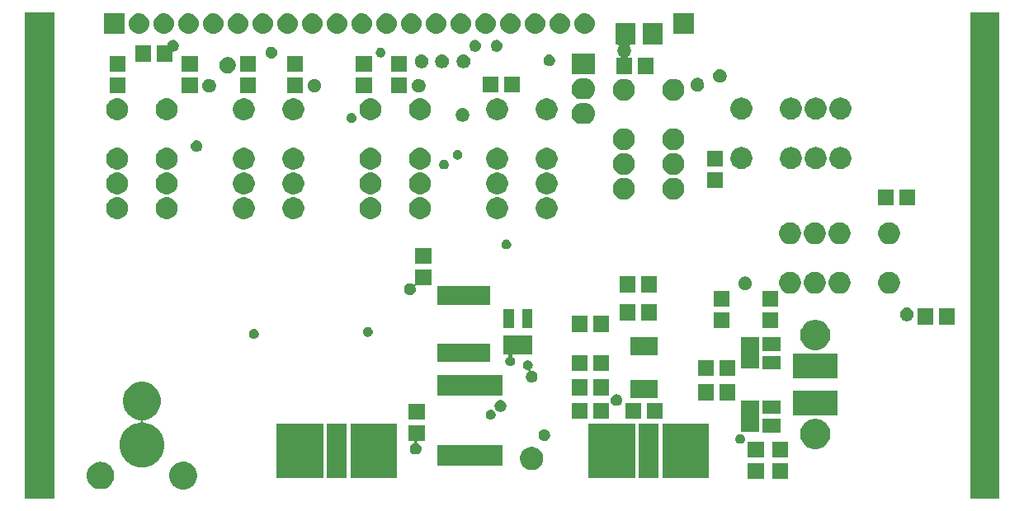
<source format=gbs>
G04 #@! TF.GenerationSoftware,KiCad,Pcbnew,5.0.2-bee76a0~70~ubuntu16.04.1*
G04 #@! TF.CreationDate,2019-08-17T11:50:25-07:00*
G04 #@! TF.ProjectId,n2adr,6e326164-722e-46b6-9963-61645f706362,E5b9*
G04 #@! TF.SameCoordinates,PX3dfd240PY3473bc0*
G04 #@! TF.FileFunction,Soldermask,Bot*
G04 #@! TF.FilePolarity,Negative*
%FSLAX46Y46*%
G04 Gerber Fmt 4.6, Leading zero omitted, Abs format (unit mm)*
G04 Created by KiCad (PCBNEW 5.0.2-bee76a0~70~ubuntu16.04.1) date Sat 17 Aug 2019 11:50:25 AM PDT*
%MOMM*%
%LPD*%
G01*
G04 APERTURE LIST*
%ADD10C,0.100000*%
G04 APERTURE END LIST*
D10*
G36*
X100000000Y-49900000D02*
X97000000Y-49900000D01*
X97000000Y0D01*
X100000000Y0D01*
X100000000Y-49900000D01*
X100000000Y-49900000D01*
G37*
G36*
X3000000Y-49900000D02*
X0Y-49900000D01*
X0Y0D01*
X3000000Y0D01*
X3000000Y-49900000D01*
X3000000Y-49900000D01*
G37*
G36*
X16461379Y-46123834D02*
X16670033Y-46165338D01*
X16932096Y-46273888D01*
X17167947Y-46431479D01*
X17368521Y-46632053D01*
X17526112Y-46867904D01*
X17634662Y-47129967D01*
X17690000Y-47408172D01*
X17690000Y-47691828D01*
X17634662Y-47970033D01*
X17526112Y-48232096D01*
X17368521Y-48467947D01*
X17167947Y-48668521D01*
X16932096Y-48826112D01*
X16670033Y-48934662D01*
X16461379Y-48976165D01*
X16391829Y-48990000D01*
X16108171Y-48990000D01*
X16038621Y-48976165D01*
X15829967Y-48934662D01*
X15567904Y-48826112D01*
X15332053Y-48668521D01*
X15131479Y-48467947D01*
X14973888Y-48232096D01*
X14865338Y-47970033D01*
X14810000Y-47691828D01*
X14810000Y-47408172D01*
X14865338Y-47129967D01*
X14973888Y-46867904D01*
X15131479Y-46632053D01*
X15332053Y-46431479D01*
X15567904Y-46273888D01*
X15829967Y-46165338D01*
X16038621Y-46123834D01*
X16108171Y-46110000D01*
X16391829Y-46110000D01*
X16461379Y-46123834D01*
X16461379Y-46123834D01*
G37*
G36*
X7964998Y-46165338D02*
X8158365Y-46203801D01*
X8413149Y-46309336D01*
X8606058Y-46438234D01*
X8642451Y-46462551D01*
X8837449Y-46657549D01*
X8837451Y-46657552D01*
X8886999Y-46731705D01*
X8990665Y-46886853D01*
X9096199Y-47141636D01*
X9150000Y-47412111D01*
X9150000Y-47687889D01*
X9096199Y-47958364D01*
X8990665Y-48213147D01*
X8837449Y-48442451D01*
X8642451Y-48637449D01*
X8642448Y-48637451D01*
X8413149Y-48790664D01*
X8158365Y-48896199D01*
X8023127Y-48923099D01*
X7887889Y-48950000D01*
X7612111Y-48950000D01*
X7476873Y-48923099D01*
X7341635Y-48896199D01*
X7086851Y-48790664D01*
X6857552Y-48637451D01*
X6857549Y-48637449D01*
X6662551Y-48442451D01*
X6509335Y-48213147D01*
X6403801Y-47958364D01*
X6350000Y-47687889D01*
X6350000Y-47412111D01*
X6403801Y-47141636D01*
X6509335Y-46886853D01*
X6613002Y-46731705D01*
X6662549Y-46657552D01*
X6662551Y-46657549D01*
X6857549Y-46462551D01*
X6893942Y-46438234D01*
X7086851Y-46309336D01*
X7341635Y-46203801D01*
X7535002Y-46165338D01*
X7612111Y-46150000D01*
X7887889Y-46150000D01*
X7964998Y-46165338D01*
X7964998Y-46165338D01*
G37*
G36*
X75825000Y-47900000D02*
X74175000Y-47900000D01*
X74175000Y-46300000D01*
X75825000Y-46300000D01*
X75825000Y-47900000D01*
X75825000Y-47900000D01*
G37*
G36*
X78325000Y-47900000D02*
X76675000Y-47900000D01*
X76675000Y-46300000D01*
X78325000Y-46300000D01*
X78325000Y-47900000D01*
X78325000Y-47900000D01*
G37*
G36*
X70200000Y-47800000D02*
X65400000Y-47800000D01*
X65400000Y-42200000D01*
X70200000Y-42200000D01*
X70200000Y-47800000D01*
X70200000Y-47800000D01*
G37*
G36*
X65000000Y-47800000D02*
X63000000Y-47800000D01*
X63000000Y-42200000D01*
X65000000Y-42200000D01*
X65000000Y-47800000D01*
X65000000Y-47800000D01*
G37*
G36*
X62600000Y-47800000D02*
X57800000Y-47800000D01*
X57800000Y-42200000D01*
X62600000Y-42200000D01*
X62600000Y-47800000D01*
X62600000Y-47800000D01*
G37*
G36*
X38200000Y-47800000D02*
X33400000Y-47800000D01*
X33400000Y-42200000D01*
X38200000Y-42200000D01*
X38200000Y-47800000D01*
X38200000Y-47800000D01*
G37*
G36*
X33000000Y-47800000D02*
X31000000Y-47800000D01*
X31000000Y-42200000D01*
X33000000Y-42200000D01*
X33000000Y-47800000D01*
X33000000Y-47800000D01*
G37*
G36*
X30600000Y-47800000D02*
X25800000Y-47800000D01*
X25800000Y-42200000D01*
X30600000Y-42200000D01*
X30600000Y-47800000D01*
X30600000Y-47800000D01*
G37*
G36*
X52349876Y-44646605D02*
X52568172Y-44737026D01*
X52764633Y-44868297D01*
X52931703Y-45035367D01*
X53062974Y-45231828D01*
X53153395Y-45450124D01*
X53199490Y-45681859D01*
X53199490Y-45918141D01*
X53153395Y-46149876D01*
X53062974Y-46368172D01*
X52931703Y-46564633D01*
X52764633Y-46731703D01*
X52568172Y-46862974D01*
X52349876Y-46953395D01*
X52118141Y-46999490D01*
X51881859Y-46999490D01*
X51650124Y-46953395D01*
X51431828Y-46862974D01*
X51235367Y-46731703D01*
X51068297Y-46564633D01*
X50937026Y-46368172D01*
X50846605Y-46149876D01*
X50800510Y-45918141D01*
X50800510Y-45681859D01*
X50846605Y-45450124D01*
X50937026Y-45231828D01*
X51068297Y-45035367D01*
X51235367Y-44868297D01*
X51431828Y-44737026D01*
X51650124Y-44646605D01*
X51881859Y-44600510D01*
X52118141Y-44600510D01*
X52349876Y-44646605D01*
X52349876Y-44646605D01*
G37*
G36*
X12568793Y-38024937D02*
X12923670Y-38171932D01*
X13243055Y-38385338D01*
X13514662Y-38656945D01*
X13728068Y-38976330D01*
X13875063Y-39331207D01*
X13950000Y-39707940D01*
X13950000Y-40092060D01*
X13875063Y-40468793D01*
X13728068Y-40823670D01*
X13514662Y-41143055D01*
X13243055Y-41414662D01*
X12923670Y-41628068D01*
X12568793Y-41775063D01*
X12179984Y-41852402D01*
X12156535Y-41859515D01*
X12134924Y-41871066D01*
X12115982Y-41886612D01*
X12100436Y-41905554D01*
X12088885Y-41927165D01*
X12081772Y-41950614D01*
X12079370Y-41975000D01*
X12081772Y-41999386D01*
X12088885Y-42022835D01*
X12100436Y-42044446D01*
X12115982Y-42063388D01*
X12134924Y-42078934D01*
X12156535Y-42090485D01*
X12179984Y-42097598D01*
X12204370Y-42100000D01*
X12226532Y-42100000D01*
X12670885Y-42188387D01*
X12969128Y-42311923D01*
X13089459Y-42361766D01*
X13146680Y-42400000D01*
X13466168Y-42613475D01*
X13786525Y-42933832D01*
X13786527Y-42933835D01*
X14031191Y-43300000D01*
X14038235Y-43310543D01*
X14211613Y-43729115D01*
X14300000Y-44173468D01*
X14300000Y-44626532D01*
X14211613Y-45070885D01*
X14038235Y-45489457D01*
X13786525Y-45866168D01*
X13466168Y-46186525D01*
X13466165Y-46186527D01*
X13089459Y-46438234D01*
X13089458Y-46438235D01*
X13089457Y-46438235D01*
X12670885Y-46611613D01*
X12226532Y-46700000D01*
X11773468Y-46700000D01*
X11329115Y-46611613D01*
X10910543Y-46438235D01*
X10910542Y-46438235D01*
X10910541Y-46438234D01*
X10533835Y-46186527D01*
X10533832Y-46186525D01*
X10213475Y-45866168D01*
X9961765Y-45489457D01*
X9788387Y-45070885D01*
X9700000Y-44626532D01*
X9700000Y-44173468D01*
X9788387Y-43729115D01*
X9961765Y-43310543D01*
X9968810Y-43300000D01*
X10213473Y-42933835D01*
X10213475Y-42933832D01*
X10533832Y-42613475D01*
X10853320Y-42400000D01*
X10910541Y-42361766D01*
X11030873Y-42311923D01*
X11329115Y-42188387D01*
X11773468Y-42100000D01*
X11795630Y-42100000D01*
X11820016Y-42097598D01*
X11843465Y-42090485D01*
X11865076Y-42078934D01*
X11884018Y-42063388D01*
X11899564Y-42044446D01*
X11911115Y-42022835D01*
X11918228Y-41999386D01*
X11920630Y-41975000D01*
X11918228Y-41950614D01*
X11911115Y-41927165D01*
X11899564Y-41905554D01*
X11884018Y-41886612D01*
X11865076Y-41871066D01*
X11843465Y-41859515D01*
X11820016Y-41852402D01*
X11431207Y-41775063D01*
X11076330Y-41628068D01*
X10756945Y-41414662D01*
X10485338Y-41143055D01*
X10271932Y-40823670D01*
X10124937Y-40468793D01*
X10050000Y-40092060D01*
X10050000Y-39707940D01*
X10124937Y-39331207D01*
X10271932Y-38976330D01*
X10485338Y-38656945D01*
X10756945Y-38385338D01*
X11076330Y-38171932D01*
X11431207Y-38024937D01*
X11807940Y-37950000D01*
X12192060Y-37950000D01*
X12568793Y-38024937D01*
X12568793Y-38024937D01*
G37*
G36*
X49000000Y-46575000D02*
X42300000Y-46575000D01*
X42300000Y-44425000D01*
X49000000Y-44425000D01*
X49000000Y-46575000D01*
X49000000Y-46575000D01*
G37*
G36*
X75825000Y-45700000D02*
X74175000Y-45700000D01*
X74175000Y-44100000D01*
X75825000Y-44100000D01*
X75825000Y-45700000D01*
X75825000Y-45700000D01*
G37*
G36*
X78325000Y-45700000D02*
X76675000Y-45700000D01*
X76675000Y-44100000D01*
X78325000Y-44100000D01*
X78325000Y-45700000D01*
X78325000Y-45700000D01*
G37*
G36*
X41025000Y-44000000D02*
X40364923Y-44000000D01*
X40340537Y-44002402D01*
X40317088Y-44009515D01*
X40295477Y-44021066D01*
X40276535Y-44036612D01*
X40260989Y-44055554D01*
X40249438Y-44077165D01*
X40242325Y-44100614D01*
X40239923Y-44125000D01*
X40242325Y-44149386D01*
X40249438Y-44172835D01*
X40260989Y-44194446D01*
X40276535Y-44213388D01*
X40295477Y-44228934D01*
X40317087Y-44240485D01*
X40384207Y-44268287D01*
X40482481Y-44333952D01*
X40566048Y-44417519D01*
X40631713Y-44515793D01*
X40676943Y-44624988D01*
X40700000Y-44740904D01*
X40700000Y-44859096D01*
X40676944Y-44975010D01*
X40631713Y-45084207D01*
X40566048Y-45182481D01*
X40482481Y-45266048D01*
X40384207Y-45331713D01*
X40275012Y-45376943D01*
X40159096Y-45400000D01*
X40040904Y-45400000D01*
X39924988Y-45376943D01*
X39815793Y-45331713D01*
X39717519Y-45266048D01*
X39633952Y-45182481D01*
X39568287Y-45084207D01*
X39523056Y-44975010D01*
X39500000Y-44859096D01*
X39500000Y-44740904D01*
X39523057Y-44624988D01*
X39568287Y-44515793D01*
X39633952Y-44417519D01*
X39717519Y-44333952D01*
X39815793Y-44268287D01*
X39882913Y-44240485D01*
X39904523Y-44228934D01*
X39923465Y-44213388D01*
X39939011Y-44194446D01*
X39950562Y-44172835D01*
X39957675Y-44149386D01*
X39960077Y-44125000D01*
X39957675Y-44100614D01*
X39950562Y-44077164D01*
X39939011Y-44055554D01*
X39923465Y-44036612D01*
X39904523Y-44021066D01*
X39882912Y-44009515D01*
X39859463Y-44002402D01*
X39835077Y-44000000D01*
X39375000Y-44000000D01*
X39375000Y-42400000D01*
X41025000Y-42400000D01*
X41025000Y-44000000D01*
X41025000Y-44000000D01*
G37*
G36*
X81552120Y-41809555D02*
X81834204Y-41926398D01*
X81897672Y-41968806D01*
X82088074Y-42096028D01*
X82303972Y-42311926D01*
X82431194Y-42502328D01*
X82473602Y-42565796D01*
X82590445Y-42847880D01*
X82650010Y-43147336D01*
X82650010Y-43452664D01*
X82590445Y-43752120D01*
X82473602Y-44034204D01*
X82471841Y-44036839D01*
X82303972Y-44288074D01*
X82088074Y-44503972D01*
X81943594Y-44600510D01*
X81834204Y-44673602D01*
X81552120Y-44790445D01*
X81252664Y-44850010D01*
X80947336Y-44850010D01*
X80647880Y-44790445D01*
X80365796Y-44673602D01*
X80256406Y-44600510D01*
X80111926Y-44503972D01*
X79896028Y-44288074D01*
X79728159Y-44036839D01*
X79726398Y-44034204D01*
X79609555Y-43752120D01*
X79549990Y-43452664D01*
X79549990Y-43147336D01*
X79609555Y-42847880D01*
X79726398Y-42565796D01*
X79768806Y-42502328D01*
X79896028Y-42311926D01*
X80111926Y-42096028D01*
X80302328Y-41968806D01*
X80365796Y-41926398D01*
X80647880Y-41809555D01*
X80947336Y-41749990D01*
X81252664Y-41749990D01*
X81552120Y-41809555D01*
X81552120Y-41809555D01*
G37*
G36*
X73468988Y-43282448D02*
X73487930Y-43297994D01*
X73509541Y-43309545D01*
X73532987Y-43316657D01*
X73545845Y-43319215D01*
X73636839Y-43356906D01*
X73717640Y-43410896D01*
X73718734Y-43411627D01*
X73788373Y-43481266D01*
X73843095Y-43563163D01*
X73880785Y-43654155D01*
X73900000Y-43750755D01*
X73900000Y-43849245D01*
X73880785Y-43945845D01*
X73844186Y-44034204D01*
X73843094Y-44036839D01*
X73789104Y-44117640D01*
X73788373Y-44118734D01*
X73718734Y-44188373D01*
X73718731Y-44188375D01*
X73636839Y-44243094D01*
X73545845Y-44280785D01*
X73449246Y-44300000D01*
X73350754Y-44300000D01*
X73254155Y-44280785D01*
X73163161Y-44243094D01*
X73081269Y-44188375D01*
X73081266Y-44188373D01*
X73011627Y-44118734D01*
X73010896Y-44117640D01*
X72956906Y-44036839D01*
X72955815Y-44034204D01*
X72919215Y-43945845D01*
X72900000Y-43849245D01*
X72900000Y-43750755D01*
X72919215Y-43654155D01*
X72956905Y-43563163D01*
X73011627Y-43481266D01*
X73081266Y-43411627D01*
X73082360Y-43410896D01*
X73163161Y-43356906D01*
X73254155Y-43319215D01*
X73350754Y-43300000D01*
X73375410Y-43300000D01*
X73399796Y-43297598D01*
X73423245Y-43290485D01*
X73444856Y-43278934D01*
X73457552Y-43268514D01*
X73468988Y-43282448D01*
X73468988Y-43282448D01*
G37*
G36*
X53475012Y-42823057D02*
X53584207Y-42868287D01*
X53682481Y-42933952D01*
X53766048Y-43017519D01*
X53831713Y-43115793D01*
X53876943Y-43224988D01*
X53900000Y-43340904D01*
X53900000Y-43459096D01*
X53876943Y-43575012D01*
X53831713Y-43684207D01*
X53766048Y-43782481D01*
X53682481Y-43866048D01*
X53584207Y-43931713D01*
X53475012Y-43976943D01*
X53359096Y-44000000D01*
X53240904Y-44000000D01*
X53124988Y-43976943D01*
X53015793Y-43931713D01*
X52917519Y-43866048D01*
X52833952Y-43782481D01*
X52768287Y-43684207D01*
X52723057Y-43575012D01*
X52700000Y-43459096D01*
X52700000Y-43340904D01*
X52723057Y-43224988D01*
X52768287Y-43115793D01*
X52833952Y-43017519D01*
X52917519Y-42933952D01*
X53015793Y-42868287D01*
X53124988Y-42823057D01*
X53240904Y-42800000D01*
X53359096Y-42800000D01*
X53475012Y-42823057D01*
X53475012Y-42823057D01*
G37*
G36*
X77499590Y-43150340D02*
X75700050Y-43150340D01*
X75700050Y-41749580D01*
X77499590Y-41749580D01*
X77499590Y-43150340D01*
X77499590Y-43150340D01*
G37*
G36*
X75299950Y-43069060D02*
X73557376Y-43069060D01*
X73532990Y-43071462D01*
X73509541Y-43078575D01*
X73500410Y-43083455D01*
X73500410Y-39849660D01*
X75299950Y-39849660D01*
X75299950Y-43069060D01*
X75299950Y-43069060D01*
G37*
G36*
X47945845Y-40819215D02*
X48036839Y-40856906D01*
X48117640Y-40910896D01*
X48118734Y-40911627D01*
X48129966Y-40922859D01*
X48148908Y-40938405D01*
X48170519Y-40949956D01*
X48181331Y-40953236D01*
X48181373Y-40953662D01*
X48188486Y-40977111D01*
X48200037Y-40998722D01*
X48243095Y-41063162D01*
X48243095Y-41063163D01*
X48280785Y-41154155D01*
X48299934Y-41250420D01*
X48300000Y-41250755D01*
X48300000Y-41349245D01*
X48280785Y-41445845D01*
X48243095Y-41536837D01*
X48188373Y-41618734D01*
X48118734Y-41688373D01*
X48118731Y-41688375D01*
X48036839Y-41743094D01*
X48036838Y-41743095D01*
X48036837Y-41743095D01*
X48020191Y-41749990D01*
X47945845Y-41780785D01*
X47849246Y-41800000D01*
X47750754Y-41800000D01*
X47654155Y-41780785D01*
X47579809Y-41749990D01*
X47563163Y-41743095D01*
X47563162Y-41743095D01*
X47563161Y-41743094D01*
X47481269Y-41688375D01*
X47481266Y-41688373D01*
X47411627Y-41618734D01*
X47356905Y-41536837D01*
X47319215Y-41445845D01*
X47300000Y-41349245D01*
X47300000Y-41250755D01*
X47300067Y-41250420D01*
X47319215Y-41154155D01*
X47356906Y-41063161D01*
X47411625Y-40981269D01*
X47411627Y-40981266D01*
X47481266Y-40911627D01*
X47482360Y-40910896D01*
X47563161Y-40856906D01*
X47654155Y-40819215D01*
X47750754Y-40800000D01*
X47849246Y-40800000D01*
X47945845Y-40819215D01*
X47945845Y-40819215D01*
G37*
G36*
X41025000Y-41800000D02*
X39375000Y-41800000D01*
X39375000Y-40200000D01*
X41025000Y-40200000D01*
X41025000Y-41800000D01*
X41025000Y-41800000D01*
G37*
G36*
X63200000Y-41725000D02*
X61600000Y-41725000D01*
X61600000Y-40075000D01*
X63200000Y-40075000D01*
X63200000Y-41725000D01*
X63200000Y-41725000D01*
G37*
G36*
X59900000Y-41725000D02*
X58300000Y-41725000D01*
X58300000Y-40075000D01*
X59900000Y-40075000D01*
X59900000Y-41725000D01*
X59900000Y-41725000D01*
G37*
G36*
X65400000Y-41725000D02*
X63800000Y-41725000D01*
X63800000Y-40075000D01*
X65400000Y-40075000D01*
X65400000Y-41725000D01*
X65400000Y-41725000D01*
G37*
G36*
X57700000Y-41725000D02*
X56100000Y-41725000D01*
X56100000Y-40075000D01*
X57700000Y-40075000D01*
X57700000Y-41725000D01*
X57700000Y-41725000D01*
G37*
G36*
X83400000Y-41400000D02*
X78800000Y-41400000D01*
X78800000Y-38800000D01*
X83400000Y-38800000D01*
X83400000Y-41400000D01*
X83400000Y-41400000D01*
G37*
G36*
X77499590Y-41250420D02*
X75700050Y-41250420D01*
X75700050Y-39849660D01*
X77499590Y-39849660D01*
X77499590Y-41250420D01*
X77499590Y-41250420D01*
G37*
G36*
X48975012Y-39823057D02*
X49084207Y-39868287D01*
X49182481Y-39933952D01*
X49266048Y-40017519D01*
X49331713Y-40115793D01*
X49376943Y-40224988D01*
X49400000Y-40340904D01*
X49400000Y-40459096D01*
X49376943Y-40575012D01*
X49331713Y-40684207D01*
X49266048Y-40782481D01*
X49182481Y-40866048D01*
X49084207Y-40931713D01*
X48975012Y-40976943D01*
X48859096Y-41000000D01*
X48740904Y-41000000D01*
X48624988Y-40976943D01*
X48515793Y-40931713D01*
X48417519Y-40866048D01*
X48392359Y-40840888D01*
X48373417Y-40825342D01*
X48351806Y-40813791D01*
X48340994Y-40810511D01*
X48340952Y-40810085D01*
X48333839Y-40786636D01*
X48322288Y-40765025D01*
X48268287Y-40684207D01*
X48223057Y-40575012D01*
X48200000Y-40459096D01*
X48200000Y-40340904D01*
X48223057Y-40224988D01*
X48268287Y-40115793D01*
X48333952Y-40017519D01*
X48417519Y-39933952D01*
X48515793Y-39868287D01*
X48624988Y-39823057D01*
X48740904Y-39800000D01*
X48859096Y-39800000D01*
X48975012Y-39823057D01*
X48975012Y-39823057D01*
G37*
G36*
X60875012Y-39223057D02*
X60984207Y-39268287D01*
X61082481Y-39333952D01*
X61166048Y-39417519D01*
X61231713Y-39515793D01*
X61276943Y-39624988D01*
X61300000Y-39740904D01*
X61300000Y-39859096D01*
X61276943Y-39975012D01*
X61231713Y-40084207D01*
X61166048Y-40182481D01*
X61082481Y-40266048D01*
X60984207Y-40331713D01*
X60875012Y-40376943D01*
X60759096Y-40400000D01*
X60640904Y-40400000D01*
X60524988Y-40376943D01*
X60415793Y-40331713D01*
X60317519Y-40266048D01*
X60233952Y-40182481D01*
X60168287Y-40084207D01*
X60140485Y-40017087D01*
X60128934Y-39995477D01*
X60113388Y-39976535D01*
X60112740Y-39976003D01*
X60113231Y-39974386D01*
X60115633Y-39950000D01*
X60113231Y-39925614D01*
X60100000Y-39859096D01*
X60100000Y-39740904D01*
X60123057Y-39624988D01*
X60168287Y-39515793D01*
X60233952Y-39417519D01*
X60317519Y-39333952D01*
X60415793Y-39268287D01*
X60524988Y-39223057D01*
X60640904Y-39200000D01*
X60759096Y-39200000D01*
X60875012Y-39223057D01*
X60875012Y-39223057D01*
G37*
G36*
X72900000Y-39825000D02*
X71300000Y-39825000D01*
X71300000Y-38175000D01*
X72900000Y-38175000D01*
X72900000Y-39825000D01*
X72900000Y-39825000D01*
G37*
G36*
X70700000Y-39825000D02*
X69100000Y-39825000D01*
X69100000Y-38175000D01*
X70700000Y-38175000D01*
X70700000Y-39825000D01*
X70700000Y-39825000D01*
G37*
G36*
X64900000Y-39625000D02*
X62100000Y-39625000D01*
X62100000Y-37775000D01*
X64900000Y-37775000D01*
X64900000Y-39625000D01*
X64900000Y-39625000D01*
G37*
G36*
X49000000Y-39375000D02*
X42300000Y-39375000D01*
X42300000Y-37225000D01*
X49000000Y-37225000D01*
X49000000Y-39375000D01*
X49000000Y-39375000D01*
G37*
G36*
X59900000Y-39325000D02*
X58300000Y-39325000D01*
X58300000Y-37675000D01*
X59900000Y-37675000D01*
X59900000Y-39325000D01*
X59900000Y-39325000D01*
G37*
G36*
X57700000Y-39325000D02*
X56100000Y-39325000D01*
X56100000Y-37675000D01*
X57700000Y-37675000D01*
X57700000Y-39325000D01*
X57700000Y-39325000D01*
G37*
G36*
X51745845Y-35719215D02*
X51821990Y-35750755D01*
X51836839Y-35756906D01*
X51917640Y-35810896D01*
X51918734Y-35811627D01*
X51988373Y-35881266D01*
X51988375Y-35881269D01*
X52031524Y-35945845D01*
X52043095Y-35963163D01*
X52080785Y-36054155D01*
X52100000Y-36150755D01*
X52100000Y-36249245D01*
X52080785Y-36345845D01*
X52043095Y-36436837D01*
X51988373Y-36518734D01*
X51920495Y-36586612D01*
X51904949Y-36605554D01*
X51893398Y-36627165D01*
X51886285Y-36650614D01*
X51883883Y-36675000D01*
X51886285Y-36699386D01*
X51893398Y-36722835D01*
X51904949Y-36744446D01*
X51920495Y-36763388D01*
X51939437Y-36778934D01*
X51961048Y-36790485D01*
X51984497Y-36797598D01*
X52008883Y-36800000D01*
X52059096Y-36800000D01*
X52175012Y-36823057D01*
X52284207Y-36868287D01*
X52382481Y-36933952D01*
X52466048Y-37017519D01*
X52531713Y-37115793D01*
X52576943Y-37224988D01*
X52600000Y-37340904D01*
X52600000Y-37459096D01*
X52576943Y-37575012D01*
X52531713Y-37684207D01*
X52466048Y-37782481D01*
X52382481Y-37866048D01*
X52284207Y-37931713D01*
X52175012Y-37976943D01*
X52059096Y-38000000D01*
X51940904Y-38000000D01*
X51824988Y-37976943D01*
X51715793Y-37931713D01*
X51617519Y-37866048D01*
X51533952Y-37782481D01*
X51468287Y-37684207D01*
X51423057Y-37575012D01*
X51400000Y-37459096D01*
X51400000Y-37340904D01*
X51423057Y-37224988D01*
X51468287Y-37115793D01*
X51533952Y-37017519D01*
X51617519Y-36933952D01*
X51625029Y-36928934D01*
X51643971Y-36913389D01*
X51659516Y-36894447D01*
X51671068Y-36872836D01*
X51678181Y-36849387D01*
X51680583Y-36825001D01*
X51678181Y-36800614D01*
X51671068Y-36777165D01*
X51659517Y-36755554D01*
X51643972Y-36736612D01*
X51625030Y-36721067D01*
X51603419Y-36709515D01*
X51579970Y-36702402D01*
X51555583Y-36700000D01*
X51550754Y-36700000D01*
X51454155Y-36680785D01*
X51363161Y-36643094D01*
X51281269Y-36588375D01*
X51281266Y-36588373D01*
X51211627Y-36518734D01*
X51156905Y-36436837D01*
X51119215Y-36345845D01*
X51100000Y-36249245D01*
X51100000Y-36150755D01*
X51119215Y-36054155D01*
X51156905Y-35963163D01*
X51168477Y-35945845D01*
X51211625Y-35881269D01*
X51211627Y-35881266D01*
X51281266Y-35811627D01*
X51282360Y-35810896D01*
X51363161Y-35756906D01*
X51378011Y-35750755D01*
X51454155Y-35719215D01*
X51550754Y-35700000D01*
X51649246Y-35700000D01*
X51745845Y-35719215D01*
X51745845Y-35719215D01*
G37*
G36*
X83400000Y-37600000D02*
X78800000Y-37600000D01*
X78800000Y-35000000D01*
X83400000Y-35000000D01*
X83400000Y-37600000D01*
X83400000Y-37600000D01*
G37*
G36*
X72900000Y-37325000D02*
X71300000Y-37325000D01*
X71300000Y-35675000D01*
X72900000Y-35675000D01*
X72900000Y-37325000D01*
X72900000Y-37325000D01*
G37*
G36*
X70700000Y-37325000D02*
X69100000Y-37325000D01*
X69100000Y-35675000D01*
X70700000Y-35675000D01*
X70700000Y-37325000D01*
X70700000Y-37325000D01*
G37*
G36*
X57700000Y-36825000D02*
X56100000Y-36825000D01*
X56100000Y-35175000D01*
X57700000Y-35175000D01*
X57700000Y-36825000D01*
X57700000Y-36825000D01*
G37*
G36*
X59900000Y-36825000D02*
X58300000Y-36825000D01*
X58300000Y-35175000D01*
X59900000Y-35175000D01*
X59900000Y-36825000D01*
X59900000Y-36825000D01*
G37*
G36*
X77499590Y-36650340D02*
X75700050Y-36650340D01*
X75700050Y-35249580D01*
X77499590Y-35249580D01*
X77499590Y-36650340D01*
X77499590Y-36650340D01*
G37*
G36*
X75299950Y-36569060D02*
X73500410Y-36569060D01*
X73500410Y-33349660D01*
X75299950Y-33349660D01*
X75299950Y-36569060D01*
X75299950Y-36569060D01*
G37*
G36*
X52075000Y-35130000D02*
X50109320Y-35130000D01*
X50084934Y-35132402D01*
X50061485Y-35139515D01*
X50039874Y-35151066D01*
X50020932Y-35166612D01*
X50005386Y-35185554D01*
X49993835Y-35207165D01*
X49986722Y-35230614D01*
X49984320Y-35255000D01*
X49986722Y-35279386D01*
X49993835Y-35302835D01*
X50005386Y-35324446D01*
X50020932Y-35343388D01*
X50039868Y-35358930D01*
X50118731Y-35411625D01*
X50118735Y-35411628D01*
X50188373Y-35481266D01*
X50243095Y-35563163D01*
X50280785Y-35654155D01*
X50300000Y-35750755D01*
X50300000Y-35849245D01*
X50280785Y-35945845D01*
X50273613Y-35963161D01*
X50243094Y-36036839D01*
X50189104Y-36117640D01*
X50188373Y-36118734D01*
X50118734Y-36188373D01*
X50118731Y-36188375D01*
X50036839Y-36243094D01*
X50036838Y-36243095D01*
X50036837Y-36243095D01*
X50021987Y-36249246D01*
X49945845Y-36280785D01*
X49849246Y-36300000D01*
X49750754Y-36300000D01*
X49654155Y-36280785D01*
X49578013Y-36249246D01*
X49563163Y-36243095D01*
X49563162Y-36243095D01*
X49563161Y-36243094D01*
X49481269Y-36188375D01*
X49481266Y-36188373D01*
X49411627Y-36118734D01*
X49410896Y-36117640D01*
X49356906Y-36036839D01*
X49326388Y-35963161D01*
X49319215Y-35945845D01*
X49300000Y-35849245D01*
X49300000Y-35750755D01*
X49319215Y-35654155D01*
X49356905Y-35563163D01*
X49411627Y-35481266D01*
X49481265Y-35411628D01*
X49481269Y-35411625D01*
X49560132Y-35358930D01*
X49579069Y-35343388D01*
X49594614Y-35324446D01*
X49606165Y-35302835D01*
X49613278Y-35279386D01*
X49615680Y-35255000D01*
X49613278Y-35230613D01*
X49606165Y-35207164D01*
X49594614Y-35185553D01*
X49579068Y-35166611D01*
X49560126Y-35151066D01*
X49538515Y-35139515D01*
X49515066Y-35132402D01*
X49490680Y-35130000D01*
X49125000Y-35130000D01*
X49125000Y-33170000D01*
X52075000Y-33170000D01*
X52075000Y-35130000D01*
X52075000Y-35130000D01*
G37*
G36*
X47700000Y-35900000D02*
X42300000Y-35900000D01*
X42300000Y-34000000D01*
X47700000Y-34000000D01*
X47700000Y-35900000D01*
X47700000Y-35900000D01*
G37*
G36*
X64900000Y-35225000D02*
X62100000Y-35225000D01*
X62100000Y-33375000D01*
X64900000Y-33375000D01*
X64900000Y-35225000D01*
X64900000Y-35225000D01*
G37*
G36*
X77499590Y-34750420D02*
X75700050Y-34750420D01*
X75700050Y-33349660D01*
X77499590Y-33349660D01*
X77499590Y-34750420D01*
X77499590Y-34750420D01*
G37*
G36*
X81552120Y-31649555D02*
X81834204Y-31766398D01*
X81834205Y-31766399D01*
X82088074Y-31936028D01*
X82303972Y-32151926D01*
X82402911Y-32300000D01*
X82473602Y-32405796D01*
X82590445Y-32687880D01*
X82650010Y-32987336D01*
X82650010Y-33292664D01*
X82590445Y-33592120D01*
X82473602Y-33874204D01*
X82473601Y-33874205D01*
X82303972Y-34128074D01*
X82088074Y-34343972D01*
X81897672Y-34471194D01*
X81834204Y-34513602D01*
X81552120Y-34630445D01*
X81252664Y-34690010D01*
X80947336Y-34690010D01*
X80647880Y-34630445D01*
X80365796Y-34513602D01*
X80302328Y-34471194D01*
X80111926Y-34343972D01*
X79896028Y-34128074D01*
X79726399Y-33874205D01*
X79726398Y-33874204D01*
X79609555Y-33592120D01*
X79549990Y-33292664D01*
X79549990Y-32987336D01*
X79609555Y-32687880D01*
X79726398Y-32405796D01*
X79797089Y-32300000D01*
X79896028Y-32151926D01*
X80111926Y-31936028D01*
X80365795Y-31766399D01*
X80365796Y-31766398D01*
X80647880Y-31649555D01*
X80947336Y-31589990D01*
X81252664Y-31589990D01*
X81552120Y-31649555D01*
X81552120Y-31649555D01*
G37*
G36*
X23645845Y-32519215D02*
X23736839Y-32556906D01*
X23746200Y-32563161D01*
X23818734Y-32611627D01*
X23888373Y-32681266D01*
X23888375Y-32681269D01*
X23943094Y-32763161D01*
X23980785Y-32854155D01*
X23999024Y-32945845D01*
X24000000Y-32950755D01*
X24000000Y-33049245D01*
X23980785Y-33145845D01*
X23963169Y-33188375D01*
X23943094Y-33236839D01*
X23900891Y-33300000D01*
X23888373Y-33318734D01*
X23818734Y-33388373D01*
X23818731Y-33388375D01*
X23736839Y-33443094D01*
X23645845Y-33480785D01*
X23549246Y-33500000D01*
X23450754Y-33500000D01*
X23354155Y-33480785D01*
X23263161Y-33443094D01*
X23181269Y-33388375D01*
X23181266Y-33388373D01*
X23111627Y-33318734D01*
X23099109Y-33300000D01*
X23056906Y-33236839D01*
X23036832Y-33188375D01*
X23019215Y-33145845D01*
X23000000Y-33049245D01*
X23000000Y-32950755D01*
X23000977Y-32945845D01*
X23019215Y-32854155D01*
X23056906Y-32763161D01*
X23111625Y-32681269D01*
X23111627Y-32681266D01*
X23181266Y-32611627D01*
X23253800Y-32563161D01*
X23263161Y-32556906D01*
X23354155Y-32519215D01*
X23450754Y-32500000D01*
X23549246Y-32500000D01*
X23645845Y-32519215D01*
X23645845Y-32519215D01*
G37*
G36*
X35345845Y-32319215D02*
X35436839Y-32356906D01*
X35501333Y-32400000D01*
X35518734Y-32411627D01*
X35588373Y-32481266D01*
X35588375Y-32481269D01*
X35638915Y-32556906D01*
X35643095Y-32563163D01*
X35663169Y-32611627D01*
X35680785Y-32654155D01*
X35700000Y-32750754D01*
X35700000Y-32849246D01*
X35680785Y-32945845D01*
X35643095Y-33036837D01*
X35588373Y-33118734D01*
X35518734Y-33188373D01*
X35518731Y-33188375D01*
X35436839Y-33243094D01*
X35345845Y-33280785D01*
X35249246Y-33300000D01*
X35150754Y-33300000D01*
X35054155Y-33280785D01*
X34963161Y-33243094D01*
X34881269Y-33188375D01*
X34881266Y-33188373D01*
X34811627Y-33118734D01*
X34756905Y-33036837D01*
X34719215Y-32945845D01*
X34700000Y-32849246D01*
X34700000Y-32750754D01*
X34719215Y-32654155D01*
X34736831Y-32611627D01*
X34756905Y-32563163D01*
X34761086Y-32556906D01*
X34811625Y-32481269D01*
X34811627Y-32481266D01*
X34881266Y-32411627D01*
X34898667Y-32400000D01*
X34963161Y-32356906D01*
X35054155Y-32319215D01*
X35150754Y-32300000D01*
X35249246Y-32300000D01*
X35345845Y-32319215D01*
X35345845Y-32319215D01*
G37*
G36*
X57700000Y-32825000D02*
X56100000Y-32825000D01*
X56100000Y-31175000D01*
X57700000Y-31175000D01*
X57700000Y-32825000D01*
X57700000Y-32825000D01*
G37*
G36*
X59900000Y-32825000D02*
X58300000Y-32825000D01*
X58300000Y-31175000D01*
X59900000Y-31175000D01*
X59900000Y-32825000D01*
X59900000Y-32825000D01*
G37*
G36*
X52075000Y-32430000D02*
X51025000Y-32430000D01*
X51025000Y-30470000D01*
X52075000Y-30470000D01*
X52075000Y-32430000D01*
X52075000Y-32430000D01*
G37*
G36*
X50175000Y-32430000D02*
X49125000Y-32430000D01*
X49125000Y-30470000D01*
X50175000Y-30470000D01*
X50175000Y-32430000D01*
X50175000Y-32430000D01*
G37*
G36*
X77325000Y-32400000D02*
X75675000Y-32400000D01*
X75675000Y-30800000D01*
X77325000Y-30800000D01*
X77325000Y-32400000D01*
X77325000Y-32400000D01*
G37*
G36*
X72325000Y-32400000D02*
X70675000Y-32400000D01*
X70675000Y-30800000D01*
X72325000Y-30800000D01*
X72325000Y-32400000D01*
X72325000Y-32400000D01*
G37*
G36*
X95400000Y-32025000D02*
X93800000Y-32025000D01*
X93800000Y-30375000D01*
X95400000Y-30375000D01*
X95400000Y-32025000D01*
X95400000Y-32025000D01*
G37*
G36*
X93200000Y-32025000D02*
X91600000Y-32025000D01*
X91600000Y-30375000D01*
X93200000Y-30375000D01*
X93200000Y-32025000D01*
X93200000Y-32025000D01*
G37*
G36*
X90704183Y-30326900D02*
X90831574Y-30379668D01*
X90946225Y-30456275D01*
X91043725Y-30553775D01*
X91120332Y-30668426D01*
X91173100Y-30795817D01*
X91200000Y-30931055D01*
X91200000Y-31068945D01*
X91173100Y-31204183D01*
X91120332Y-31331574D01*
X91043725Y-31446225D01*
X90946225Y-31543725D01*
X90831574Y-31620332D01*
X90704183Y-31673100D01*
X90568945Y-31700000D01*
X90431055Y-31700000D01*
X90295817Y-31673100D01*
X90168426Y-31620332D01*
X90053775Y-31543725D01*
X89956275Y-31446225D01*
X89879668Y-31331574D01*
X89826900Y-31204183D01*
X89800000Y-31068945D01*
X89800000Y-30931055D01*
X89826900Y-30795817D01*
X89879668Y-30668426D01*
X89956275Y-30553775D01*
X90053775Y-30456275D01*
X90168426Y-30379668D01*
X90295817Y-30326900D01*
X90431055Y-30300000D01*
X90568945Y-30300000D01*
X90704183Y-30326900D01*
X90704183Y-30326900D01*
G37*
G36*
X64800000Y-31625000D02*
X63200000Y-31625000D01*
X63200000Y-29975000D01*
X64800000Y-29975000D01*
X64800000Y-31625000D01*
X64800000Y-31625000D01*
G37*
G36*
X62600000Y-31625000D02*
X61000000Y-31625000D01*
X61000000Y-29975000D01*
X62600000Y-29975000D01*
X62600000Y-31625000D01*
X62600000Y-31625000D01*
G37*
G36*
X77325000Y-30200000D02*
X75675000Y-30200000D01*
X75675000Y-28600000D01*
X77325000Y-28600000D01*
X77325000Y-30200000D01*
X77325000Y-30200000D01*
G37*
G36*
X72325000Y-30200000D02*
X70675000Y-30200000D01*
X70675000Y-28600000D01*
X72325000Y-28600000D01*
X72325000Y-30200000D01*
X72325000Y-30200000D01*
G37*
G36*
X47700000Y-30000000D02*
X42300000Y-30000000D01*
X42300000Y-28100000D01*
X47700000Y-28100000D01*
X47700000Y-30000000D01*
X47700000Y-30000000D01*
G37*
G36*
X41725000Y-28000000D02*
X40170826Y-28000000D01*
X40146440Y-28002402D01*
X40122991Y-28009515D01*
X40101380Y-28021066D01*
X40082438Y-28036612D01*
X40066892Y-28055554D01*
X40055341Y-28077165D01*
X40048228Y-28100614D01*
X40045826Y-28125000D01*
X40048228Y-28149386D01*
X40055341Y-28172836D01*
X40076943Y-28224988D01*
X40100000Y-28340904D01*
X40100000Y-28459096D01*
X40076943Y-28575012D01*
X40031713Y-28684207D01*
X39966048Y-28782481D01*
X39882481Y-28866048D01*
X39784207Y-28931713D01*
X39675012Y-28976943D01*
X39559096Y-29000000D01*
X39440904Y-29000000D01*
X39324988Y-28976943D01*
X39215793Y-28931713D01*
X39117519Y-28866048D01*
X39033952Y-28782481D01*
X38968287Y-28684207D01*
X38923057Y-28575012D01*
X38900000Y-28459096D01*
X38900000Y-28340904D01*
X38923057Y-28224988D01*
X38968287Y-28115793D01*
X39033952Y-28017519D01*
X39117519Y-27933952D01*
X39215793Y-27868287D01*
X39324988Y-27823057D01*
X39440904Y-27800000D01*
X39559096Y-27800000D01*
X39675012Y-27823057D01*
X39784207Y-27868287D01*
X39880554Y-27932664D01*
X39902165Y-27944215D01*
X39925614Y-27951328D01*
X39950000Y-27953730D01*
X39974386Y-27951328D01*
X39997836Y-27944215D01*
X40019446Y-27932664D01*
X40038388Y-27917118D01*
X40053934Y-27898176D01*
X40065485Y-27876565D01*
X40072598Y-27853116D01*
X40075000Y-27828730D01*
X40075000Y-26400000D01*
X41725000Y-26400000D01*
X41725000Y-28000000D01*
X41725000Y-28000000D01*
G37*
G36*
X78685140Y-26625808D02*
X78848150Y-26658233D01*
X79052887Y-26743038D01*
X79052888Y-26743039D01*
X79237148Y-26866158D01*
X79393842Y-27022852D01*
X79393844Y-27022855D01*
X79516962Y-27207113D01*
X79601767Y-27411850D01*
X79645000Y-27629197D01*
X79645000Y-27850803D01*
X79601767Y-28068150D01*
X79516962Y-28272887D01*
X79418442Y-28420332D01*
X79393842Y-28457148D01*
X79237148Y-28613842D01*
X79237145Y-28613844D01*
X79052887Y-28736962D01*
X78848150Y-28821767D01*
X78685140Y-28854192D01*
X78630804Y-28865000D01*
X78409196Y-28865000D01*
X78354860Y-28854192D01*
X78191850Y-28821767D01*
X77987113Y-28736962D01*
X77802855Y-28613844D01*
X77802852Y-28613842D01*
X77646158Y-28457148D01*
X77621558Y-28420332D01*
X77523038Y-28272887D01*
X77438233Y-28068150D01*
X77395000Y-27850803D01*
X77395000Y-27629197D01*
X77438233Y-27411850D01*
X77523038Y-27207113D01*
X77646156Y-27022855D01*
X77646158Y-27022852D01*
X77802852Y-26866158D01*
X77987112Y-26743039D01*
X77987113Y-26743038D01*
X78191850Y-26658233D01*
X78354860Y-26625808D01*
X78409196Y-26615000D01*
X78630804Y-26615000D01*
X78685140Y-26625808D01*
X78685140Y-26625808D01*
G37*
G36*
X88845140Y-26625808D02*
X89008150Y-26658233D01*
X89212887Y-26743038D01*
X89212888Y-26743039D01*
X89397148Y-26866158D01*
X89553842Y-27022852D01*
X89553844Y-27022855D01*
X89676962Y-27207113D01*
X89761767Y-27411850D01*
X89805000Y-27629197D01*
X89805000Y-27850803D01*
X89761767Y-28068150D01*
X89676962Y-28272887D01*
X89578442Y-28420332D01*
X89553842Y-28457148D01*
X89397148Y-28613842D01*
X89397145Y-28613844D01*
X89212887Y-28736962D01*
X89008150Y-28821767D01*
X88845140Y-28854192D01*
X88790804Y-28865000D01*
X88569196Y-28865000D01*
X88514860Y-28854192D01*
X88351850Y-28821767D01*
X88147113Y-28736962D01*
X87962855Y-28613844D01*
X87962852Y-28613842D01*
X87806158Y-28457148D01*
X87781558Y-28420332D01*
X87683038Y-28272887D01*
X87598233Y-28068150D01*
X87555000Y-27850803D01*
X87555000Y-27629197D01*
X87598233Y-27411850D01*
X87683038Y-27207113D01*
X87806156Y-27022855D01*
X87806158Y-27022852D01*
X87962852Y-26866158D01*
X88147112Y-26743039D01*
X88147113Y-26743038D01*
X88351850Y-26658233D01*
X88514860Y-26625808D01*
X88569196Y-26615000D01*
X88790804Y-26615000D01*
X88845140Y-26625808D01*
X88845140Y-26625808D01*
G37*
G36*
X83765140Y-26625808D02*
X83928150Y-26658233D01*
X84132887Y-26743038D01*
X84132888Y-26743039D01*
X84317148Y-26866158D01*
X84473842Y-27022852D01*
X84473844Y-27022855D01*
X84596962Y-27207113D01*
X84681767Y-27411850D01*
X84725000Y-27629197D01*
X84725000Y-27850803D01*
X84681767Y-28068150D01*
X84596962Y-28272887D01*
X84498442Y-28420332D01*
X84473842Y-28457148D01*
X84317148Y-28613842D01*
X84317145Y-28613844D01*
X84132887Y-28736962D01*
X83928150Y-28821767D01*
X83765140Y-28854192D01*
X83710804Y-28865000D01*
X83489196Y-28865000D01*
X83434860Y-28854192D01*
X83271850Y-28821767D01*
X83067113Y-28736962D01*
X82882855Y-28613844D01*
X82882852Y-28613842D01*
X82726158Y-28457148D01*
X82701558Y-28420332D01*
X82603038Y-28272887D01*
X82518233Y-28068150D01*
X82475000Y-27850803D01*
X82475000Y-27629197D01*
X82518233Y-27411850D01*
X82603038Y-27207113D01*
X82726156Y-27022855D01*
X82726158Y-27022852D01*
X82882852Y-26866158D01*
X83067112Y-26743039D01*
X83067113Y-26743038D01*
X83271850Y-26658233D01*
X83434860Y-26625808D01*
X83489196Y-26615000D01*
X83710804Y-26615000D01*
X83765140Y-26625808D01*
X83765140Y-26625808D01*
G37*
G36*
X81225140Y-26625808D02*
X81388150Y-26658233D01*
X81592887Y-26743038D01*
X81592888Y-26743039D01*
X81777148Y-26866158D01*
X81933842Y-27022852D01*
X81933844Y-27022855D01*
X82056962Y-27207113D01*
X82141767Y-27411850D01*
X82185000Y-27629197D01*
X82185000Y-27850803D01*
X82141767Y-28068150D01*
X82056962Y-28272887D01*
X81958442Y-28420332D01*
X81933842Y-28457148D01*
X81777148Y-28613842D01*
X81777145Y-28613844D01*
X81592887Y-28736962D01*
X81388150Y-28821767D01*
X81225140Y-28854192D01*
X81170804Y-28865000D01*
X80949196Y-28865000D01*
X80894860Y-28854192D01*
X80731850Y-28821767D01*
X80527113Y-28736962D01*
X80342855Y-28613844D01*
X80342852Y-28613842D01*
X80186158Y-28457148D01*
X80161558Y-28420332D01*
X80063038Y-28272887D01*
X79978233Y-28068150D01*
X79935000Y-27850803D01*
X79935000Y-27629197D01*
X79978233Y-27411850D01*
X80063038Y-27207113D01*
X80186156Y-27022855D01*
X80186158Y-27022852D01*
X80342852Y-26866158D01*
X80527112Y-26743039D01*
X80527113Y-26743038D01*
X80731850Y-26658233D01*
X80894860Y-26625808D01*
X80949196Y-26615000D01*
X81170804Y-26615000D01*
X81225140Y-26625808D01*
X81225140Y-26625808D01*
G37*
G36*
X62600000Y-28725000D02*
X61000000Y-28725000D01*
X61000000Y-27075000D01*
X62600000Y-27075000D01*
X62600000Y-28725000D01*
X62600000Y-28725000D01*
G37*
G36*
X64800000Y-28725000D02*
X63200000Y-28725000D01*
X63200000Y-27075000D01*
X64800000Y-27075000D01*
X64800000Y-28725000D01*
X64800000Y-28725000D01*
G37*
G36*
X74104183Y-27126900D02*
X74231574Y-27179668D01*
X74346225Y-27256275D01*
X74443725Y-27353775D01*
X74520332Y-27468426D01*
X74573100Y-27595817D01*
X74600000Y-27731055D01*
X74600000Y-27868945D01*
X74573100Y-28004183D01*
X74533156Y-28100614D01*
X74520332Y-28131574D01*
X74457917Y-28224986D01*
X74443725Y-28246225D01*
X74346225Y-28343725D01*
X74231574Y-28420332D01*
X74104183Y-28473100D01*
X73968945Y-28500000D01*
X73831055Y-28500000D01*
X73695817Y-28473100D01*
X73568426Y-28420332D01*
X73453775Y-28343725D01*
X73356275Y-28246225D01*
X73342084Y-28224986D01*
X73279668Y-28131574D01*
X73266844Y-28100614D01*
X73226900Y-28004183D01*
X73200000Y-27868945D01*
X73200000Y-27731055D01*
X73226900Y-27595817D01*
X73279668Y-27468426D01*
X73356275Y-27353775D01*
X73453775Y-27256275D01*
X73568426Y-27179668D01*
X73695817Y-27126900D01*
X73831055Y-27100000D01*
X73968945Y-27100000D01*
X74104183Y-27126900D01*
X74104183Y-27126900D01*
G37*
G36*
X41725000Y-25800000D02*
X40075000Y-25800000D01*
X40075000Y-24200000D01*
X41725000Y-24200000D01*
X41725000Y-25800000D01*
X41725000Y-25800000D01*
G37*
G36*
X49545845Y-23319215D02*
X49636839Y-23356906D01*
X49667133Y-23377148D01*
X49718734Y-23411627D01*
X49788373Y-23481266D01*
X49843095Y-23563163D01*
X49880785Y-23654155D01*
X49900000Y-23750755D01*
X49900000Y-23849245D01*
X49880785Y-23945845D01*
X49843095Y-24036837D01*
X49788373Y-24118734D01*
X49718734Y-24188373D01*
X49718731Y-24188375D01*
X49636839Y-24243094D01*
X49545845Y-24280785D01*
X49449246Y-24300000D01*
X49350754Y-24300000D01*
X49254155Y-24280785D01*
X49163161Y-24243094D01*
X49081269Y-24188375D01*
X49081266Y-24188373D01*
X49011627Y-24118734D01*
X48956905Y-24036837D01*
X48919215Y-23945845D01*
X48900000Y-23849245D01*
X48900000Y-23750755D01*
X48919215Y-23654155D01*
X48956905Y-23563163D01*
X49011627Y-23481266D01*
X49081266Y-23411627D01*
X49132867Y-23377148D01*
X49163161Y-23356906D01*
X49254155Y-23319215D01*
X49350754Y-23300000D01*
X49449246Y-23300000D01*
X49545845Y-23319215D01*
X49545845Y-23319215D01*
G37*
G36*
X83765140Y-21545808D02*
X83928150Y-21578233D01*
X84132887Y-21663038D01*
X84132888Y-21663039D01*
X84317148Y-21786158D01*
X84473842Y-21942852D01*
X84473844Y-21942855D01*
X84596962Y-22127113D01*
X84681767Y-22331850D01*
X84725000Y-22549197D01*
X84725000Y-22770803D01*
X84681767Y-22988150D01*
X84596962Y-23192887D01*
X84596961Y-23192888D01*
X84473842Y-23377148D01*
X84317148Y-23533842D01*
X84317145Y-23533844D01*
X84132887Y-23656962D01*
X83928150Y-23741767D01*
X83765140Y-23774192D01*
X83710804Y-23785000D01*
X83489196Y-23785000D01*
X83434860Y-23774192D01*
X83271850Y-23741767D01*
X83067113Y-23656962D01*
X82882855Y-23533844D01*
X82882852Y-23533842D01*
X82726158Y-23377148D01*
X82603039Y-23192888D01*
X82603038Y-23192887D01*
X82518233Y-22988150D01*
X82475000Y-22770803D01*
X82475000Y-22549197D01*
X82518233Y-22331850D01*
X82603038Y-22127113D01*
X82726156Y-21942855D01*
X82726158Y-21942852D01*
X82882852Y-21786158D01*
X83067112Y-21663039D01*
X83067113Y-21663038D01*
X83271850Y-21578233D01*
X83434860Y-21545808D01*
X83489196Y-21535000D01*
X83710804Y-21535000D01*
X83765140Y-21545808D01*
X83765140Y-21545808D01*
G37*
G36*
X88845140Y-21545808D02*
X89008150Y-21578233D01*
X89212887Y-21663038D01*
X89212888Y-21663039D01*
X89397148Y-21786158D01*
X89553842Y-21942852D01*
X89553844Y-21942855D01*
X89676962Y-22127113D01*
X89761767Y-22331850D01*
X89805000Y-22549197D01*
X89805000Y-22770803D01*
X89761767Y-22988150D01*
X89676962Y-23192887D01*
X89676961Y-23192888D01*
X89553842Y-23377148D01*
X89397148Y-23533842D01*
X89397145Y-23533844D01*
X89212887Y-23656962D01*
X89008150Y-23741767D01*
X88845140Y-23774192D01*
X88790804Y-23785000D01*
X88569196Y-23785000D01*
X88514860Y-23774192D01*
X88351850Y-23741767D01*
X88147113Y-23656962D01*
X87962855Y-23533844D01*
X87962852Y-23533842D01*
X87806158Y-23377148D01*
X87683039Y-23192888D01*
X87683038Y-23192887D01*
X87598233Y-22988150D01*
X87555000Y-22770803D01*
X87555000Y-22549197D01*
X87598233Y-22331850D01*
X87683038Y-22127113D01*
X87806156Y-21942855D01*
X87806158Y-21942852D01*
X87962852Y-21786158D01*
X88147112Y-21663039D01*
X88147113Y-21663038D01*
X88351850Y-21578233D01*
X88514860Y-21545808D01*
X88569196Y-21535000D01*
X88790804Y-21535000D01*
X88845140Y-21545808D01*
X88845140Y-21545808D01*
G37*
G36*
X81225140Y-21545808D02*
X81388150Y-21578233D01*
X81592887Y-21663038D01*
X81592888Y-21663039D01*
X81777148Y-21786158D01*
X81933842Y-21942852D01*
X81933844Y-21942855D01*
X82056962Y-22127113D01*
X82141767Y-22331850D01*
X82185000Y-22549197D01*
X82185000Y-22770803D01*
X82141767Y-22988150D01*
X82056962Y-23192887D01*
X82056961Y-23192888D01*
X81933842Y-23377148D01*
X81777148Y-23533842D01*
X81777145Y-23533844D01*
X81592887Y-23656962D01*
X81388150Y-23741767D01*
X81225140Y-23774192D01*
X81170804Y-23785000D01*
X80949196Y-23785000D01*
X80894860Y-23774192D01*
X80731850Y-23741767D01*
X80527113Y-23656962D01*
X80342855Y-23533844D01*
X80342852Y-23533842D01*
X80186158Y-23377148D01*
X80063039Y-23192888D01*
X80063038Y-23192887D01*
X79978233Y-22988150D01*
X79935000Y-22770803D01*
X79935000Y-22549197D01*
X79978233Y-22331850D01*
X80063038Y-22127113D01*
X80186156Y-21942855D01*
X80186158Y-21942852D01*
X80342852Y-21786158D01*
X80527112Y-21663039D01*
X80527113Y-21663038D01*
X80731850Y-21578233D01*
X80894860Y-21545808D01*
X80949196Y-21535000D01*
X81170804Y-21535000D01*
X81225140Y-21545808D01*
X81225140Y-21545808D01*
G37*
G36*
X78685140Y-21545808D02*
X78848150Y-21578233D01*
X79052887Y-21663038D01*
X79052888Y-21663039D01*
X79237148Y-21786158D01*
X79393842Y-21942852D01*
X79393844Y-21942855D01*
X79516962Y-22127113D01*
X79601767Y-22331850D01*
X79645000Y-22549197D01*
X79645000Y-22770803D01*
X79601767Y-22988150D01*
X79516962Y-23192887D01*
X79516961Y-23192888D01*
X79393842Y-23377148D01*
X79237148Y-23533842D01*
X79237145Y-23533844D01*
X79052887Y-23656962D01*
X78848150Y-23741767D01*
X78685140Y-23774192D01*
X78630804Y-23785000D01*
X78409196Y-23785000D01*
X78354860Y-23774192D01*
X78191850Y-23741767D01*
X77987113Y-23656962D01*
X77802855Y-23533844D01*
X77802852Y-23533842D01*
X77646158Y-23377148D01*
X77523039Y-23192888D01*
X77523038Y-23192887D01*
X77438233Y-22988150D01*
X77395000Y-22770803D01*
X77395000Y-22549197D01*
X77438233Y-22331850D01*
X77523038Y-22127113D01*
X77646156Y-21942855D01*
X77646158Y-21942852D01*
X77802852Y-21786158D01*
X77987112Y-21663039D01*
X77987113Y-21663038D01*
X78191850Y-21578233D01*
X78354860Y-21545808D01*
X78409196Y-21535000D01*
X78630804Y-21535000D01*
X78685140Y-21545808D01*
X78685140Y-21545808D01*
G37*
G36*
X9625140Y-18965808D02*
X9788150Y-18998233D01*
X9992887Y-19083038D01*
X10174657Y-19204493D01*
X10177148Y-19206158D01*
X10333842Y-19362852D01*
X10333844Y-19362855D01*
X10456962Y-19547113D01*
X10541767Y-19751850D01*
X10585000Y-19969197D01*
X10585000Y-20190803D01*
X10541767Y-20408150D01*
X10456962Y-20612887D01*
X10456961Y-20612888D01*
X10333842Y-20797148D01*
X10177148Y-20953842D01*
X10177145Y-20953844D01*
X9992887Y-21076962D01*
X9788150Y-21161767D01*
X9625140Y-21194192D01*
X9570804Y-21205000D01*
X9349196Y-21205000D01*
X9294860Y-21194192D01*
X9131850Y-21161767D01*
X8927113Y-21076962D01*
X8742855Y-20953844D01*
X8742852Y-20953842D01*
X8586158Y-20797148D01*
X8463039Y-20612888D01*
X8463038Y-20612887D01*
X8378233Y-20408150D01*
X8335000Y-20190803D01*
X8335000Y-19969197D01*
X8378233Y-19751850D01*
X8463038Y-19547113D01*
X8586156Y-19362855D01*
X8586158Y-19362852D01*
X8742852Y-19206158D01*
X8745343Y-19204493D01*
X8927113Y-19083038D01*
X9131850Y-18998233D01*
X9294860Y-18965808D01*
X9349196Y-18955000D01*
X9570804Y-18955000D01*
X9625140Y-18965808D01*
X9625140Y-18965808D01*
G37*
G36*
X53705140Y-18965808D02*
X53868150Y-18998233D01*
X54072887Y-19083038D01*
X54254657Y-19204493D01*
X54257148Y-19206158D01*
X54413842Y-19362852D01*
X54413844Y-19362855D01*
X54536962Y-19547113D01*
X54621767Y-19751850D01*
X54665000Y-19969197D01*
X54665000Y-20190803D01*
X54621767Y-20408150D01*
X54536962Y-20612887D01*
X54536961Y-20612888D01*
X54413842Y-20797148D01*
X54257148Y-20953842D01*
X54257145Y-20953844D01*
X54072887Y-21076962D01*
X53868150Y-21161767D01*
X53705140Y-21194192D01*
X53650804Y-21205000D01*
X53429196Y-21205000D01*
X53374860Y-21194192D01*
X53211850Y-21161767D01*
X53007113Y-21076962D01*
X52822855Y-20953844D01*
X52822852Y-20953842D01*
X52666158Y-20797148D01*
X52543039Y-20612888D01*
X52543038Y-20612887D01*
X52458233Y-20408150D01*
X52415000Y-20190803D01*
X52415000Y-19969197D01*
X52458233Y-19751850D01*
X52543038Y-19547113D01*
X52666156Y-19362855D01*
X52666158Y-19362852D01*
X52822852Y-19206158D01*
X52825343Y-19204493D01*
X53007113Y-19083038D01*
X53211850Y-18998233D01*
X53374860Y-18965808D01*
X53429196Y-18955000D01*
X53650804Y-18955000D01*
X53705140Y-18965808D01*
X53705140Y-18965808D01*
G37*
G36*
X48625140Y-18965808D02*
X48788150Y-18998233D01*
X48992887Y-19083038D01*
X49174657Y-19204493D01*
X49177148Y-19206158D01*
X49333842Y-19362852D01*
X49333844Y-19362855D01*
X49456962Y-19547113D01*
X49541767Y-19751850D01*
X49585000Y-19969197D01*
X49585000Y-20190803D01*
X49541767Y-20408150D01*
X49456962Y-20612887D01*
X49456961Y-20612888D01*
X49333842Y-20797148D01*
X49177148Y-20953842D01*
X49177145Y-20953844D01*
X48992887Y-21076962D01*
X48788150Y-21161767D01*
X48625140Y-21194192D01*
X48570804Y-21205000D01*
X48349196Y-21205000D01*
X48294860Y-21194192D01*
X48131850Y-21161767D01*
X47927113Y-21076962D01*
X47742855Y-20953844D01*
X47742852Y-20953842D01*
X47586158Y-20797148D01*
X47463039Y-20612888D01*
X47463038Y-20612887D01*
X47378233Y-20408150D01*
X47335000Y-20190803D01*
X47335000Y-19969197D01*
X47378233Y-19751850D01*
X47463038Y-19547113D01*
X47586156Y-19362855D01*
X47586158Y-19362852D01*
X47742852Y-19206158D01*
X47745343Y-19204493D01*
X47927113Y-19083038D01*
X48131850Y-18998233D01*
X48294860Y-18965808D01*
X48349196Y-18955000D01*
X48570804Y-18955000D01*
X48625140Y-18965808D01*
X48625140Y-18965808D01*
G37*
G36*
X40705140Y-18965808D02*
X40868150Y-18998233D01*
X41072887Y-19083038D01*
X41254657Y-19204493D01*
X41257148Y-19206158D01*
X41413842Y-19362852D01*
X41413844Y-19362855D01*
X41536962Y-19547113D01*
X41621767Y-19751850D01*
X41665000Y-19969197D01*
X41665000Y-20190803D01*
X41621767Y-20408150D01*
X41536962Y-20612887D01*
X41536961Y-20612888D01*
X41413842Y-20797148D01*
X41257148Y-20953842D01*
X41257145Y-20953844D01*
X41072887Y-21076962D01*
X40868150Y-21161767D01*
X40705140Y-21194192D01*
X40650804Y-21205000D01*
X40429196Y-21205000D01*
X40374860Y-21194192D01*
X40211850Y-21161767D01*
X40007113Y-21076962D01*
X39822855Y-20953844D01*
X39822852Y-20953842D01*
X39666158Y-20797148D01*
X39543039Y-20612888D01*
X39543038Y-20612887D01*
X39458233Y-20408150D01*
X39415000Y-20190803D01*
X39415000Y-19969197D01*
X39458233Y-19751850D01*
X39543038Y-19547113D01*
X39666156Y-19362855D01*
X39666158Y-19362852D01*
X39822852Y-19206158D01*
X39825343Y-19204493D01*
X40007113Y-19083038D01*
X40211850Y-18998233D01*
X40374860Y-18965808D01*
X40429196Y-18955000D01*
X40650804Y-18955000D01*
X40705140Y-18965808D01*
X40705140Y-18965808D01*
G37*
G36*
X35625140Y-18965808D02*
X35788150Y-18998233D01*
X35992887Y-19083038D01*
X36174657Y-19204493D01*
X36177148Y-19206158D01*
X36333842Y-19362852D01*
X36333844Y-19362855D01*
X36456962Y-19547113D01*
X36541767Y-19751850D01*
X36585000Y-19969197D01*
X36585000Y-20190803D01*
X36541767Y-20408150D01*
X36456962Y-20612887D01*
X36456961Y-20612888D01*
X36333842Y-20797148D01*
X36177148Y-20953842D01*
X36177145Y-20953844D01*
X35992887Y-21076962D01*
X35788150Y-21161767D01*
X35625140Y-21194192D01*
X35570804Y-21205000D01*
X35349196Y-21205000D01*
X35294860Y-21194192D01*
X35131850Y-21161767D01*
X34927113Y-21076962D01*
X34742855Y-20953844D01*
X34742852Y-20953842D01*
X34586158Y-20797148D01*
X34463039Y-20612888D01*
X34463038Y-20612887D01*
X34378233Y-20408150D01*
X34335000Y-20190803D01*
X34335000Y-19969197D01*
X34378233Y-19751850D01*
X34463038Y-19547113D01*
X34586156Y-19362855D01*
X34586158Y-19362852D01*
X34742852Y-19206158D01*
X34745343Y-19204493D01*
X34927113Y-19083038D01*
X35131850Y-18998233D01*
X35294860Y-18965808D01*
X35349196Y-18955000D01*
X35570804Y-18955000D01*
X35625140Y-18965808D01*
X35625140Y-18965808D01*
G37*
G36*
X27705140Y-18965808D02*
X27868150Y-18998233D01*
X28072887Y-19083038D01*
X28254657Y-19204493D01*
X28257148Y-19206158D01*
X28413842Y-19362852D01*
X28413844Y-19362855D01*
X28536962Y-19547113D01*
X28621767Y-19751850D01*
X28665000Y-19969197D01*
X28665000Y-20190803D01*
X28621767Y-20408150D01*
X28536962Y-20612887D01*
X28536961Y-20612888D01*
X28413842Y-20797148D01*
X28257148Y-20953842D01*
X28257145Y-20953844D01*
X28072887Y-21076962D01*
X27868150Y-21161767D01*
X27705140Y-21194192D01*
X27650804Y-21205000D01*
X27429196Y-21205000D01*
X27374860Y-21194192D01*
X27211850Y-21161767D01*
X27007113Y-21076962D01*
X26822855Y-20953844D01*
X26822852Y-20953842D01*
X26666158Y-20797148D01*
X26543039Y-20612888D01*
X26543038Y-20612887D01*
X26458233Y-20408150D01*
X26415000Y-20190803D01*
X26415000Y-19969197D01*
X26458233Y-19751850D01*
X26543038Y-19547113D01*
X26666156Y-19362855D01*
X26666158Y-19362852D01*
X26822852Y-19206158D01*
X26825343Y-19204493D01*
X27007113Y-19083038D01*
X27211850Y-18998233D01*
X27374860Y-18965808D01*
X27429196Y-18955000D01*
X27650804Y-18955000D01*
X27705140Y-18965808D01*
X27705140Y-18965808D01*
G37*
G36*
X22625140Y-18965808D02*
X22788150Y-18998233D01*
X22992887Y-19083038D01*
X23174657Y-19204493D01*
X23177148Y-19206158D01*
X23333842Y-19362852D01*
X23333844Y-19362855D01*
X23456962Y-19547113D01*
X23541767Y-19751850D01*
X23585000Y-19969197D01*
X23585000Y-20190803D01*
X23541767Y-20408150D01*
X23456962Y-20612887D01*
X23456961Y-20612888D01*
X23333842Y-20797148D01*
X23177148Y-20953842D01*
X23177145Y-20953844D01*
X22992887Y-21076962D01*
X22788150Y-21161767D01*
X22625140Y-21194192D01*
X22570804Y-21205000D01*
X22349196Y-21205000D01*
X22294860Y-21194192D01*
X22131850Y-21161767D01*
X21927113Y-21076962D01*
X21742855Y-20953844D01*
X21742852Y-20953842D01*
X21586158Y-20797148D01*
X21463039Y-20612888D01*
X21463038Y-20612887D01*
X21378233Y-20408150D01*
X21335000Y-20190803D01*
X21335000Y-19969197D01*
X21378233Y-19751850D01*
X21463038Y-19547113D01*
X21586156Y-19362855D01*
X21586158Y-19362852D01*
X21742852Y-19206158D01*
X21745343Y-19204493D01*
X21927113Y-19083038D01*
X22131850Y-18998233D01*
X22294860Y-18965808D01*
X22349196Y-18955000D01*
X22570804Y-18955000D01*
X22625140Y-18965808D01*
X22625140Y-18965808D01*
G37*
G36*
X14705140Y-18965808D02*
X14868150Y-18998233D01*
X15072887Y-19083038D01*
X15254657Y-19204493D01*
X15257148Y-19206158D01*
X15413842Y-19362852D01*
X15413844Y-19362855D01*
X15536962Y-19547113D01*
X15621767Y-19751850D01*
X15665000Y-19969197D01*
X15665000Y-20190803D01*
X15621767Y-20408150D01*
X15536962Y-20612887D01*
X15536961Y-20612888D01*
X15413842Y-20797148D01*
X15257148Y-20953842D01*
X15257145Y-20953844D01*
X15072887Y-21076962D01*
X14868150Y-21161767D01*
X14705140Y-21194192D01*
X14650804Y-21205000D01*
X14429196Y-21205000D01*
X14374860Y-21194192D01*
X14211850Y-21161767D01*
X14007113Y-21076962D01*
X13822855Y-20953844D01*
X13822852Y-20953842D01*
X13666158Y-20797148D01*
X13543039Y-20612888D01*
X13543038Y-20612887D01*
X13458233Y-20408150D01*
X13415000Y-20190803D01*
X13415000Y-19969197D01*
X13458233Y-19751850D01*
X13543038Y-19547113D01*
X13666156Y-19362855D01*
X13666158Y-19362852D01*
X13822852Y-19206158D01*
X13825343Y-19204493D01*
X14007113Y-19083038D01*
X14211850Y-18998233D01*
X14374860Y-18965808D01*
X14429196Y-18955000D01*
X14650804Y-18955000D01*
X14705140Y-18965808D01*
X14705140Y-18965808D01*
G37*
G36*
X89100000Y-19825000D02*
X87500000Y-19825000D01*
X87500000Y-18175000D01*
X89100000Y-18175000D01*
X89100000Y-19825000D01*
X89100000Y-19825000D01*
G37*
G36*
X91300000Y-19825000D02*
X89700000Y-19825000D01*
X89700000Y-18175000D01*
X91300000Y-18175000D01*
X91300000Y-19825000D01*
X91300000Y-19825000D01*
G37*
G36*
X66705140Y-16965808D02*
X66868150Y-16998233D01*
X67072887Y-17083038D01*
X67072888Y-17083039D01*
X67257148Y-17206158D01*
X67413842Y-17362852D01*
X67413844Y-17362855D01*
X67536962Y-17547113D01*
X67621767Y-17751850D01*
X67665000Y-17969197D01*
X67665000Y-18190803D01*
X67621767Y-18408150D01*
X67536962Y-18612887D01*
X67502141Y-18665000D01*
X67413842Y-18797148D01*
X67257148Y-18953842D01*
X67257145Y-18953844D01*
X67072887Y-19076962D01*
X66868150Y-19161767D01*
X66705140Y-19194192D01*
X66650804Y-19205000D01*
X66429196Y-19205000D01*
X66374860Y-19194192D01*
X66211850Y-19161767D01*
X66007113Y-19076962D01*
X65822855Y-18953844D01*
X65822852Y-18953842D01*
X65666158Y-18797148D01*
X65577859Y-18665000D01*
X65543038Y-18612887D01*
X65458233Y-18408150D01*
X65415000Y-18190803D01*
X65415000Y-17969197D01*
X65458233Y-17751850D01*
X65543038Y-17547113D01*
X65666156Y-17362855D01*
X65666158Y-17362852D01*
X65822852Y-17206158D01*
X66007112Y-17083039D01*
X66007113Y-17083038D01*
X66211850Y-16998233D01*
X66374860Y-16965808D01*
X66429196Y-16955000D01*
X66650804Y-16955000D01*
X66705140Y-16965808D01*
X66705140Y-16965808D01*
G37*
G36*
X61625140Y-16965808D02*
X61788150Y-16998233D01*
X61992887Y-17083038D01*
X61992888Y-17083039D01*
X62177148Y-17206158D01*
X62333842Y-17362852D01*
X62333844Y-17362855D01*
X62456962Y-17547113D01*
X62541767Y-17751850D01*
X62585000Y-17969197D01*
X62585000Y-18190803D01*
X62541767Y-18408150D01*
X62456962Y-18612887D01*
X62422141Y-18665000D01*
X62333842Y-18797148D01*
X62177148Y-18953842D01*
X62177145Y-18953844D01*
X61992887Y-19076962D01*
X61788150Y-19161767D01*
X61625140Y-19194192D01*
X61570804Y-19205000D01*
X61349196Y-19205000D01*
X61294860Y-19194192D01*
X61131850Y-19161767D01*
X60927113Y-19076962D01*
X60742855Y-18953844D01*
X60742852Y-18953842D01*
X60586158Y-18797148D01*
X60497859Y-18665000D01*
X60463038Y-18612887D01*
X60378233Y-18408150D01*
X60335000Y-18190803D01*
X60335000Y-17969197D01*
X60378233Y-17751850D01*
X60463038Y-17547113D01*
X60586156Y-17362855D01*
X60586158Y-17362852D01*
X60742852Y-17206158D01*
X60927112Y-17083039D01*
X60927113Y-17083038D01*
X61131850Y-16998233D01*
X61294860Y-16965808D01*
X61349196Y-16955000D01*
X61570804Y-16955000D01*
X61625140Y-16965808D01*
X61625140Y-16965808D01*
G37*
G36*
X22625140Y-16425808D02*
X22788150Y-16458233D01*
X22992887Y-16543038D01*
X23174657Y-16664493D01*
X23177148Y-16666158D01*
X23333842Y-16822852D01*
X23333844Y-16822855D01*
X23456962Y-17007113D01*
X23541767Y-17211850D01*
X23585000Y-17429197D01*
X23585000Y-17650803D01*
X23541767Y-17868150D01*
X23456962Y-18072887D01*
X23378172Y-18190804D01*
X23333842Y-18257148D01*
X23177148Y-18413842D01*
X23177145Y-18413844D01*
X22992887Y-18536962D01*
X22788150Y-18621767D01*
X22625140Y-18654192D01*
X22570804Y-18665000D01*
X22349196Y-18665000D01*
X22294860Y-18654192D01*
X22131850Y-18621767D01*
X21927113Y-18536962D01*
X21742855Y-18413844D01*
X21742852Y-18413842D01*
X21586158Y-18257148D01*
X21541828Y-18190804D01*
X21463038Y-18072887D01*
X21378233Y-17868150D01*
X21335000Y-17650803D01*
X21335000Y-17429197D01*
X21378233Y-17211850D01*
X21463038Y-17007113D01*
X21586156Y-16822855D01*
X21586158Y-16822852D01*
X21742852Y-16666158D01*
X21745343Y-16664493D01*
X21927113Y-16543038D01*
X22131850Y-16458233D01*
X22294860Y-16425808D01*
X22349196Y-16415000D01*
X22570804Y-16415000D01*
X22625140Y-16425808D01*
X22625140Y-16425808D01*
G37*
G36*
X27705140Y-16425808D02*
X27868150Y-16458233D01*
X28072887Y-16543038D01*
X28254657Y-16664493D01*
X28257148Y-16666158D01*
X28413842Y-16822852D01*
X28413844Y-16822855D01*
X28536962Y-17007113D01*
X28621767Y-17211850D01*
X28665000Y-17429197D01*
X28665000Y-17650803D01*
X28621767Y-17868150D01*
X28536962Y-18072887D01*
X28458172Y-18190804D01*
X28413842Y-18257148D01*
X28257148Y-18413842D01*
X28257145Y-18413844D01*
X28072887Y-18536962D01*
X27868150Y-18621767D01*
X27705140Y-18654192D01*
X27650804Y-18665000D01*
X27429196Y-18665000D01*
X27374860Y-18654192D01*
X27211850Y-18621767D01*
X27007113Y-18536962D01*
X26822855Y-18413844D01*
X26822852Y-18413842D01*
X26666158Y-18257148D01*
X26621828Y-18190804D01*
X26543038Y-18072887D01*
X26458233Y-17868150D01*
X26415000Y-17650803D01*
X26415000Y-17429197D01*
X26458233Y-17211850D01*
X26543038Y-17007113D01*
X26666156Y-16822855D01*
X26666158Y-16822852D01*
X26822852Y-16666158D01*
X26825343Y-16664493D01*
X27007113Y-16543038D01*
X27211850Y-16458233D01*
X27374860Y-16425808D01*
X27429196Y-16415000D01*
X27650804Y-16415000D01*
X27705140Y-16425808D01*
X27705140Y-16425808D01*
G37*
G36*
X48625140Y-16425808D02*
X48788150Y-16458233D01*
X48992887Y-16543038D01*
X49174657Y-16664493D01*
X49177148Y-16666158D01*
X49333842Y-16822852D01*
X49333844Y-16822855D01*
X49456962Y-17007113D01*
X49541767Y-17211850D01*
X49585000Y-17429197D01*
X49585000Y-17650803D01*
X49541767Y-17868150D01*
X49456962Y-18072887D01*
X49378172Y-18190804D01*
X49333842Y-18257148D01*
X49177148Y-18413842D01*
X49177145Y-18413844D01*
X48992887Y-18536962D01*
X48788150Y-18621767D01*
X48625140Y-18654192D01*
X48570804Y-18665000D01*
X48349196Y-18665000D01*
X48294860Y-18654192D01*
X48131850Y-18621767D01*
X47927113Y-18536962D01*
X47742855Y-18413844D01*
X47742852Y-18413842D01*
X47586158Y-18257148D01*
X47541828Y-18190804D01*
X47463038Y-18072887D01*
X47378233Y-17868150D01*
X47335000Y-17650803D01*
X47335000Y-17429197D01*
X47378233Y-17211850D01*
X47463038Y-17007113D01*
X47586156Y-16822855D01*
X47586158Y-16822852D01*
X47742852Y-16666158D01*
X47745343Y-16664493D01*
X47927113Y-16543038D01*
X48131850Y-16458233D01*
X48294860Y-16425808D01*
X48349196Y-16415000D01*
X48570804Y-16415000D01*
X48625140Y-16425808D01*
X48625140Y-16425808D01*
G37*
G36*
X35625140Y-16425808D02*
X35788150Y-16458233D01*
X35992887Y-16543038D01*
X36174657Y-16664493D01*
X36177148Y-16666158D01*
X36333842Y-16822852D01*
X36333844Y-16822855D01*
X36456962Y-17007113D01*
X36541767Y-17211850D01*
X36585000Y-17429197D01*
X36585000Y-17650803D01*
X36541767Y-17868150D01*
X36456962Y-18072887D01*
X36378172Y-18190804D01*
X36333842Y-18257148D01*
X36177148Y-18413842D01*
X36177145Y-18413844D01*
X35992887Y-18536962D01*
X35788150Y-18621767D01*
X35625140Y-18654192D01*
X35570804Y-18665000D01*
X35349196Y-18665000D01*
X35294860Y-18654192D01*
X35131850Y-18621767D01*
X34927113Y-18536962D01*
X34742855Y-18413844D01*
X34742852Y-18413842D01*
X34586158Y-18257148D01*
X34541828Y-18190804D01*
X34463038Y-18072887D01*
X34378233Y-17868150D01*
X34335000Y-17650803D01*
X34335000Y-17429197D01*
X34378233Y-17211850D01*
X34463038Y-17007113D01*
X34586156Y-16822855D01*
X34586158Y-16822852D01*
X34742852Y-16666158D01*
X34745343Y-16664493D01*
X34927113Y-16543038D01*
X35131850Y-16458233D01*
X35294860Y-16425808D01*
X35349196Y-16415000D01*
X35570804Y-16415000D01*
X35625140Y-16425808D01*
X35625140Y-16425808D01*
G37*
G36*
X9625140Y-16425808D02*
X9788150Y-16458233D01*
X9992887Y-16543038D01*
X10174657Y-16664493D01*
X10177148Y-16666158D01*
X10333842Y-16822852D01*
X10333844Y-16822855D01*
X10456962Y-17007113D01*
X10541767Y-17211850D01*
X10585000Y-17429197D01*
X10585000Y-17650803D01*
X10541767Y-17868150D01*
X10456962Y-18072887D01*
X10378172Y-18190804D01*
X10333842Y-18257148D01*
X10177148Y-18413842D01*
X10177145Y-18413844D01*
X9992887Y-18536962D01*
X9788150Y-18621767D01*
X9625140Y-18654192D01*
X9570804Y-18665000D01*
X9349196Y-18665000D01*
X9294860Y-18654192D01*
X9131850Y-18621767D01*
X8927113Y-18536962D01*
X8742855Y-18413844D01*
X8742852Y-18413842D01*
X8586158Y-18257148D01*
X8541828Y-18190804D01*
X8463038Y-18072887D01*
X8378233Y-17868150D01*
X8335000Y-17650803D01*
X8335000Y-17429197D01*
X8378233Y-17211850D01*
X8463038Y-17007113D01*
X8586156Y-16822855D01*
X8586158Y-16822852D01*
X8742852Y-16666158D01*
X8745343Y-16664493D01*
X8927113Y-16543038D01*
X9131850Y-16458233D01*
X9294860Y-16425808D01*
X9349196Y-16415000D01*
X9570804Y-16415000D01*
X9625140Y-16425808D01*
X9625140Y-16425808D01*
G37*
G36*
X53705140Y-16425808D02*
X53868150Y-16458233D01*
X54072887Y-16543038D01*
X54254657Y-16664493D01*
X54257148Y-16666158D01*
X54413842Y-16822852D01*
X54413844Y-16822855D01*
X54536962Y-17007113D01*
X54621767Y-17211850D01*
X54665000Y-17429197D01*
X54665000Y-17650803D01*
X54621767Y-17868150D01*
X54536962Y-18072887D01*
X54458172Y-18190804D01*
X54413842Y-18257148D01*
X54257148Y-18413842D01*
X54257145Y-18413844D01*
X54072887Y-18536962D01*
X53868150Y-18621767D01*
X53705140Y-18654192D01*
X53650804Y-18665000D01*
X53429196Y-18665000D01*
X53374860Y-18654192D01*
X53211850Y-18621767D01*
X53007113Y-18536962D01*
X52822855Y-18413844D01*
X52822852Y-18413842D01*
X52666158Y-18257148D01*
X52621828Y-18190804D01*
X52543038Y-18072887D01*
X52458233Y-17868150D01*
X52415000Y-17650803D01*
X52415000Y-17429197D01*
X52458233Y-17211850D01*
X52543038Y-17007113D01*
X52666156Y-16822855D01*
X52666158Y-16822852D01*
X52822852Y-16666158D01*
X52825343Y-16664493D01*
X53007113Y-16543038D01*
X53211850Y-16458233D01*
X53374860Y-16425808D01*
X53429196Y-16415000D01*
X53650804Y-16415000D01*
X53705140Y-16425808D01*
X53705140Y-16425808D01*
G37*
G36*
X14705140Y-16425808D02*
X14868150Y-16458233D01*
X15072887Y-16543038D01*
X15254657Y-16664493D01*
X15257148Y-16666158D01*
X15413842Y-16822852D01*
X15413844Y-16822855D01*
X15536962Y-17007113D01*
X15621767Y-17211850D01*
X15665000Y-17429197D01*
X15665000Y-17650803D01*
X15621767Y-17868150D01*
X15536962Y-18072887D01*
X15458172Y-18190804D01*
X15413842Y-18257148D01*
X15257148Y-18413842D01*
X15257145Y-18413844D01*
X15072887Y-18536962D01*
X14868150Y-18621767D01*
X14705140Y-18654192D01*
X14650804Y-18665000D01*
X14429196Y-18665000D01*
X14374860Y-18654192D01*
X14211850Y-18621767D01*
X14007113Y-18536962D01*
X13822855Y-18413844D01*
X13822852Y-18413842D01*
X13666158Y-18257148D01*
X13621828Y-18190804D01*
X13543038Y-18072887D01*
X13458233Y-17868150D01*
X13415000Y-17650803D01*
X13415000Y-17429197D01*
X13458233Y-17211850D01*
X13543038Y-17007113D01*
X13666156Y-16822855D01*
X13666158Y-16822852D01*
X13822852Y-16666158D01*
X13825343Y-16664493D01*
X14007113Y-16543038D01*
X14211850Y-16458233D01*
X14374860Y-16425808D01*
X14429196Y-16415000D01*
X14650804Y-16415000D01*
X14705140Y-16425808D01*
X14705140Y-16425808D01*
G37*
G36*
X40705140Y-16425808D02*
X40868150Y-16458233D01*
X41072887Y-16543038D01*
X41254657Y-16664493D01*
X41257148Y-16666158D01*
X41413842Y-16822852D01*
X41413844Y-16822855D01*
X41536962Y-17007113D01*
X41621767Y-17211850D01*
X41665000Y-17429197D01*
X41665000Y-17650803D01*
X41621767Y-17868150D01*
X41536962Y-18072887D01*
X41458172Y-18190804D01*
X41413842Y-18257148D01*
X41257148Y-18413842D01*
X41257145Y-18413844D01*
X41072887Y-18536962D01*
X40868150Y-18621767D01*
X40705140Y-18654192D01*
X40650804Y-18665000D01*
X40429196Y-18665000D01*
X40374860Y-18654192D01*
X40211850Y-18621767D01*
X40007113Y-18536962D01*
X39822855Y-18413844D01*
X39822852Y-18413842D01*
X39666158Y-18257148D01*
X39621828Y-18190804D01*
X39543038Y-18072887D01*
X39458233Y-17868150D01*
X39415000Y-17650803D01*
X39415000Y-17429197D01*
X39458233Y-17211850D01*
X39543038Y-17007113D01*
X39666156Y-16822855D01*
X39666158Y-16822852D01*
X39822852Y-16666158D01*
X39825343Y-16664493D01*
X40007113Y-16543038D01*
X40211850Y-16458233D01*
X40374860Y-16425808D01*
X40429196Y-16415000D01*
X40650804Y-16415000D01*
X40705140Y-16425808D01*
X40705140Y-16425808D01*
G37*
G36*
X71625000Y-18000000D02*
X69975000Y-18000000D01*
X69975000Y-16400000D01*
X71625000Y-16400000D01*
X71625000Y-18000000D01*
X71625000Y-18000000D01*
G37*
G36*
X61625140Y-14425808D02*
X61788150Y-14458233D01*
X61992887Y-14543038D01*
X62174657Y-14664493D01*
X62177148Y-14666158D01*
X62333842Y-14822852D01*
X62333844Y-14822855D01*
X62456962Y-15007113D01*
X62541767Y-15211850D01*
X62571865Y-15363161D01*
X62585000Y-15429196D01*
X62585000Y-15650804D01*
X62583738Y-15657148D01*
X62541767Y-15868150D01*
X62456962Y-16072887D01*
X62422141Y-16125000D01*
X62333842Y-16257148D01*
X62177148Y-16413842D01*
X62177145Y-16413844D01*
X61992887Y-16536962D01*
X61788150Y-16621767D01*
X61625140Y-16654192D01*
X61570804Y-16665000D01*
X61349196Y-16665000D01*
X61294860Y-16654192D01*
X61131850Y-16621767D01*
X60927113Y-16536962D01*
X60742855Y-16413844D01*
X60742852Y-16413842D01*
X60586158Y-16257148D01*
X60497859Y-16125000D01*
X60463038Y-16072887D01*
X60378233Y-15868150D01*
X60336262Y-15657148D01*
X60335000Y-15650804D01*
X60335000Y-15429196D01*
X60348135Y-15363161D01*
X60378233Y-15211850D01*
X60463038Y-15007113D01*
X60586156Y-14822855D01*
X60586158Y-14822852D01*
X60742852Y-14666158D01*
X60745343Y-14664493D01*
X60927113Y-14543038D01*
X61131850Y-14458233D01*
X61294860Y-14425808D01*
X61349196Y-14415000D01*
X61570804Y-14415000D01*
X61625140Y-14425808D01*
X61625140Y-14425808D01*
G37*
G36*
X66705140Y-14425808D02*
X66868150Y-14458233D01*
X67072887Y-14543038D01*
X67254657Y-14664493D01*
X67257148Y-14666158D01*
X67413842Y-14822852D01*
X67413844Y-14822855D01*
X67536962Y-15007113D01*
X67621767Y-15211850D01*
X67651865Y-15363161D01*
X67665000Y-15429196D01*
X67665000Y-15650804D01*
X67663738Y-15657148D01*
X67621767Y-15868150D01*
X67536962Y-16072887D01*
X67502141Y-16125000D01*
X67413842Y-16257148D01*
X67257148Y-16413842D01*
X67257145Y-16413844D01*
X67072887Y-16536962D01*
X66868150Y-16621767D01*
X66705140Y-16654192D01*
X66650804Y-16665000D01*
X66429196Y-16665000D01*
X66374860Y-16654192D01*
X66211850Y-16621767D01*
X66007113Y-16536962D01*
X65822855Y-16413844D01*
X65822852Y-16413842D01*
X65666158Y-16257148D01*
X65577859Y-16125000D01*
X65543038Y-16072887D01*
X65458233Y-15868150D01*
X65416262Y-15657148D01*
X65415000Y-15650804D01*
X65415000Y-15429196D01*
X65428135Y-15363161D01*
X65458233Y-15211850D01*
X65543038Y-15007113D01*
X65666156Y-14822855D01*
X65666158Y-14822852D01*
X65822852Y-14666158D01*
X65825343Y-14664493D01*
X66007113Y-14543038D01*
X66211850Y-14458233D01*
X66374860Y-14425808D01*
X66429196Y-14415000D01*
X66650804Y-14415000D01*
X66705140Y-14425808D01*
X66705140Y-14425808D01*
G37*
G36*
X40705140Y-13885808D02*
X40868150Y-13918233D01*
X41072887Y-14003038D01*
X41191781Y-14082481D01*
X41257148Y-14126158D01*
X41413842Y-14282852D01*
X41413844Y-14282855D01*
X41536962Y-14467113D01*
X41621767Y-14671850D01*
X41665000Y-14889197D01*
X41665000Y-15110803D01*
X41621767Y-15328150D01*
X41536962Y-15532887D01*
X41458172Y-15650804D01*
X41413842Y-15717148D01*
X41257148Y-15873842D01*
X41257145Y-15873844D01*
X41072887Y-15996962D01*
X40868150Y-16081767D01*
X40705140Y-16114192D01*
X40650804Y-16125000D01*
X40429196Y-16125000D01*
X40374860Y-16114192D01*
X40211850Y-16081767D01*
X40007113Y-15996962D01*
X39822855Y-15873844D01*
X39822852Y-15873842D01*
X39666158Y-15717148D01*
X39621828Y-15650804D01*
X39543038Y-15532887D01*
X39458233Y-15328150D01*
X39415000Y-15110803D01*
X39415000Y-14889197D01*
X39458233Y-14671850D01*
X39543038Y-14467113D01*
X39666156Y-14282855D01*
X39666158Y-14282852D01*
X39822852Y-14126158D01*
X39888219Y-14082481D01*
X40007113Y-14003038D01*
X40211850Y-13918233D01*
X40374860Y-13885808D01*
X40429196Y-13875000D01*
X40650804Y-13875000D01*
X40705140Y-13885808D01*
X40705140Y-13885808D01*
G37*
G36*
X9625140Y-13885808D02*
X9788150Y-13918233D01*
X9992887Y-14003038D01*
X10111781Y-14082481D01*
X10177148Y-14126158D01*
X10333842Y-14282852D01*
X10333844Y-14282855D01*
X10456962Y-14467113D01*
X10541767Y-14671850D01*
X10585000Y-14889197D01*
X10585000Y-15110803D01*
X10541767Y-15328150D01*
X10456962Y-15532887D01*
X10378172Y-15650804D01*
X10333842Y-15717148D01*
X10177148Y-15873842D01*
X10177145Y-15873844D01*
X9992887Y-15996962D01*
X9788150Y-16081767D01*
X9625140Y-16114192D01*
X9570804Y-16125000D01*
X9349196Y-16125000D01*
X9294860Y-16114192D01*
X9131850Y-16081767D01*
X8927113Y-15996962D01*
X8742855Y-15873844D01*
X8742852Y-15873842D01*
X8586158Y-15717148D01*
X8541828Y-15650804D01*
X8463038Y-15532887D01*
X8378233Y-15328150D01*
X8335000Y-15110803D01*
X8335000Y-14889197D01*
X8378233Y-14671850D01*
X8463038Y-14467113D01*
X8586156Y-14282855D01*
X8586158Y-14282852D01*
X8742852Y-14126158D01*
X8808219Y-14082481D01*
X8927113Y-14003038D01*
X9131850Y-13918233D01*
X9294860Y-13885808D01*
X9349196Y-13875000D01*
X9570804Y-13875000D01*
X9625140Y-13885808D01*
X9625140Y-13885808D01*
G37*
G36*
X48625140Y-13885808D02*
X48788150Y-13918233D01*
X48992887Y-14003038D01*
X49111781Y-14082481D01*
X49177148Y-14126158D01*
X49333842Y-14282852D01*
X49333844Y-14282855D01*
X49456962Y-14467113D01*
X49541767Y-14671850D01*
X49585000Y-14889197D01*
X49585000Y-15110803D01*
X49541767Y-15328150D01*
X49456962Y-15532887D01*
X49378172Y-15650804D01*
X49333842Y-15717148D01*
X49177148Y-15873842D01*
X49177145Y-15873844D01*
X48992887Y-15996962D01*
X48788150Y-16081767D01*
X48625140Y-16114192D01*
X48570804Y-16125000D01*
X48349196Y-16125000D01*
X48294860Y-16114192D01*
X48131850Y-16081767D01*
X47927113Y-15996962D01*
X47742855Y-15873844D01*
X47742852Y-15873842D01*
X47586158Y-15717148D01*
X47541828Y-15650804D01*
X47463038Y-15532887D01*
X47378233Y-15328150D01*
X47335000Y-15110803D01*
X47335000Y-14889197D01*
X47378233Y-14671850D01*
X47463038Y-14467113D01*
X47586156Y-14282855D01*
X47586158Y-14282852D01*
X47742852Y-14126158D01*
X47808219Y-14082481D01*
X47927113Y-14003038D01*
X48131850Y-13918233D01*
X48294860Y-13885808D01*
X48349196Y-13875000D01*
X48570804Y-13875000D01*
X48625140Y-13885808D01*
X48625140Y-13885808D01*
G37*
G36*
X22625140Y-13885808D02*
X22788150Y-13918233D01*
X22992887Y-14003038D01*
X23111781Y-14082481D01*
X23177148Y-14126158D01*
X23333842Y-14282852D01*
X23333844Y-14282855D01*
X23456962Y-14467113D01*
X23541767Y-14671850D01*
X23585000Y-14889197D01*
X23585000Y-15110803D01*
X23541767Y-15328150D01*
X23456962Y-15532887D01*
X23378172Y-15650804D01*
X23333842Y-15717148D01*
X23177148Y-15873842D01*
X23177145Y-15873844D01*
X22992887Y-15996962D01*
X22788150Y-16081767D01*
X22625140Y-16114192D01*
X22570804Y-16125000D01*
X22349196Y-16125000D01*
X22294860Y-16114192D01*
X22131850Y-16081767D01*
X21927113Y-15996962D01*
X21742855Y-15873844D01*
X21742852Y-15873842D01*
X21586158Y-15717148D01*
X21541828Y-15650804D01*
X21463038Y-15532887D01*
X21378233Y-15328150D01*
X21335000Y-15110803D01*
X21335000Y-14889197D01*
X21378233Y-14671850D01*
X21463038Y-14467113D01*
X21586156Y-14282855D01*
X21586158Y-14282852D01*
X21742852Y-14126158D01*
X21808219Y-14082481D01*
X21927113Y-14003038D01*
X22131850Y-13918233D01*
X22294860Y-13885808D01*
X22349196Y-13875000D01*
X22570804Y-13875000D01*
X22625140Y-13885808D01*
X22625140Y-13885808D01*
G37*
G36*
X53705140Y-13885808D02*
X53868150Y-13918233D01*
X54072887Y-14003038D01*
X54191781Y-14082481D01*
X54257148Y-14126158D01*
X54413842Y-14282852D01*
X54413844Y-14282855D01*
X54536962Y-14467113D01*
X54621767Y-14671850D01*
X54665000Y-14889197D01*
X54665000Y-15110803D01*
X54621767Y-15328150D01*
X54536962Y-15532887D01*
X54458172Y-15650804D01*
X54413842Y-15717148D01*
X54257148Y-15873842D01*
X54257145Y-15873844D01*
X54072887Y-15996962D01*
X53868150Y-16081767D01*
X53705140Y-16114192D01*
X53650804Y-16125000D01*
X53429196Y-16125000D01*
X53374860Y-16114192D01*
X53211850Y-16081767D01*
X53007113Y-15996962D01*
X52822855Y-15873844D01*
X52822852Y-15873842D01*
X52666158Y-15717148D01*
X52621828Y-15650804D01*
X52543038Y-15532887D01*
X52458233Y-15328150D01*
X52415000Y-15110803D01*
X52415000Y-14889197D01*
X52458233Y-14671850D01*
X52543038Y-14467113D01*
X52666156Y-14282855D01*
X52666158Y-14282852D01*
X52822852Y-14126158D01*
X52888219Y-14082481D01*
X53007113Y-14003038D01*
X53211850Y-13918233D01*
X53374860Y-13885808D01*
X53429196Y-13875000D01*
X53650804Y-13875000D01*
X53705140Y-13885808D01*
X53705140Y-13885808D01*
G37*
G36*
X14705140Y-13885808D02*
X14868150Y-13918233D01*
X15072887Y-14003038D01*
X15191781Y-14082481D01*
X15257148Y-14126158D01*
X15413842Y-14282852D01*
X15413844Y-14282855D01*
X15536962Y-14467113D01*
X15621767Y-14671850D01*
X15665000Y-14889197D01*
X15665000Y-15110803D01*
X15621767Y-15328150D01*
X15536962Y-15532887D01*
X15458172Y-15650804D01*
X15413842Y-15717148D01*
X15257148Y-15873842D01*
X15257145Y-15873844D01*
X15072887Y-15996962D01*
X14868150Y-16081767D01*
X14705140Y-16114192D01*
X14650804Y-16125000D01*
X14429196Y-16125000D01*
X14374860Y-16114192D01*
X14211850Y-16081767D01*
X14007113Y-15996962D01*
X13822855Y-15873844D01*
X13822852Y-15873842D01*
X13666158Y-15717148D01*
X13621828Y-15650804D01*
X13543038Y-15532887D01*
X13458233Y-15328150D01*
X13415000Y-15110803D01*
X13415000Y-14889197D01*
X13458233Y-14671850D01*
X13543038Y-14467113D01*
X13666156Y-14282855D01*
X13666158Y-14282852D01*
X13822852Y-14126158D01*
X13888219Y-14082481D01*
X14007113Y-14003038D01*
X14211850Y-13918233D01*
X14374860Y-13885808D01*
X14429196Y-13875000D01*
X14650804Y-13875000D01*
X14705140Y-13885808D01*
X14705140Y-13885808D01*
G37*
G36*
X27705140Y-13885808D02*
X27868150Y-13918233D01*
X28072887Y-14003038D01*
X28191781Y-14082481D01*
X28257148Y-14126158D01*
X28413842Y-14282852D01*
X28413844Y-14282855D01*
X28536962Y-14467113D01*
X28621767Y-14671850D01*
X28665000Y-14889197D01*
X28665000Y-15110803D01*
X28621767Y-15328150D01*
X28536962Y-15532887D01*
X28458172Y-15650804D01*
X28413842Y-15717148D01*
X28257148Y-15873842D01*
X28257145Y-15873844D01*
X28072887Y-15996962D01*
X27868150Y-16081767D01*
X27705140Y-16114192D01*
X27650804Y-16125000D01*
X27429196Y-16125000D01*
X27374860Y-16114192D01*
X27211850Y-16081767D01*
X27007113Y-15996962D01*
X26822855Y-15873844D01*
X26822852Y-15873842D01*
X26666158Y-15717148D01*
X26621828Y-15650804D01*
X26543038Y-15532887D01*
X26458233Y-15328150D01*
X26415000Y-15110803D01*
X26415000Y-14889197D01*
X26458233Y-14671850D01*
X26543038Y-14467113D01*
X26666156Y-14282855D01*
X26666158Y-14282852D01*
X26822852Y-14126158D01*
X26888219Y-14082481D01*
X27007113Y-14003038D01*
X27211850Y-13918233D01*
X27374860Y-13885808D01*
X27429196Y-13875000D01*
X27650804Y-13875000D01*
X27705140Y-13885808D01*
X27705140Y-13885808D01*
G37*
G36*
X35625140Y-13885808D02*
X35788150Y-13918233D01*
X35992887Y-14003038D01*
X36111781Y-14082481D01*
X36177148Y-14126158D01*
X36333842Y-14282852D01*
X36333844Y-14282855D01*
X36456962Y-14467113D01*
X36541767Y-14671850D01*
X36585000Y-14889197D01*
X36585000Y-15110803D01*
X36541767Y-15328150D01*
X36456962Y-15532887D01*
X36378172Y-15650804D01*
X36333842Y-15717148D01*
X36177148Y-15873842D01*
X36177145Y-15873844D01*
X35992887Y-15996962D01*
X35788150Y-16081767D01*
X35625140Y-16114192D01*
X35570804Y-16125000D01*
X35349196Y-16125000D01*
X35294860Y-16114192D01*
X35131850Y-16081767D01*
X34927113Y-15996962D01*
X34742855Y-15873844D01*
X34742852Y-15873842D01*
X34586158Y-15717148D01*
X34541828Y-15650804D01*
X34463038Y-15532887D01*
X34378233Y-15328150D01*
X34335000Y-15110803D01*
X34335000Y-14889197D01*
X34378233Y-14671850D01*
X34463038Y-14467113D01*
X34586156Y-14282855D01*
X34586158Y-14282852D01*
X34742852Y-14126158D01*
X34808219Y-14082481D01*
X34927113Y-14003038D01*
X35131850Y-13918233D01*
X35294860Y-13885808D01*
X35349196Y-13875000D01*
X35570804Y-13875000D01*
X35625140Y-13885808D01*
X35625140Y-13885808D01*
G37*
G36*
X43145845Y-15119215D02*
X43236839Y-15156906D01*
X43317640Y-15210896D01*
X43318734Y-15211627D01*
X43388373Y-15281266D01*
X43443095Y-15363163D01*
X43480785Y-15454155D01*
X43500000Y-15550755D01*
X43500000Y-15649245D01*
X43480785Y-15745845D01*
X43443095Y-15836837D01*
X43388373Y-15918734D01*
X43318734Y-15988373D01*
X43318731Y-15988375D01*
X43236839Y-16043094D01*
X43236838Y-16043095D01*
X43236837Y-16043095D01*
X43164910Y-16072888D01*
X43145845Y-16080785D01*
X43049246Y-16100000D01*
X42950754Y-16100000D01*
X42854155Y-16080785D01*
X42835090Y-16072888D01*
X42763163Y-16043095D01*
X42763162Y-16043095D01*
X42763161Y-16043094D01*
X42681269Y-15988375D01*
X42681266Y-15988373D01*
X42611627Y-15918734D01*
X42556905Y-15836837D01*
X42519215Y-15745845D01*
X42500000Y-15649245D01*
X42500000Y-15550755D01*
X42519215Y-15454155D01*
X42556905Y-15363163D01*
X42611627Y-15281266D01*
X42681266Y-15211627D01*
X42682360Y-15210896D01*
X42763161Y-15156906D01*
X42854155Y-15119215D01*
X42950754Y-15100000D01*
X43049246Y-15100000D01*
X43145845Y-15119215D01*
X43145845Y-15119215D01*
G37*
G36*
X83845140Y-13825808D02*
X84008150Y-13858233D01*
X84212887Y-13943038D01*
X84212888Y-13943039D01*
X84397148Y-14066158D01*
X84553842Y-14222852D01*
X84553844Y-14222855D01*
X84676962Y-14407113D01*
X84761767Y-14611850D01*
X84773702Y-14671853D01*
X84803739Y-14822855D01*
X84805000Y-14829197D01*
X84805000Y-15050803D01*
X84761767Y-15268150D01*
X84676962Y-15472887D01*
X84624932Y-15550755D01*
X84553842Y-15657148D01*
X84397148Y-15813842D01*
X84397145Y-15813844D01*
X84212887Y-15936962D01*
X84008150Y-16021767D01*
X83845140Y-16054192D01*
X83790804Y-16065000D01*
X83569196Y-16065000D01*
X83514860Y-16054192D01*
X83351850Y-16021767D01*
X83147113Y-15936962D01*
X82962855Y-15813844D01*
X82962852Y-15813842D01*
X82806158Y-15657148D01*
X82735068Y-15550755D01*
X82683038Y-15472887D01*
X82598233Y-15268150D01*
X82555000Y-15050803D01*
X82555000Y-14829197D01*
X82556262Y-14822855D01*
X82586298Y-14671853D01*
X82598233Y-14611850D01*
X82683038Y-14407113D01*
X82806156Y-14222855D01*
X82806158Y-14222852D01*
X82962852Y-14066158D01*
X83147112Y-13943039D01*
X83147113Y-13943038D01*
X83351850Y-13858233D01*
X83514860Y-13825808D01*
X83569196Y-13815000D01*
X83790804Y-13815000D01*
X83845140Y-13825808D01*
X83845140Y-13825808D01*
G37*
G36*
X73685140Y-13825808D02*
X73848150Y-13858233D01*
X74052887Y-13943038D01*
X74052888Y-13943039D01*
X74237148Y-14066158D01*
X74393842Y-14222852D01*
X74393844Y-14222855D01*
X74516962Y-14407113D01*
X74601767Y-14611850D01*
X74613702Y-14671853D01*
X74643739Y-14822855D01*
X74645000Y-14829197D01*
X74645000Y-15050803D01*
X74601767Y-15268150D01*
X74516962Y-15472887D01*
X74464932Y-15550755D01*
X74393842Y-15657148D01*
X74237148Y-15813842D01*
X74237145Y-15813844D01*
X74052887Y-15936962D01*
X73848150Y-16021767D01*
X73685140Y-16054192D01*
X73630804Y-16065000D01*
X73409196Y-16065000D01*
X73354860Y-16054192D01*
X73191850Y-16021767D01*
X72987113Y-15936962D01*
X72802855Y-15813844D01*
X72802852Y-15813842D01*
X72646158Y-15657148D01*
X72575068Y-15550755D01*
X72523038Y-15472887D01*
X72438233Y-15268150D01*
X72395000Y-15050803D01*
X72395000Y-14829197D01*
X72396262Y-14822855D01*
X72426298Y-14671853D01*
X72438233Y-14611850D01*
X72523038Y-14407113D01*
X72646156Y-14222855D01*
X72646158Y-14222852D01*
X72802852Y-14066158D01*
X72987112Y-13943039D01*
X72987113Y-13943038D01*
X73191850Y-13858233D01*
X73354860Y-13825808D01*
X73409196Y-13815000D01*
X73630804Y-13815000D01*
X73685140Y-13825808D01*
X73685140Y-13825808D01*
G37*
G36*
X78765140Y-13825808D02*
X78928150Y-13858233D01*
X79132887Y-13943038D01*
X79132888Y-13943039D01*
X79317148Y-14066158D01*
X79473842Y-14222852D01*
X79473844Y-14222855D01*
X79596962Y-14407113D01*
X79681767Y-14611850D01*
X79693702Y-14671853D01*
X79723739Y-14822855D01*
X79725000Y-14829197D01*
X79725000Y-15050803D01*
X79681767Y-15268150D01*
X79596962Y-15472887D01*
X79544932Y-15550755D01*
X79473842Y-15657148D01*
X79317148Y-15813842D01*
X79317145Y-15813844D01*
X79132887Y-15936962D01*
X78928150Y-16021767D01*
X78765140Y-16054192D01*
X78710804Y-16065000D01*
X78489196Y-16065000D01*
X78434860Y-16054192D01*
X78271850Y-16021767D01*
X78067113Y-15936962D01*
X77882855Y-15813844D01*
X77882852Y-15813842D01*
X77726158Y-15657148D01*
X77655068Y-15550755D01*
X77603038Y-15472887D01*
X77518233Y-15268150D01*
X77475000Y-15050803D01*
X77475000Y-14829197D01*
X77476262Y-14822855D01*
X77506298Y-14671853D01*
X77518233Y-14611850D01*
X77603038Y-14407113D01*
X77726156Y-14222855D01*
X77726158Y-14222852D01*
X77882852Y-14066158D01*
X78067112Y-13943039D01*
X78067113Y-13943038D01*
X78271850Y-13858233D01*
X78434860Y-13825808D01*
X78489196Y-13815000D01*
X78710804Y-13815000D01*
X78765140Y-13825808D01*
X78765140Y-13825808D01*
G37*
G36*
X81305140Y-13825808D02*
X81468150Y-13858233D01*
X81672887Y-13943038D01*
X81672888Y-13943039D01*
X81857148Y-14066158D01*
X82013842Y-14222852D01*
X82013844Y-14222855D01*
X82136962Y-14407113D01*
X82221767Y-14611850D01*
X82233702Y-14671853D01*
X82263739Y-14822855D01*
X82265000Y-14829197D01*
X82265000Y-15050803D01*
X82221767Y-15268150D01*
X82136962Y-15472887D01*
X82084932Y-15550755D01*
X82013842Y-15657148D01*
X81857148Y-15813842D01*
X81857145Y-15813844D01*
X81672887Y-15936962D01*
X81468150Y-16021767D01*
X81305140Y-16054192D01*
X81250804Y-16065000D01*
X81029196Y-16065000D01*
X80974860Y-16054192D01*
X80811850Y-16021767D01*
X80607113Y-15936962D01*
X80422855Y-15813844D01*
X80422852Y-15813842D01*
X80266158Y-15657148D01*
X80195068Y-15550755D01*
X80143038Y-15472887D01*
X80058233Y-15268150D01*
X80015000Y-15050803D01*
X80015000Y-14829197D01*
X80016262Y-14822855D01*
X80046298Y-14671853D01*
X80058233Y-14611850D01*
X80143038Y-14407113D01*
X80266156Y-14222855D01*
X80266158Y-14222852D01*
X80422852Y-14066158D01*
X80607112Y-13943039D01*
X80607113Y-13943038D01*
X80811850Y-13858233D01*
X80974860Y-13825808D01*
X81029196Y-13815000D01*
X81250804Y-13815000D01*
X81305140Y-13825808D01*
X81305140Y-13825808D01*
G37*
G36*
X71625000Y-15800000D02*
X69975000Y-15800000D01*
X69975000Y-14200000D01*
X71625000Y-14200000D01*
X71625000Y-15800000D01*
X71625000Y-15800000D01*
G37*
G36*
X44545845Y-14119215D02*
X44636839Y-14156906D01*
X44701333Y-14200000D01*
X44718734Y-14211627D01*
X44788373Y-14281266D01*
X44843095Y-14363163D01*
X44880785Y-14454155D01*
X44900000Y-14550755D01*
X44900000Y-14649245D01*
X44880785Y-14745845D01*
X44843095Y-14836837D01*
X44788373Y-14918734D01*
X44718734Y-14988373D01*
X44718731Y-14988375D01*
X44636839Y-15043094D01*
X44636838Y-15043095D01*
X44636837Y-15043095D01*
X44545845Y-15080785D01*
X44449246Y-15100000D01*
X44350754Y-15100000D01*
X44254155Y-15080785D01*
X44163163Y-15043095D01*
X44163162Y-15043095D01*
X44163161Y-15043094D01*
X44081269Y-14988375D01*
X44081266Y-14988373D01*
X44011627Y-14918734D01*
X43956905Y-14836837D01*
X43919215Y-14745845D01*
X43900000Y-14649245D01*
X43900000Y-14550755D01*
X43919215Y-14454155D01*
X43956905Y-14363163D01*
X44011627Y-14281266D01*
X44081266Y-14211627D01*
X44098667Y-14200000D01*
X44163161Y-14156906D01*
X44254155Y-14119215D01*
X44350754Y-14100000D01*
X44449246Y-14100000D01*
X44545845Y-14119215D01*
X44545845Y-14119215D01*
G37*
G36*
X17775012Y-13123057D02*
X17884207Y-13168287D01*
X17982481Y-13233952D01*
X18066048Y-13317519D01*
X18131713Y-13415793D01*
X18176943Y-13524988D01*
X18200000Y-13640904D01*
X18200000Y-13759096D01*
X18176943Y-13875012D01*
X18131713Y-13984207D01*
X18066048Y-14082481D01*
X17982481Y-14166048D01*
X17884207Y-14231713D01*
X17775012Y-14276943D01*
X17659096Y-14300000D01*
X17540904Y-14300000D01*
X17424988Y-14276943D01*
X17315793Y-14231713D01*
X17217519Y-14166048D01*
X17133952Y-14082481D01*
X17068287Y-13984207D01*
X17023057Y-13875012D01*
X17000000Y-13759096D01*
X17000000Y-13640904D01*
X17023057Y-13524988D01*
X17068287Y-13415793D01*
X17133952Y-13317519D01*
X17217519Y-13233952D01*
X17315793Y-13168287D01*
X17424988Y-13123057D01*
X17540904Y-13100000D01*
X17659096Y-13100000D01*
X17775012Y-13123057D01*
X17775012Y-13123057D01*
G37*
G36*
X66705140Y-11885808D02*
X66868150Y-11918233D01*
X67072887Y-12003038D01*
X67072888Y-12003039D01*
X67257148Y-12126158D01*
X67413842Y-12282852D01*
X67413844Y-12282855D01*
X67536962Y-12467113D01*
X67621767Y-12671850D01*
X67665000Y-12889197D01*
X67665000Y-13110803D01*
X67621767Y-13328150D01*
X67536962Y-13532887D01*
X67536961Y-13532888D01*
X67413842Y-13717148D01*
X67257148Y-13873842D01*
X67257145Y-13873844D01*
X67072887Y-13996962D01*
X66868150Y-14081767D01*
X66705140Y-14114192D01*
X66650804Y-14125000D01*
X66429196Y-14125000D01*
X66374860Y-14114192D01*
X66211850Y-14081767D01*
X66007113Y-13996962D01*
X65822855Y-13873844D01*
X65822852Y-13873842D01*
X65666158Y-13717148D01*
X65543039Y-13532888D01*
X65543038Y-13532887D01*
X65458233Y-13328150D01*
X65415000Y-13110803D01*
X65415000Y-12889197D01*
X65458233Y-12671850D01*
X65543038Y-12467113D01*
X65666156Y-12282855D01*
X65666158Y-12282852D01*
X65822852Y-12126158D01*
X66007112Y-12003039D01*
X66007113Y-12003038D01*
X66211850Y-11918233D01*
X66374860Y-11885808D01*
X66429196Y-11875000D01*
X66650804Y-11875000D01*
X66705140Y-11885808D01*
X66705140Y-11885808D01*
G37*
G36*
X61625140Y-11885808D02*
X61788150Y-11918233D01*
X61992887Y-12003038D01*
X61992888Y-12003039D01*
X62177148Y-12126158D01*
X62333842Y-12282852D01*
X62333844Y-12282855D01*
X62456962Y-12467113D01*
X62541767Y-12671850D01*
X62585000Y-12889197D01*
X62585000Y-13110803D01*
X62541767Y-13328150D01*
X62456962Y-13532887D01*
X62456961Y-13532888D01*
X62333842Y-13717148D01*
X62177148Y-13873842D01*
X62177145Y-13873844D01*
X61992887Y-13996962D01*
X61788150Y-14081767D01*
X61625140Y-14114192D01*
X61570804Y-14125000D01*
X61349196Y-14125000D01*
X61294860Y-14114192D01*
X61131850Y-14081767D01*
X60927113Y-13996962D01*
X60742855Y-13873844D01*
X60742852Y-13873842D01*
X60586158Y-13717148D01*
X60463039Y-13532888D01*
X60463038Y-13532887D01*
X60378233Y-13328150D01*
X60335000Y-13110803D01*
X60335000Y-12889197D01*
X60378233Y-12671850D01*
X60463038Y-12467113D01*
X60586156Y-12282855D01*
X60586158Y-12282852D01*
X60742852Y-12126158D01*
X60927112Y-12003039D01*
X60927113Y-12003038D01*
X61131850Y-11918233D01*
X61294860Y-11885808D01*
X61349196Y-11875000D01*
X61570804Y-11875000D01*
X61625140Y-11885808D01*
X61625140Y-11885808D01*
G37*
G36*
X57660903Y-9331789D02*
X57861391Y-9392607D01*
X58046164Y-9491369D01*
X58208118Y-9624282D01*
X58341031Y-9786236D01*
X58439793Y-9971009D01*
X58500611Y-10171497D01*
X58521146Y-10380000D01*
X58500611Y-10588503D01*
X58439793Y-10788991D01*
X58341031Y-10973764D01*
X58208118Y-11135718D01*
X58046164Y-11268631D01*
X57861391Y-11367393D01*
X57660903Y-11428211D01*
X57504651Y-11443600D01*
X57095349Y-11443600D01*
X56939097Y-11428211D01*
X56738609Y-11367393D01*
X56553836Y-11268631D01*
X56391882Y-11135718D01*
X56258969Y-10973764D01*
X56160207Y-10788991D01*
X56099389Y-10588503D01*
X56078854Y-10380000D01*
X56099389Y-10171497D01*
X56160207Y-9971009D01*
X56258969Y-9786236D01*
X56391882Y-9624282D01*
X56553836Y-9491369D01*
X56738609Y-9392607D01*
X56939097Y-9331789D01*
X57095349Y-9316400D01*
X57504651Y-9316400D01*
X57660903Y-9331789D01*
X57660903Y-9331789D01*
G37*
G36*
X33645845Y-10319215D02*
X33736839Y-10356906D01*
X33771401Y-10380000D01*
X33818734Y-10411627D01*
X33888373Y-10481266D01*
X33943095Y-10563163D01*
X33980785Y-10654155D01*
X34000000Y-10750755D01*
X34000000Y-10849245D01*
X33980785Y-10945845D01*
X33943095Y-11036837D01*
X33888373Y-11118734D01*
X33818734Y-11188373D01*
X33818731Y-11188375D01*
X33736839Y-11243094D01*
X33645845Y-11280785D01*
X33549246Y-11300000D01*
X33450754Y-11300000D01*
X33354155Y-11280785D01*
X33263161Y-11243094D01*
X33181269Y-11188375D01*
X33181266Y-11188373D01*
X33111627Y-11118734D01*
X33056905Y-11036837D01*
X33019215Y-10945845D01*
X33000000Y-10849245D01*
X33000000Y-10750755D01*
X33019215Y-10654155D01*
X33056905Y-10563163D01*
X33111627Y-10481266D01*
X33181266Y-10411627D01*
X33228599Y-10380000D01*
X33263161Y-10356906D01*
X33354155Y-10319215D01*
X33450754Y-10300000D01*
X33549246Y-10300000D01*
X33645845Y-10319215D01*
X33645845Y-10319215D01*
G37*
G36*
X45104183Y-9826900D02*
X45231574Y-9879668D01*
X45346225Y-9956275D01*
X45443725Y-10053775D01*
X45520332Y-10168426D01*
X45573100Y-10295817D01*
X45600000Y-10431055D01*
X45600000Y-10568945D01*
X45573100Y-10704183D01*
X45520332Y-10831574D01*
X45463279Y-10916961D01*
X45443725Y-10946225D01*
X45346225Y-11043725D01*
X45231574Y-11120332D01*
X45104183Y-11173100D01*
X44968945Y-11200000D01*
X44831055Y-11200000D01*
X44695817Y-11173100D01*
X44568426Y-11120332D01*
X44453775Y-11043725D01*
X44356275Y-10946225D01*
X44336722Y-10916961D01*
X44279668Y-10831574D01*
X44226900Y-10704183D01*
X44200000Y-10568945D01*
X44200000Y-10431055D01*
X44226900Y-10295817D01*
X44279668Y-10168426D01*
X44356275Y-10053775D01*
X44453775Y-9956275D01*
X44568426Y-9879668D01*
X44695817Y-9826900D01*
X44831055Y-9800000D01*
X44968945Y-9800000D01*
X45104183Y-9826900D01*
X45104183Y-9826900D01*
G37*
G36*
X22625140Y-8805808D02*
X22788150Y-8838233D01*
X22992887Y-8923038D01*
X23174657Y-9044493D01*
X23177148Y-9046158D01*
X23333842Y-9202852D01*
X23333844Y-9202855D01*
X23456962Y-9387113D01*
X23541767Y-9591850D01*
X23548218Y-9624282D01*
X23585000Y-9809196D01*
X23585000Y-10030804D01*
X23574192Y-10085140D01*
X23541767Y-10248150D01*
X23456962Y-10452887D01*
X23383279Y-10563161D01*
X23333842Y-10637148D01*
X23177148Y-10793842D01*
X23177145Y-10793844D01*
X22992887Y-10916962D01*
X22788150Y-11001767D01*
X22625140Y-11034192D01*
X22570804Y-11045000D01*
X22349196Y-11045000D01*
X22294860Y-11034192D01*
X22131850Y-11001767D01*
X21927113Y-10916962D01*
X21742855Y-10793844D01*
X21742852Y-10793842D01*
X21586158Y-10637148D01*
X21536721Y-10563161D01*
X21463038Y-10452887D01*
X21378233Y-10248150D01*
X21345808Y-10085140D01*
X21335000Y-10030804D01*
X21335000Y-9809196D01*
X21371782Y-9624282D01*
X21378233Y-9591850D01*
X21463038Y-9387113D01*
X21586156Y-9202855D01*
X21586158Y-9202852D01*
X21742852Y-9046158D01*
X21745343Y-9044493D01*
X21927113Y-8923038D01*
X22131850Y-8838233D01*
X22294860Y-8805808D01*
X22349196Y-8795000D01*
X22570804Y-8795000D01*
X22625140Y-8805808D01*
X22625140Y-8805808D01*
G37*
G36*
X53705140Y-8805808D02*
X53868150Y-8838233D01*
X54072887Y-8923038D01*
X54254657Y-9044493D01*
X54257148Y-9046158D01*
X54413842Y-9202852D01*
X54413844Y-9202855D01*
X54536962Y-9387113D01*
X54621767Y-9591850D01*
X54628218Y-9624282D01*
X54665000Y-9809196D01*
X54665000Y-10030804D01*
X54654192Y-10085140D01*
X54621767Y-10248150D01*
X54536962Y-10452887D01*
X54463279Y-10563161D01*
X54413842Y-10637148D01*
X54257148Y-10793842D01*
X54257145Y-10793844D01*
X54072887Y-10916962D01*
X53868150Y-11001767D01*
X53705140Y-11034192D01*
X53650804Y-11045000D01*
X53429196Y-11045000D01*
X53374860Y-11034192D01*
X53211850Y-11001767D01*
X53007113Y-10916962D01*
X52822855Y-10793844D01*
X52822852Y-10793842D01*
X52666158Y-10637148D01*
X52616721Y-10563161D01*
X52543038Y-10452887D01*
X52458233Y-10248150D01*
X52425808Y-10085140D01*
X52415000Y-10030804D01*
X52415000Y-9809196D01*
X52451782Y-9624282D01*
X52458233Y-9591850D01*
X52543038Y-9387113D01*
X52666156Y-9202855D01*
X52666158Y-9202852D01*
X52822852Y-9046158D01*
X52825343Y-9044493D01*
X53007113Y-8923038D01*
X53211850Y-8838233D01*
X53374860Y-8805808D01*
X53429196Y-8795000D01*
X53650804Y-8795000D01*
X53705140Y-8805808D01*
X53705140Y-8805808D01*
G37*
G36*
X40705140Y-8805808D02*
X40868150Y-8838233D01*
X41072887Y-8923038D01*
X41254657Y-9044493D01*
X41257148Y-9046158D01*
X41413842Y-9202852D01*
X41413844Y-9202855D01*
X41536962Y-9387113D01*
X41621767Y-9591850D01*
X41628218Y-9624282D01*
X41665000Y-9809196D01*
X41665000Y-10030804D01*
X41654192Y-10085140D01*
X41621767Y-10248150D01*
X41536962Y-10452887D01*
X41463279Y-10563161D01*
X41413842Y-10637148D01*
X41257148Y-10793842D01*
X41257145Y-10793844D01*
X41072887Y-10916962D01*
X40868150Y-11001767D01*
X40705140Y-11034192D01*
X40650804Y-11045000D01*
X40429196Y-11045000D01*
X40374860Y-11034192D01*
X40211850Y-11001767D01*
X40007113Y-10916962D01*
X39822855Y-10793844D01*
X39822852Y-10793842D01*
X39666158Y-10637148D01*
X39616721Y-10563161D01*
X39543038Y-10452887D01*
X39458233Y-10248150D01*
X39425808Y-10085140D01*
X39415000Y-10030804D01*
X39415000Y-9809196D01*
X39451782Y-9624282D01*
X39458233Y-9591850D01*
X39543038Y-9387113D01*
X39666156Y-9202855D01*
X39666158Y-9202852D01*
X39822852Y-9046158D01*
X39825343Y-9044493D01*
X40007113Y-8923038D01*
X40211850Y-8838233D01*
X40374860Y-8805808D01*
X40429196Y-8795000D01*
X40650804Y-8795000D01*
X40705140Y-8805808D01*
X40705140Y-8805808D01*
G37*
G36*
X27705140Y-8805808D02*
X27868150Y-8838233D01*
X28072887Y-8923038D01*
X28254657Y-9044493D01*
X28257148Y-9046158D01*
X28413842Y-9202852D01*
X28413844Y-9202855D01*
X28536962Y-9387113D01*
X28621767Y-9591850D01*
X28628218Y-9624282D01*
X28665000Y-9809196D01*
X28665000Y-10030804D01*
X28654192Y-10085140D01*
X28621767Y-10248150D01*
X28536962Y-10452887D01*
X28463279Y-10563161D01*
X28413842Y-10637148D01*
X28257148Y-10793842D01*
X28257145Y-10793844D01*
X28072887Y-10916962D01*
X27868150Y-11001767D01*
X27705140Y-11034192D01*
X27650804Y-11045000D01*
X27429196Y-11045000D01*
X27374860Y-11034192D01*
X27211850Y-11001767D01*
X27007113Y-10916962D01*
X26822855Y-10793844D01*
X26822852Y-10793842D01*
X26666158Y-10637148D01*
X26616721Y-10563161D01*
X26543038Y-10452887D01*
X26458233Y-10248150D01*
X26425808Y-10085140D01*
X26415000Y-10030804D01*
X26415000Y-9809196D01*
X26451782Y-9624282D01*
X26458233Y-9591850D01*
X26543038Y-9387113D01*
X26666156Y-9202855D01*
X26666158Y-9202852D01*
X26822852Y-9046158D01*
X26825343Y-9044493D01*
X27007113Y-8923038D01*
X27211850Y-8838233D01*
X27374860Y-8805808D01*
X27429196Y-8795000D01*
X27650804Y-8795000D01*
X27705140Y-8805808D01*
X27705140Y-8805808D01*
G37*
G36*
X48625140Y-8805808D02*
X48788150Y-8838233D01*
X48992887Y-8923038D01*
X49174657Y-9044493D01*
X49177148Y-9046158D01*
X49333842Y-9202852D01*
X49333844Y-9202855D01*
X49456962Y-9387113D01*
X49541767Y-9591850D01*
X49548218Y-9624282D01*
X49585000Y-9809196D01*
X49585000Y-10030804D01*
X49574192Y-10085140D01*
X49541767Y-10248150D01*
X49456962Y-10452887D01*
X49383279Y-10563161D01*
X49333842Y-10637148D01*
X49177148Y-10793842D01*
X49177145Y-10793844D01*
X48992887Y-10916962D01*
X48788150Y-11001767D01*
X48625140Y-11034192D01*
X48570804Y-11045000D01*
X48349196Y-11045000D01*
X48294860Y-11034192D01*
X48131850Y-11001767D01*
X47927113Y-10916962D01*
X47742855Y-10793844D01*
X47742852Y-10793842D01*
X47586158Y-10637148D01*
X47536721Y-10563161D01*
X47463038Y-10452887D01*
X47378233Y-10248150D01*
X47345808Y-10085140D01*
X47335000Y-10030804D01*
X47335000Y-9809196D01*
X47371782Y-9624282D01*
X47378233Y-9591850D01*
X47463038Y-9387113D01*
X47586156Y-9202855D01*
X47586158Y-9202852D01*
X47742852Y-9046158D01*
X47745343Y-9044493D01*
X47927113Y-8923038D01*
X48131850Y-8838233D01*
X48294860Y-8805808D01*
X48349196Y-8795000D01*
X48570804Y-8795000D01*
X48625140Y-8805808D01*
X48625140Y-8805808D01*
G37*
G36*
X9625140Y-8805808D02*
X9788150Y-8838233D01*
X9992887Y-8923038D01*
X10174657Y-9044493D01*
X10177148Y-9046158D01*
X10333842Y-9202852D01*
X10333844Y-9202855D01*
X10456962Y-9387113D01*
X10541767Y-9591850D01*
X10548218Y-9624282D01*
X10585000Y-9809196D01*
X10585000Y-10030804D01*
X10574192Y-10085140D01*
X10541767Y-10248150D01*
X10456962Y-10452887D01*
X10383279Y-10563161D01*
X10333842Y-10637148D01*
X10177148Y-10793842D01*
X10177145Y-10793844D01*
X9992887Y-10916962D01*
X9788150Y-11001767D01*
X9625140Y-11034192D01*
X9570804Y-11045000D01*
X9349196Y-11045000D01*
X9294860Y-11034192D01*
X9131850Y-11001767D01*
X8927113Y-10916962D01*
X8742855Y-10793844D01*
X8742852Y-10793842D01*
X8586158Y-10637148D01*
X8536721Y-10563161D01*
X8463038Y-10452887D01*
X8378233Y-10248150D01*
X8345808Y-10085140D01*
X8335000Y-10030804D01*
X8335000Y-9809196D01*
X8371782Y-9624282D01*
X8378233Y-9591850D01*
X8463038Y-9387113D01*
X8586156Y-9202855D01*
X8586158Y-9202852D01*
X8742852Y-9046158D01*
X8745343Y-9044493D01*
X8927113Y-8923038D01*
X9131850Y-8838233D01*
X9294860Y-8805808D01*
X9349196Y-8795000D01*
X9570804Y-8795000D01*
X9625140Y-8805808D01*
X9625140Y-8805808D01*
G37*
G36*
X35625140Y-8805808D02*
X35788150Y-8838233D01*
X35992887Y-8923038D01*
X36174657Y-9044493D01*
X36177148Y-9046158D01*
X36333842Y-9202852D01*
X36333844Y-9202855D01*
X36456962Y-9387113D01*
X36541767Y-9591850D01*
X36548218Y-9624282D01*
X36585000Y-9809196D01*
X36585000Y-10030804D01*
X36574192Y-10085140D01*
X36541767Y-10248150D01*
X36456962Y-10452887D01*
X36383279Y-10563161D01*
X36333842Y-10637148D01*
X36177148Y-10793842D01*
X36177145Y-10793844D01*
X35992887Y-10916962D01*
X35788150Y-11001767D01*
X35625140Y-11034192D01*
X35570804Y-11045000D01*
X35349196Y-11045000D01*
X35294860Y-11034192D01*
X35131850Y-11001767D01*
X34927113Y-10916962D01*
X34742855Y-10793844D01*
X34742852Y-10793842D01*
X34586158Y-10637148D01*
X34536721Y-10563161D01*
X34463038Y-10452887D01*
X34378233Y-10248150D01*
X34345808Y-10085140D01*
X34335000Y-10030804D01*
X34335000Y-9809196D01*
X34371782Y-9624282D01*
X34378233Y-9591850D01*
X34463038Y-9387113D01*
X34586156Y-9202855D01*
X34586158Y-9202852D01*
X34742852Y-9046158D01*
X34745343Y-9044493D01*
X34927113Y-8923038D01*
X35131850Y-8838233D01*
X35294860Y-8805808D01*
X35349196Y-8795000D01*
X35570804Y-8795000D01*
X35625140Y-8805808D01*
X35625140Y-8805808D01*
G37*
G36*
X14705140Y-8805808D02*
X14868150Y-8838233D01*
X15072887Y-8923038D01*
X15254657Y-9044493D01*
X15257148Y-9046158D01*
X15413842Y-9202852D01*
X15413844Y-9202855D01*
X15536962Y-9387113D01*
X15621767Y-9591850D01*
X15628218Y-9624282D01*
X15665000Y-9809196D01*
X15665000Y-10030804D01*
X15654192Y-10085140D01*
X15621767Y-10248150D01*
X15536962Y-10452887D01*
X15463279Y-10563161D01*
X15413842Y-10637148D01*
X15257148Y-10793842D01*
X15257145Y-10793844D01*
X15072887Y-10916962D01*
X14868150Y-11001767D01*
X14705140Y-11034192D01*
X14650804Y-11045000D01*
X14429196Y-11045000D01*
X14374860Y-11034192D01*
X14211850Y-11001767D01*
X14007113Y-10916962D01*
X13822855Y-10793844D01*
X13822852Y-10793842D01*
X13666158Y-10637148D01*
X13616721Y-10563161D01*
X13543038Y-10452887D01*
X13458233Y-10248150D01*
X13425808Y-10085140D01*
X13415000Y-10030804D01*
X13415000Y-9809196D01*
X13451782Y-9624282D01*
X13458233Y-9591850D01*
X13543038Y-9387113D01*
X13666156Y-9202855D01*
X13666158Y-9202852D01*
X13822852Y-9046158D01*
X13825343Y-9044493D01*
X14007113Y-8923038D01*
X14211850Y-8838233D01*
X14374860Y-8805808D01*
X14429196Y-8795000D01*
X14650804Y-8795000D01*
X14705140Y-8805808D01*
X14705140Y-8805808D01*
G37*
G36*
X73685140Y-8745808D02*
X73848150Y-8778233D01*
X74052887Y-8863038D01*
X74113592Y-8903600D01*
X74237148Y-8986158D01*
X74393842Y-9142852D01*
X74393844Y-9142855D01*
X74516962Y-9327113D01*
X74601767Y-9531850D01*
X74645000Y-9749197D01*
X74645000Y-9970803D01*
X74601767Y-10188150D01*
X74516962Y-10392887D01*
X74504440Y-10411627D01*
X74393842Y-10577148D01*
X74237148Y-10733842D01*
X74237145Y-10733844D01*
X74052887Y-10856962D01*
X73848150Y-10941767D01*
X73687295Y-10973763D01*
X73630804Y-10985000D01*
X73409196Y-10985000D01*
X73352705Y-10973763D01*
X73191850Y-10941767D01*
X72987113Y-10856962D01*
X72802855Y-10733844D01*
X72802852Y-10733842D01*
X72646158Y-10577148D01*
X72535560Y-10411627D01*
X72523038Y-10392887D01*
X72438233Y-10188150D01*
X72395000Y-9970803D01*
X72395000Y-9749197D01*
X72438233Y-9531850D01*
X72523038Y-9327113D01*
X72646156Y-9142855D01*
X72646158Y-9142852D01*
X72802852Y-8986158D01*
X72926408Y-8903600D01*
X72987113Y-8863038D01*
X73191850Y-8778233D01*
X73354860Y-8745808D01*
X73409196Y-8735000D01*
X73630804Y-8735000D01*
X73685140Y-8745808D01*
X73685140Y-8745808D01*
G37*
G36*
X83845140Y-8745808D02*
X84008150Y-8778233D01*
X84212887Y-8863038D01*
X84273592Y-8903600D01*
X84397148Y-8986158D01*
X84553842Y-9142852D01*
X84553844Y-9142855D01*
X84676962Y-9327113D01*
X84761767Y-9531850D01*
X84805000Y-9749197D01*
X84805000Y-9970803D01*
X84761767Y-10188150D01*
X84676962Y-10392887D01*
X84664440Y-10411627D01*
X84553842Y-10577148D01*
X84397148Y-10733842D01*
X84397145Y-10733844D01*
X84212887Y-10856962D01*
X84008150Y-10941767D01*
X83847295Y-10973763D01*
X83790804Y-10985000D01*
X83569196Y-10985000D01*
X83512705Y-10973763D01*
X83351850Y-10941767D01*
X83147113Y-10856962D01*
X82962855Y-10733844D01*
X82962852Y-10733842D01*
X82806158Y-10577148D01*
X82695560Y-10411627D01*
X82683038Y-10392887D01*
X82598233Y-10188150D01*
X82555000Y-9970803D01*
X82555000Y-9749197D01*
X82598233Y-9531850D01*
X82683038Y-9327113D01*
X82806156Y-9142855D01*
X82806158Y-9142852D01*
X82962852Y-8986158D01*
X83086408Y-8903600D01*
X83147113Y-8863038D01*
X83351850Y-8778233D01*
X83514860Y-8745808D01*
X83569196Y-8735000D01*
X83790804Y-8735000D01*
X83845140Y-8745808D01*
X83845140Y-8745808D01*
G37*
G36*
X81305140Y-8745808D02*
X81468150Y-8778233D01*
X81672887Y-8863038D01*
X81733592Y-8903600D01*
X81857148Y-8986158D01*
X82013842Y-9142852D01*
X82013844Y-9142855D01*
X82136962Y-9327113D01*
X82221767Y-9531850D01*
X82265000Y-9749197D01*
X82265000Y-9970803D01*
X82221767Y-10188150D01*
X82136962Y-10392887D01*
X82124440Y-10411627D01*
X82013842Y-10577148D01*
X81857148Y-10733842D01*
X81857145Y-10733844D01*
X81672887Y-10856962D01*
X81468150Y-10941767D01*
X81307295Y-10973763D01*
X81250804Y-10985000D01*
X81029196Y-10985000D01*
X80972705Y-10973763D01*
X80811850Y-10941767D01*
X80607113Y-10856962D01*
X80422855Y-10733844D01*
X80422852Y-10733842D01*
X80266158Y-10577148D01*
X80155560Y-10411627D01*
X80143038Y-10392887D01*
X80058233Y-10188150D01*
X80015000Y-9970803D01*
X80015000Y-9749197D01*
X80058233Y-9531850D01*
X80143038Y-9327113D01*
X80266156Y-9142855D01*
X80266158Y-9142852D01*
X80422852Y-8986158D01*
X80546408Y-8903600D01*
X80607113Y-8863038D01*
X80811850Y-8778233D01*
X80974860Y-8745808D01*
X81029196Y-8735000D01*
X81250804Y-8735000D01*
X81305140Y-8745808D01*
X81305140Y-8745808D01*
G37*
G36*
X78765140Y-8745808D02*
X78928150Y-8778233D01*
X79132887Y-8863038D01*
X79193592Y-8903600D01*
X79317148Y-8986158D01*
X79473842Y-9142852D01*
X79473844Y-9142855D01*
X79596962Y-9327113D01*
X79681767Y-9531850D01*
X79725000Y-9749197D01*
X79725000Y-9970803D01*
X79681767Y-10188150D01*
X79596962Y-10392887D01*
X79584440Y-10411627D01*
X79473842Y-10577148D01*
X79317148Y-10733842D01*
X79317145Y-10733844D01*
X79132887Y-10856962D01*
X78928150Y-10941767D01*
X78767295Y-10973763D01*
X78710804Y-10985000D01*
X78489196Y-10985000D01*
X78432705Y-10973763D01*
X78271850Y-10941767D01*
X78067113Y-10856962D01*
X77882855Y-10733844D01*
X77882852Y-10733842D01*
X77726158Y-10577148D01*
X77615560Y-10411627D01*
X77603038Y-10392887D01*
X77518233Y-10188150D01*
X77475000Y-9970803D01*
X77475000Y-9749197D01*
X77518233Y-9531850D01*
X77603038Y-9327113D01*
X77726156Y-9142855D01*
X77726158Y-9142852D01*
X77882852Y-8986158D01*
X78006408Y-8903600D01*
X78067113Y-8863038D01*
X78271850Y-8778233D01*
X78434860Y-8745808D01*
X78489196Y-8735000D01*
X78710804Y-8735000D01*
X78765140Y-8745808D01*
X78765140Y-8745808D01*
G37*
G36*
X61595940Y-6800000D02*
X61788150Y-6838233D01*
X61992887Y-6923038D01*
X62038888Y-6953775D01*
X62177148Y-7046158D01*
X62333842Y-7202852D01*
X62333844Y-7202855D01*
X62456962Y-7387113D01*
X62541767Y-7591850D01*
X62544220Y-7604183D01*
X62585000Y-7809196D01*
X62585000Y-8030804D01*
X62581479Y-8048503D01*
X62541767Y-8248150D01*
X62456962Y-8452887D01*
X62456961Y-8452888D01*
X62333842Y-8637148D01*
X62177148Y-8793842D01*
X62177145Y-8793844D01*
X61992887Y-8916962D01*
X61788150Y-9001767D01*
X61625140Y-9034192D01*
X61570804Y-9045000D01*
X61349196Y-9045000D01*
X61294860Y-9034192D01*
X61131850Y-9001767D01*
X60927113Y-8916962D01*
X60742855Y-8793844D01*
X60742852Y-8793842D01*
X60586158Y-8637148D01*
X60463039Y-8452888D01*
X60463038Y-8452887D01*
X60378233Y-8248150D01*
X60338521Y-8048503D01*
X60335000Y-8030804D01*
X60335000Y-7809196D01*
X60375780Y-7604183D01*
X60378233Y-7591850D01*
X60463038Y-7387113D01*
X60586156Y-7202855D01*
X60586158Y-7202852D01*
X60742852Y-7046158D01*
X60881112Y-6953775D01*
X60927113Y-6923038D01*
X61131850Y-6838233D01*
X61324060Y-6800000D01*
X61349196Y-6795000D01*
X61570804Y-6795000D01*
X61595940Y-6800000D01*
X61595940Y-6800000D01*
G37*
G36*
X66675940Y-6800000D02*
X66868150Y-6838233D01*
X67072887Y-6923038D01*
X67118888Y-6953775D01*
X67257148Y-7046158D01*
X67413842Y-7202852D01*
X67413844Y-7202855D01*
X67536962Y-7387113D01*
X67621767Y-7591850D01*
X67624220Y-7604183D01*
X67665000Y-7809196D01*
X67665000Y-8030804D01*
X67661479Y-8048503D01*
X67621767Y-8248150D01*
X67536962Y-8452887D01*
X67536961Y-8452888D01*
X67413842Y-8637148D01*
X67257148Y-8793842D01*
X67257145Y-8793844D01*
X67072887Y-8916962D01*
X66868150Y-9001767D01*
X66705140Y-9034192D01*
X66650804Y-9045000D01*
X66429196Y-9045000D01*
X66374860Y-9034192D01*
X66211850Y-9001767D01*
X66007113Y-8916962D01*
X65822855Y-8793844D01*
X65822852Y-8793842D01*
X65666158Y-8637148D01*
X65543039Y-8452888D01*
X65543038Y-8452887D01*
X65458233Y-8248150D01*
X65418521Y-8048503D01*
X65415000Y-8030804D01*
X65415000Y-7809196D01*
X65455780Y-7604183D01*
X65458233Y-7591850D01*
X65543038Y-7387113D01*
X65666156Y-7202855D01*
X65666158Y-7202852D01*
X65822852Y-7046158D01*
X65961112Y-6953775D01*
X66007113Y-6923038D01*
X66211850Y-6838233D01*
X66404060Y-6800000D01*
X66429196Y-6795000D01*
X66650804Y-6795000D01*
X66675940Y-6800000D01*
X66675940Y-6800000D01*
G37*
G36*
X57660903Y-6791789D02*
X57861391Y-6852607D01*
X58046164Y-6951369D01*
X58208118Y-7084282D01*
X58341031Y-7246236D01*
X58439793Y-7431009D01*
X58500611Y-7631497D01*
X58521146Y-7840000D01*
X58500611Y-8048503D01*
X58439793Y-8248991D01*
X58341031Y-8433764D01*
X58208118Y-8595718D01*
X58046164Y-8728631D01*
X57861391Y-8827393D01*
X57660903Y-8888211D01*
X57504651Y-8903600D01*
X57095349Y-8903600D01*
X56939097Y-8888211D01*
X56738609Y-8827393D01*
X56553836Y-8728631D01*
X56391882Y-8595718D01*
X56258969Y-8433764D01*
X56160207Y-8248991D01*
X56099389Y-8048503D01*
X56078854Y-7840000D01*
X56099389Y-7631497D01*
X56160207Y-7431009D01*
X56258969Y-7246236D01*
X56391882Y-7084282D01*
X56553836Y-6951369D01*
X56738609Y-6852607D01*
X56939097Y-6791789D01*
X57095349Y-6776400D01*
X57504651Y-6776400D01*
X57660903Y-6791789D01*
X57660903Y-6791789D01*
G37*
G36*
X10325000Y-8300000D02*
X8675000Y-8300000D01*
X8675000Y-6700000D01*
X10325000Y-6700000D01*
X10325000Y-8300000D01*
X10325000Y-8300000D01*
G37*
G36*
X39225000Y-8300000D02*
X37575000Y-8300000D01*
X37575000Y-6700000D01*
X39225000Y-6700000D01*
X39225000Y-8300000D01*
X39225000Y-8300000D01*
G37*
G36*
X35625000Y-8300000D02*
X33975000Y-8300000D01*
X33975000Y-6700000D01*
X35625000Y-6700000D01*
X35625000Y-8300000D01*
X35625000Y-8300000D01*
G37*
G36*
X17725000Y-8300000D02*
X16075000Y-8300000D01*
X16075000Y-6700000D01*
X17725000Y-6700000D01*
X17725000Y-8300000D01*
X17725000Y-8300000D01*
G37*
G36*
X28525000Y-8300000D02*
X26875000Y-8300000D01*
X26875000Y-6700000D01*
X28525000Y-6700000D01*
X28525000Y-8300000D01*
X28525000Y-8300000D01*
G37*
G36*
X23725000Y-8300000D02*
X22075000Y-8300000D01*
X22075000Y-6700000D01*
X23725000Y-6700000D01*
X23725000Y-8300000D01*
X23725000Y-8300000D01*
G37*
G36*
X50800000Y-8225000D02*
X49200000Y-8225000D01*
X49200000Y-6575000D01*
X50800000Y-6575000D01*
X50800000Y-8225000D01*
X50800000Y-8225000D01*
G37*
G36*
X48600000Y-8225000D02*
X47000000Y-8225000D01*
X47000000Y-6575000D01*
X48600000Y-6575000D01*
X48600000Y-8225000D01*
X48600000Y-8225000D01*
G37*
G36*
X29904183Y-6826900D02*
X30031574Y-6879668D01*
X30146224Y-6956274D01*
X30243726Y-7053776D01*
X30264109Y-7084282D01*
X30320332Y-7168426D01*
X30373100Y-7295817D01*
X30400000Y-7431055D01*
X30400000Y-7568945D01*
X30373100Y-7704183D01*
X30329601Y-7809196D01*
X30320332Y-7831574D01*
X30243726Y-7946224D01*
X30146224Y-8043726D01*
X30102264Y-8073099D01*
X30031574Y-8120332D01*
X29904183Y-8173100D01*
X29768945Y-8200000D01*
X29631055Y-8200000D01*
X29495817Y-8173100D01*
X29368426Y-8120332D01*
X29297736Y-8073099D01*
X29253776Y-8043726D01*
X29156274Y-7946224D01*
X29079668Y-7831574D01*
X29070399Y-7809196D01*
X29026900Y-7704183D01*
X29000000Y-7568945D01*
X29000000Y-7431055D01*
X29026900Y-7295817D01*
X29079668Y-7168426D01*
X29135891Y-7084282D01*
X29156274Y-7053776D01*
X29253776Y-6956274D01*
X29368426Y-6879668D01*
X29495817Y-6826900D01*
X29631055Y-6800000D01*
X29768945Y-6800000D01*
X29904183Y-6826900D01*
X29904183Y-6826900D01*
G37*
G36*
X40604183Y-6826900D02*
X40731574Y-6879668D01*
X40846224Y-6956274D01*
X40943726Y-7053776D01*
X40964109Y-7084282D01*
X41020332Y-7168426D01*
X41073100Y-7295817D01*
X41100000Y-7431055D01*
X41100000Y-7568945D01*
X41073100Y-7704183D01*
X41029601Y-7809196D01*
X41020332Y-7831574D01*
X40943726Y-7946224D01*
X40846224Y-8043726D01*
X40802264Y-8073099D01*
X40731574Y-8120332D01*
X40604183Y-8173100D01*
X40468945Y-8200000D01*
X40331055Y-8200000D01*
X40195817Y-8173100D01*
X40068426Y-8120332D01*
X39997736Y-8073099D01*
X39953776Y-8043726D01*
X39856274Y-7946224D01*
X39779668Y-7831574D01*
X39770399Y-7809196D01*
X39726900Y-7704183D01*
X39700000Y-7568945D01*
X39700000Y-7431055D01*
X39726900Y-7295817D01*
X39779668Y-7168426D01*
X39835891Y-7084282D01*
X39856274Y-7053776D01*
X39953776Y-6956274D01*
X40068426Y-6879668D01*
X40195817Y-6826900D01*
X40331055Y-6800000D01*
X40468945Y-6800000D01*
X40604183Y-6826900D01*
X40604183Y-6826900D01*
G37*
G36*
X19104183Y-6826900D02*
X19231574Y-6879668D01*
X19346224Y-6956274D01*
X19443726Y-7053776D01*
X19464109Y-7084282D01*
X19520332Y-7168426D01*
X19573100Y-7295817D01*
X19600000Y-7431055D01*
X19600000Y-7568945D01*
X19573100Y-7704183D01*
X19529601Y-7809196D01*
X19520332Y-7831574D01*
X19443726Y-7946224D01*
X19346224Y-8043726D01*
X19302264Y-8073099D01*
X19231574Y-8120332D01*
X19104183Y-8173100D01*
X18968945Y-8200000D01*
X18831055Y-8200000D01*
X18695817Y-8173100D01*
X18568426Y-8120332D01*
X18497736Y-8073099D01*
X18453776Y-8043726D01*
X18356274Y-7946224D01*
X18279668Y-7831574D01*
X18270399Y-7809196D01*
X18226900Y-7704183D01*
X18200000Y-7568945D01*
X18200000Y-7431055D01*
X18226900Y-7295817D01*
X18279668Y-7168426D01*
X18335891Y-7084282D01*
X18356274Y-7053776D01*
X18453776Y-6956274D01*
X18568426Y-6879668D01*
X18695817Y-6826900D01*
X18831055Y-6800000D01*
X18968945Y-6800000D01*
X19104183Y-6826900D01*
X19104183Y-6826900D01*
G37*
G36*
X69204183Y-6726900D02*
X69323684Y-6776400D01*
X69331574Y-6779668D01*
X69446224Y-6856274D01*
X69543726Y-6953776D01*
X69603827Y-7043725D01*
X69620332Y-7068426D01*
X69673100Y-7195817D01*
X69700000Y-7331055D01*
X69700000Y-7468945D01*
X69673100Y-7604183D01*
X69631678Y-7704182D01*
X69620332Y-7731574D01*
X69543726Y-7846224D01*
X69446224Y-7943726D01*
X69331574Y-8020332D01*
X69204183Y-8073100D01*
X69068945Y-8100000D01*
X68931055Y-8100000D01*
X68795817Y-8073100D01*
X68668426Y-8020332D01*
X68553776Y-7943726D01*
X68456274Y-7846224D01*
X68379668Y-7731574D01*
X68368322Y-7704182D01*
X68326900Y-7604183D01*
X68300000Y-7468945D01*
X68300000Y-7331055D01*
X68326900Y-7195817D01*
X68379668Y-7068426D01*
X68396173Y-7043725D01*
X68456274Y-6953776D01*
X68553776Y-6856274D01*
X68668426Y-6779668D01*
X68676316Y-6776400D01*
X68795817Y-6726900D01*
X68931055Y-6700000D01*
X69068945Y-6700000D01*
X69204183Y-6726900D01*
X69204183Y-6726900D01*
G37*
G36*
X71504183Y-5826900D02*
X71631574Y-5879668D01*
X71746224Y-5956274D01*
X71843726Y-6053776D01*
X71901316Y-6139967D01*
X71920332Y-6168426D01*
X71973100Y-6295817D01*
X72000000Y-6431055D01*
X72000000Y-6568945D01*
X71973100Y-6704183D01*
X71922268Y-6826900D01*
X71920332Y-6831574D01*
X71843726Y-6946224D01*
X71746224Y-7043726D01*
X71685527Y-7084282D01*
X71631574Y-7120332D01*
X71504183Y-7173100D01*
X71368945Y-7200000D01*
X71231055Y-7200000D01*
X71095817Y-7173100D01*
X70968426Y-7120332D01*
X70914473Y-7084282D01*
X70853776Y-7043726D01*
X70756274Y-6946224D01*
X70679668Y-6831574D01*
X70677732Y-6826900D01*
X70626900Y-6704183D01*
X70600000Y-6568945D01*
X70600000Y-6431055D01*
X70626900Y-6295817D01*
X70679668Y-6168426D01*
X70698684Y-6139967D01*
X70756274Y-6053776D01*
X70853776Y-5956274D01*
X70968426Y-5879668D01*
X71095817Y-5826900D01*
X71231055Y-5800000D01*
X71368945Y-5800000D01*
X71504183Y-5826900D01*
X71504183Y-5826900D01*
G37*
G36*
X58516000Y-6363600D02*
X56084000Y-6363600D01*
X56084000Y-4236400D01*
X58516000Y-4236400D01*
X58516000Y-6363600D01*
X58516000Y-6363600D01*
G37*
G36*
X62600000Y-3300000D02*
X62174834Y-3300000D01*
X62150448Y-3302402D01*
X62126999Y-3309515D01*
X62105388Y-3321066D01*
X62086446Y-3336612D01*
X62070900Y-3355554D01*
X62059349Y-3377165D01*
X62052236Y-3400614D01*
X62049834Y-3425000D01*
X62052236Y-3449386D01*
X62059349Y-3472835D01*
X62070900Y-3494445D01*
X62080846Y-3509331D01*
X62120333Y-3568426D01*
X62173100Y-3695817D01*
X62200000Y-3831055D01*
X62200000Y-3968945D01*
X62173100Y-4104183D01*
X62120332Y-4231574D01*
X62049997Y-4336839D01*
X62043725Y-4346225D01*
X61946225Y-4443725D01*
X61942720Y-4446067D01*
X61923778Y-4461613D01*
X61908233Y-4480555D01*
X61896682Y-4502166D01*
X61889569Y-4525615D01*
X61887167Y-4550001D01*
X61889569Y-4574388D01*
X61896683Y-4597837D01*
X61908234Y-4619447D01*
X61923780Y-4638389D01*
X61942722Y-4653934D01*
X61964333Y-4665485D01*
X61987782Y-4672598D01*
X62012167Y-4675000D01*
X62300000Y-4675000D01*
X62300000Y-6325000D01*
X60700000Y-6325000D01*
X60700000Y-4675000D01*
X60987833Y-4675000D01*
X61012219Y-4672598D01*
X61035668Y-4665485D01*
X61057279Y-4653934D01*
X61076221Y-4638388D01*
X61091767Y-4619446D01*
X61103318Y-4597835D01*
X61110431Y-4574386D01*
X61112833Y-4550000D01*
X61110431Y-4525614D01*
X61103318Y-4502165D01*
X61091767Y-4480554D01*
X61076221Y-4461612D01*
X61057280Y-4446067D01*
X61053775Y-4443725D01*
X60956275Y-4346225D01*
X60950004Y-4336839D01*
X60879668Y-4231574D01*
X60826900Y-4104183D01*
X60800000Y-3968945D01*
X60800000Y-3831055D01*
X60826900Y-3695817D01*
X60879667Y-3568426D01*
X60919154Y-3509331D01*
X60929100Y-3494445D01*
X60940651Y-3472836D01*
X60947764Y-3449387D01*
X60950166Y-3425001D01*
X60947764Y-3400614D01*
X60940651Y-3377165D01*
X60929100Y-3355554D01*
X60913555Y-3336612D01*
X60894613Y-3321067D01*
X60873002Y-3309515D01*
X60849553Y-3302402D01*
X60825166Y-3300000D01*
X60600000Y-3300000D01*
X60600000Y-1100000D01*
X62600000Y-1100000D01*
X62600000Y-3300000D01*
X62600000Y-3300000D01*
G37*
G36*
X64500000Y-6325000D02*
X62900000Y-6325000D01*
X62900000Y-4675000D01*
X64500000Y-4675000D01*
X64500000Y-6325000D01*
X64500000Y-6325000D01*
G37*
G36*
X21043558Y-4597088D02*
X21195522Y-4660033D01*
X21332284Y-4751415D01*
X21448585Y-4867716D01*
X21539967Y-5004478D01*
X21602912Y-5156442D01*
X21635000Y-5317758D01*
X21635000Y-5482242D01*
X21602912Y-5643558D01*
X21539967Y-5795522D01*
X21448585Y-5932284D01*
X21332284Y-6048585D01*
X21195522Y-6139967D01*
X21043558Y-6202912D01*
X20882242Y-6235000D01*
X20717758Y-6235000D01*
X20556442Y-6202912D01*
X20404478Y-6139967D01*
X20267716Y-6048585D01*
X20151415Y-5932284D01*
X20060033Y-5795522D01*
X19997088Y-5643558D01*
X19965000Y-5482242D01*
X19965000Y-5317758D01*
X19997088Y-5156442D01*
X20060033Y-5004478D01*
X20151415Y-4867716D01*
X20267716Y-4751415D01*
X20404478Y-4660033D01*
X20556442Y-4597088D01*
X20717758Y-4565000D01*
X20882242Y-4565000D01*
X21043558Y-4597088D01*
X21043558Y-4597088D01*
G37*
G36*
X39225000Y-6100000D02*
X37575000Y-6100000D01*
X37575000Y-4500000D01*
X39225000Y-4500000D01*
X39225000Y-6100000D01*
X39225000Y-6100000D01*
G37*
G36*
X10325000Y-6100000D02*
X8675000Y-6100000D01*
X8675000Y-4500000D01*
X10325000Y-4500000D01*
X10325000Y-6100000D01*
X10325000Y-6100000D01*
G37*
G36*
X28525000Y-6100000D02*
X26875000Y-6100000D01*
X26875000Y-4500000D01*
X28525000Y-4500000D01*
X28525000Y-6100000D01*
X28525000Y-6100000D01*
G37*
G36*
X35625000Y-6100000D02*
X33975000Y-6100000D01*
X33975000Y-4500000D01*
X35625000Y-4500000D01*
X35625000Y-6100000D01*
X35625000Y-6100000D01*
G37*
G36*
X23725000Y-6100000D02*
X22075000Y-6100000D01*
X22075000Y-4500000D01*
X23725000Y-4500000D01*
X23725000Y-6100000D01*
X23725000Y-6100000D01*
G37*
G36*
X17725000Y-6100000D02*
X16075000Y-6100000D01*
X16075000Y-4500000D01*
X17725000Y-4500000D01*
X17725000Y-6100000D01*
X17725000Y-6100000D01*
G37*
G36*
X40904183Y-4326900D02*
X41004098Y-4368287D01*
X41031574Y-4379668D01*
X41146224Y-4456274D01*
X41243726Y-4553776D01*
X41295801Y-4631713D01*
X41320332Y-4668426D01*
X41373100Y-4795817D01*
X41400000Y-4931055D01*
X41400000Y-5068945D01*
X41373100Y-5204183D01*
X41320332Y-5331574D01*
X41243725Y-5446225D01*
X41146225Y-5543725D01*
X41031574Y-5620332D01*
X40904183Y-5673100D01*
X40768945Y-5700000D01*
X40631055Y-5700000D01*
X40495817Y-5673100D01*
X40368426Y-5620332D01*
X40253775Y-5543725D01*
X40156275Y-5446225D01*
X40079668Y-5331574D01*
X40026900Y-5204183D01*
X40000000Y-5068945D01*
X40000000Y-4931055D01*
X40026900Y-4795817D01*
X40079668Y-4668426D01*
X40104199Y-4631713D01*
X40156274Y-4553776D01*
X40253776Y-4456274D01*
X40368426Y-4379668D01*
X40395902Y-4368287D01*
X40495817Y-4326900D01*
X40631055Y-4300000D01*
X40768945Y-4300000D01*
X40904183Y-4326900D01*
X40904183Y-4326900D01*
G37*
G36*
X45204183Y-4326900D02*
X45304098Y-4368287D01*
X45331574Y-4379668D01*
X45446224Y-4456274D01*
X45543726Y-4553776D01*
X45595801Y-4631713D01*
X45620332Y-4668426D01*
X45673100Y-4795817D01*
X45700000Y-4931055D01*
X45700000Y-5068945D01*
X45673100Y-5204183D01*
X45620332Y-5331574D01*
X45543725Y-5446225D01*
X45446225Y-5543725D01*
X45331574Y-5620332D01*
X45204183Y-5673100D01*
X45068945Y-5700000D01*
X44931055Y-5700000D01*
X44795817Y-5673100D01*
X44668426Y-5620332D01*
X44553775Y-5543725D01*
X44456275Y-5446225D01*
X44379668Y-5331574D01*
X44326900Y-5204183D01*
X44300000Y-5068945D01*
X44300000Y-4931055D01*
X44326900Y-4795817D01*
X44379668Y-4668426D01*
X44404199Y-4631713D01*
X44456274Y-4553776D01*
X44553776Y-4456274D01*
X44668426Y-4379668D01*
X44695902Y-4368287D01*
X44795817Y-4326900D01*
X44931055Y-4300000D01*
X45068945Y-4300000D01*
X45204183Y-4326900D01*
X45204183Y-4326900D01*
G37*
G36*
X43004183Y-4326900D02*
X43104098Y-4368287D01*
X43131574Y-4379668D01*
X43246224Y-4456274D01*
X43343726Y-4553776D01*
X43395801Y-4631713D01*
X43420332Y-4668426D01*
X43473100Y-4795817D01*
X43500000Y-4931055D01*
X43500000Y-5068945D01*
X43473100Y-5204183D01*
X43420332Y-5331574D01*
X43343725Y-5446225D01*
X43246225Y-5543725D01*
X43131574Y-5620332D01*
X43004183Y-5673100D01*
X42868945Y-5700000D01*
X42731055Y-5700000D01*
X42595817Y-5673100D01*
X42468426Y-5620332D01*
X42353775Y-5543725D01*
X42256275Y-5446225D01*
X42179668Y-5331574D01*
X42126900Y-5204183D01*
X42100000Y-5068945D01*
X42100000Y-4931055D01*
X42126900Y-4795817D01*
X42179668Y-4668426D01*
X42204199Y-4631713D01*
X42256274Y-4553776D01*
X42353776Y-4456274D01*
X42468426Y-4379668D01*
X42495902Y-4368287D01*
X42595817Y-4326900D01*
X42731055Y-4300000D01*
X42868945Y-4300000D01*
X43004183Y-4326900D01*
X43004183Y-4326900D01*
G37*
G36*
X53975012Y-4323057D02*
X54084207Y-4368287D01*
X54182481Y-4433952D01*
X54266048Y-4517519D01*
X54331713Y-4615793D01*
X54376943Y-4724988D01*
X54400000Y-4840904D01*
X54400000Y-4959096D01*
X54376943Y-5075012D01*
X54331713Y-5184207D01*
X54266048Y-5282481D01*
X54182481Y-5366048D01*
X54084207Y-5431713D01*
X53975012Y-5476943D01*
X53859096Y-5500000D01*
X53740904Y-5500000D01*
X53624988Y-5476943D01*
X53515793Y-5431713D01*
X53417519Y-5366048D01*
X53333952Y-5282481D01*
X53268287Y-5184207D01*
X53223057Y-5075012D01*
X53200000Y-4959096D01*
X53200000Y-4840904D01*
X53223057Y-4724988D01*
X53268287Y-4615793D01*
X53333952Y-4517519D01*
X53417519Y-4433952D01*
X53515793Y-4368287D01*
X53624988Y-4323057D01*
X53740904Y-4300000D01*
X53859096Y-4300000D01*
X53975012Y-4323057D01*
X53975012Y-4323057D01*
G37*
G36*
X12900000Y-5025000D02*
X11300000Y-5025000D01*
X11300000Y-3375000D01*
X12900000Y-3375000D01*
X12900000Y-5025000D01*
X12900000Y-5025000D01*
G37*
G36*
X15375012Y-2823057D02*
X15484207Y-2868287D01*
X15582481Y-2933952D01*
X15666048Y-3017519D01*
X15731713Y-3115793D01*
X15776943Y-3224988D01*
X15800000Y-3340904D01*
X15800000Y-3459096D01*
X15776943Y-3575012D01*
X15731713Y-3684207D01*
X15666048Y-3782481D01*
X15582481Y-3866048D01*
X15484207Y-3931713D01*
X15375012Y-3976943D01*
X15259096Y-4000000D01*
X15225000Y-4000000D01*
X15200614Y-4002402D01*
X15177165Y-4009515D01*
X15155554Y-4021066D01*
X15136612Y-4036612D01*
X15121066Y-4055554D01*
X15109515Y-4077165D01*
X15102402Y-4100614D01*
X15100000Y-4125000D01*
X15100000Y-5025000D01*
X13500000Y-5025000D01*
X13500000Y-3375000D01*
X14490633Y-3375000D01*
X14515019Y-3372598D01*
X14538468Y-3365485D01*
X14560079Y-3353934D01*
X14579021Y-3338388D01*
X14594567Y-3319446D01*
X14606118Y-3297835D01*
X14613231Y-3274386D01*
X14623057Y-3224989D01*
X14633408Y-3200000D01*
X14668287Y-3115793D01*
X14733950Y-3017522D01*
X14733952Y-3017519D01*
X14817519Y-2933952D01*
X14915793Y-2868287D01*
X15024988Y-2823057D01*
X15140904Y-2800000D01*
X15259096Y-2800000D01*
X15375012Y-2823057D01*
X15375012Y-2823057D01*
G37*
G36*
X25475012Y-3523057D02*
X25584207Y-3568287D01*
X25682481Y-3633952D01*
X25766048Y-3717519D01*
X25831713Y-3815793D01*
X25876943Y-3924988D01*
X25900000Y-4040904D01*
X25900000Y-4159096D01*
X25876943Y-4275012D01*
X25831713Y-4384207D01*
X25766048Y-4482481D01*
X25682481Y-4566048D01*
X25584207Y-4631713D01*
X25475012Y-4676943D01*
X25359096Y-4700000D01*
X25240904Y-4700000D01*
X25124988Y-4676943D01*
X25015793Y-4631713D01*
X24917519Y-4566048D01*
X24833952Y-4482481D01*
X24768287Y-4384207D01*
X24723057Y-4275012D01*
X24700000Y-4159096D01*
X24700000Y-4040904D01*
X24723057Y-3924988D01*
X24768287Y-3815793D01*
X24833952Y-3717519D01*
X24917519Y-3633952D01*
X25015793Y-3568287D01*
X25124988Y-3523057D01*
X25240904Y-3500000D01*
X25359096Y-3500000D01*
X25475012Y-3523057D01*
X25475012Y-3523057D01*
G37*
G36*
X36645845Y-3619215D02*
X36681419Y-3633950D01*
X36736839Y-3656906D01*
X36777697Y-3684207D01*
X36818734Y-3711627D01*
X36888373Y-3781266D01*
X36888375Y-3781269D01*
X36943094Y-3863161D01*
X36980785Y-3954155D01*
X36994095Y-4021066D01*
X37000000Y-4050755D01*
X37000000Y-4149245D01*
X36980785Y-4245845D01*
X36943095Y-4336837D01*
X36888373Y-4418734D01*
X36818734Y-4488373D01*
X36818731Y-4488375D01*
X36736839Y-4543094D01*
X36736838Y-4543095D01*
X36736837Y-4543095D01*
X36664401Y-4573099D01*
X36645845Y-4580785D01*
X36549246Y-4600000D01*
X36450754Y-4600000D01*
X36354155Y-4580785D01*
X36335599Y-4573099D01*
X36263163Y-4543095D01*
X36263162Y-4543095D01*
X36263161Y-4543094D01*
X36181269Y-4488375D01*
X36181266Y-4488373D01*
X36111627Y-4418734D01*
X36056905Y-4336837D01*
X36019215Y-4245845D01*
X36000000Y-4149245D01*
X36000000Y-4050755D01*
X36005906Y-4021066D01*
X36019215Y-3954155D01*
X36056906Y-3863161D01*
X36111625Y-3781269D01*
X36111627Y-3781266D01*
X36181266Y-3711627D01*
X36222303Y-3684207D01*
X36263161Y-3656906D01*
X36318582Y-3633950D01*
X36354155Y-3619215D01*
X36450754Y-3600000D01*
X36549246Y-3600000D01*
X36645845Y-3619215D01*
X36645845Y-3619215D01*
G37*
G36*
X46375012Y-2823057D02*
X46484207Y-2868287D01*
X46582481Y-2933952D01*
X46666048Y-3017519D01*
X46731713Y-3115793D01*
X46776943Y-3224988D01*
X46800000Y-3340904D01*
X46800000Y-3459096D01*
X46776943Y-3575012D01*
X46731713Y-3684207D01*
X46666048Y-3782481D01*
X46582481Y-3866048D01*
X46484207Y-3931713D01*
X46375012Y-3976943D01*
X46259096Y-4000000D01*
X46140904Y-4000000D01*
X46024988Y-3976943D01*
X45915793Y-3931713D01*
X45817519Y-3866048D01*
X45733952Y-3782481D01*
X45668287Y-3684207D01*
X45623057Y-3575012D01*
X45600000Y-3459096D01*
X45600000Y-3340904D01*
X45623057Y-3224988D01*
X45668287Y-3115793D01*
X45733952Y-3017519D01*
X45817519Y-2933952D01*
X45915793Y-2868287D01*
X46024988Y-2823057D01*
X46140904Y-2800000D01*
X46259096Y-2800000D01*
X46375012Y-2823057D01*
X46375012Y-2823057D01*
G37*
G36*
X48575012Y-2823057D02*
X48684207Y-2868287D01*
X48782481Y-2933952D01*
X48866048Y-3017519D01*
X48931713Y-3115793D01*
X48976943Y-3224988D01*
X49000000Y-3340904D01*
X49000000Y-3459096D01*
X48976943Y-3575012D01*
X48931713Y-3684207D01*
X48866048Y-3782481D01*
X48782481Y-3866048D01*
X48684207Y-3931713D01*
X48575012Y-3976943D01*
X48459096Y-4000000D01*
X48340904Y-4000000D01*
X48224988Y-3976943D01*
X48115793Y-3931713D01*
X48017519Y-3866048D01*
X47933952Y-3782481D01*
X47868287Y-3684207D01*
X47823057Y-3575012D01*
X47800000Y-3459096D01*
X47800000Y-3340904D01*
X47823057Y-3224988D01*
X47868287Y-3115793D01*
X47933952Y-3017519D01*
X48017519Y-2933952D01*
X48115793Y-2868287D01*
X48224988Y-2823057D01*
X48340904Y-2800000D01*
X48459096Y-2800000D01*
X48575012Y-2823057D01*
X48575012Y-2823057D01*
G37*
G36*
X65400000Y-3300000D02*
X63400000Y-3300000D01*
X63400000Y-1100000D01*
X65400000Y-1100000D01*
X65400000Y-3300000D01*
X65400000Y-3300000D01*
G37*
G36*
X68638000Y-2184000D02*
X66538000Y-2184000D01*
X66538000Y-84000D01*
X68638000Y-84000D01*
X68638000Y-2184000D01*
X68638000Y-2184000D01*
G37*
G36*
X57556707Y-91597D02*
X57633836Y-99193D01*
X57765787Y-139220D01*
X57831763Y-159233D01*
X58014172Y-256733D01*
X58174054Y-387946D01*
X58305267Y-547828D01*
X58402767Y-730237D01*
X58402767Y-730238D01*
X58462807Y-928164D01*
X58483080Y-1134000D01*
X58462807Y-1339836D01*
X58422780Y-1471787D01*
X58402767Y-1537763D01*
X58305267Y-1720172D01*
X58174054Y-1880054D01*
X58014172Y-2011267D01*
X57831763Y-2108767D01*
X57765787Y-2128780D01*
X57633836Y-2168807D01*
X57556707Y-2176404D01*
X57479580Y-2184000D01*
X57376420Y-2184000D01*
X57299293Y-2176404D01*
X57222164Y-2168807D01*
X57090213Y-2128780D01*
X57024237Y-2108767D01*
X56841828Y-2011267D01*
X56681946Y-1880054D01*
X56550733Y-1720172D01*
X56453233Y-1537763D01*
X56433220Y-1471787D01*
X56393193Y-1339836D01*
X56372920Y-1134000D01*
X56393193Y-928164D01*
X56453233Y-730238D01*
X56453233Y-730237D01*
X56550733Y-547828D01*
X56681946Y-387946D01*
X56841828Y-256733D01*
X57024237Y-159233D01*
X57090213Y-139220D01*
X57222164Y-99193D01*
X57299293Y-91597D01*
X57376420Y-84000D01*
X57479580Y-84000D01*
X57556707Y-91597D01*
X57556707Y-91597D01*
G37*
G36*
X55016707Y-91597D02*
X55093836Y-99193D01*
X55225787Y-139220D01*
X55291763Y-159233D01*
X55474172Y-256733D01*
X55634054Y-387946D01*
X55765267Y-547828D01*
X55862767Y-730237D01*
X55862767Y-730238D01*
X55922807Y-928164D01*
X55943080Y-1134000D01*
X55922807Y-1339836D01*
X55882780Y-1471787D01*
X55862767Y-1537763D01*
X55765267Y-1720172D01*
X55634054Y-1880054D01*
X55474172Y-2011267D01*
X55291763Y-2108767D01*
X55225787Y-2128780D01*
X55093836Y-2168807D01*
X55016707Y-2176404D01*
X54939580Y-2184000D01*
X54836420Y-2184000D01*
X54759293Y-2176404D01*
X54682164Y-2168807D01*
X54550213Y-2128780D01*
X54484237Y-2108767D01*
X54301828Y-2011267D01*
X54141946Y-1880054D01*
X54010733Y-1720172D01*
X53913233Y-1537763D01*
X53893220Y-1471787D01*
X53853193Y-1339836D01*
X53832920Y-1134000D01*
X53853193Y-928164D01*
X53913233Y-730238D01*
X53913233Y-730237D01*
X54010733Y-547828D01*
X54141946Y-387946D01*
X54301828Y-256733D01*
X54484237Y-159233D01*
X54550213Y-139220D01*
X54682164Y-99193D01*
X54759293Y-91597D01*
X54836420Y-84000D01*
X54939580Y-84000D01*
X55016707Y-91597D01*
X55016707Y-91597D01*
G37*
G36*
X52476707Y-91597D02*
X52553836Y-99193D01*
X52685787Y-139220D01*
X52751763Y-159233D01*
X52934172Y-256733D01*
X53094054Y-387946D01*
X53225267Y-547828D01*
X53322767Y-730237D01*
X53322767Y-730238D01*
X53382807Y-928164D01*
X53403080Y-1134000D01*
X53382807Y-1339836D01*
X53342780Y-1471787D01*
X53322767Y-1537763D01*
X53225267Y-1720172D01*
X53094054Y-1880054D01*
X52934172Y-2011267D01*
X52751763Y-2108767D01*
X52685787Y-2128780D01*
X52553836Y-2168807D01*
X52476707Y-2176404D01*
X52399580Y-2184000D01*
X52296420Y-2184000D01*
X52219293Y-2176404D01*
X52142164Y-2168807D01*
X52010213Y-2128780D01*
X51944237Y-2108767D01*
X51761828Y-2011267D01*
X51601946Y-1880054D01*
X51470733Y-1720172D01*
X51373233Y-1537763D01*
X51353220Y-1471787D01*
X51313193Y-1339836D01*
X51292920Y-1134000D01*
X51313193Y-928164D01*
X51373233Y-730238D01*
X51373233Y-730237D01*
X51470733Y-547828D01*
X51601946Y-387946D01*
X51761828Y-256733D01*
X51944237Y-159233D01*
X52010213Y-139220D01*
X52142164Y-99193D01*
X52219293Y-91597D01*
X52296420Y-84000D01*
X52399580Y-84000D01*
X52476707Y-91597D01*
X52476707Y-91597D01*
G37*
G36*
X47396707Y-91597D02*
X47473836Y-99193D01*
X47605787Y-139220D01*
X47671763Y-159233D01*
X47854172Y-256733D01*
X48014054Y-387946D01*
X48145267Y-547828D01*
X48242767Y-730237D01*
X48242767Y-730238D01*
X48302807Y-928164D01*
X48323080Y-1134000D01*
X48302807Y-1339836D01*
X48262780Y-1471787D01*
X48242767Y-1537763D01*
X48145267Y-1720172D01*
X48014054Y-1880054D01*
X47854172Y-2011267D01*
X47671763Y-2108767D01*
X47605787Y-2128780D01*
X47473836Y-2168807D01*
X47396707Y-2176404D01*
X47319580Y-2184000D01*
X47216420Y-2184000D01*
X47139293Y-2176404D01*
X47062164Y-2168807D01*
X46930213Y-2128780D01*
X46864237Y-2108767D01*
X46681828Y-2011267D01*
X46521946Y-1880054D01*
X46390733Y-1720172D01*
X46293233Y-1537763D01*
X46273220Y-1471787D01*
X46233193Y-1339836D01*
X46212920Y-1134000D01*
X46233193Y-928164D01*
X46293233Y-730238D01*
X46293233Y-730237D01*
X46390733Y-547828D01*
X46521946Y-387946D01*
X46681828Y-256733D01*
X46864237Y-159233D01*
X46930213Y-139220D01*
X47062164Y-99193D01*
X47139293Y-91597D01*
X47216420Y-84000D01*
X47319580Y-84000D01*
X47396707Y-91597D01*
X47396707Y-91597D01*
G37*
G36*
X49936707Y-91597D02*
X50013836Y-99193D01*
X50145787Y-139220D01*
X50211763Y-159233D01*
X50394172Y-256733D01*
X50554054Y-387946D01*
X50685267Y-547828D01*
X50782767Y-730237D01*
X50782767Y-730238D01*
X50842807Y-928164D01*
X50863080Y-1134000D01*
X50842807Y-1339836D01*
X50802780Y-1471787D01*
X50782767Y-1537763D01*
X50685267Y-1720172D01*
X50554054Y-1880054D01*
X50394172Y-2011267D01*
X50211763Y-2108767D01*
X50145787Y-2128780D01*
X50013836Y-2168807D01*
X49936707Y-2176404D01*
X49859580Y-2184000D01*
X49756420Y-2184000D01*
X49679293Y-2176404D01*
X49602164Y-2168807D01*
X49470213Y-2128780D01*
X49404237Y-2108767D01*
X49221828Y-2011267D01*
X49061946Y-1880054D01*
X48930733Y-1720172D01*
X48833233Y-1537763D01*
X48813220Y-1471787D01*
X48773193Y-1339836D01*
X48752920Y-1134000D01*
X48773193Y-928164D01*
X48833233Y-730238D01*
X48833233Y-730237D01*
X48930733Y-547828D01*
X49061946Y-387946D01*
X49221828Y-256733D01*
X49404237Y-159233D01*
X49470213Y-139220D01*
X49602164Y-99193D01*
X49679293Y-91597D01*
X49756420Y-84000D01*
X49859580Y-84000D01*
X49936707Y-91597D01*
X49936707Y-91597D01*
G37*
G36*
X32156707Y-91597D02*
X32233836Y-99193D01*
X32365787Y-139220D01*
X32431763Y-159233D01*
X32614172Y-256733D01*
X32774054Y-387946D01*
X32905267Y-547828D01*
X33002767Y-730237D01*
X33002767Y-730238D01*
X33062807Y-928164D01*
X33083080Y-1134000D01*
X33062807Y-1339836D01*
X33022780Y-1471787D01*
X33002767Y-1537763D01*
X32905267Y-1720172D01*
X32774054Y-1880054D01*
X32614172Y-2011267D01*
X32431763Y-2108767D01*
X32365787Y-2128780D01*
X32233836Y-2168807D01*
X32156707Y-2176404D01*
X32079580Y-2184000D01*
X31976420Y-2184000D01*
X31899293Y-2176404D01*
X31822164Y-2168807D01*
X31690213Y-2128780D01*
X31624237Y-2108767D01*
X31441828Y-2011267D01*
X31281946Y-1880054D01*
X31150733Y-1720172D01*
X31053233Y-1537763D01*
X31033220Y-1471787D01*
X30993193Y-1339836D01*
X30972920Y-1134000D01*
X30993193Y-928164D01*
X31053233Y-730238D01*
X31053233Y-730237D01*
X31150733Y-547828D01*
X31281946Y-387946D01*
X31441828Y-256733D01*
X31624237Y-159233D01*
X31690213Y-139220D01*
X31822164Y-99193D01*
X31899293Y-91597D01*
X31976420Y-84000D01*
X32079580Y-84000D01*
X32156707Y-91597D01*
X32156707Y-91597D01*
G37*
G36*
X29616707Y-91597D02*
X29693836Y-99193D01*
X29825787Y-139220D01*
X29891763Y-159233D01*
X30074172Y-256733D01*
X30234054Y-387946D01*
X30365267Y-547828D01*
X30462767Y-730237D01*
X30462767Y-730238D01*
X30522807Y-928164D01*
X30543080Y-1134000D01*
X30522807Y-1339836D01*
X30482780Y-1471787D01*
X30462767Y-1537763D01*
X30365267Y-1720172D01*
X30234054Y-1880054D01*
X30074172Y-2011267D01*
X29891763Y-2108767D01*
X29825787Y-2128780D01*
X29693836Y-2168807D01*
X29616707Y-2176404D01*
X29539580Y-2184000D01*
X29436420Y-2184000D01*
X29359293Y-2176404D01*
X29282164Y-2168807D01*
X29150213Y-2128780D01*
X29084237Y-2108767D01*
X28901828Y-2011267D01*
X28741946Y-1880054D01*
X28610733Y-1720172D01*
X28513233Y-1537763D01*
X28493220Y-1471787D01*
X28453193Y-1339836D01*
X28432920Y-1134000D01*
X28453193Y-928164D01*
X28513233Y-730238D01*
X28513233Y-730237D01*
X28610733Y-547828D01*
X28741946Y-387946D01*
X28901828Y-256733D01*
X29084237Y-159233D01*
X29150213Y-139220D01*
X29282164Y-99193D01*
X29359293Y-91597D01*
X29436420Y-84000D01*
X29539580Y-84000D01*
X29616707Y-91597D01*
X29616707Y-91597D01*
G37*
G36*
X27076707Y-91597D02*
X27153836Y-99193D01*
X27285787Y-139220D01*
X27351763Y-159233D01*
X27534172Y-256733D01*
X27694054Y-387946D01*
X27825267Y-547828D01*
X27922767Y-730237D01*
X27922767Y-730238D01*
X27982807Y-928164D01*
X28003080Y-1134000D01*
X27982807Y-1339836D01*
X27942780Y-1471787D01*
X27922767Y-1537763D01*
X27825267Y-1720172D01*
X27694054Y-1880054D01*
X27534172Y-2011267D01*
X27351763Y-2108767D01*
X27285787Y-2128780D01*
X27153836Y-2168807D01*
X27076707Y-2176404D01*
X26999580Y-2184000D01*
X26896420Y-2184000D01*
X26819293Y-2176404D01*
X26742164Y-2168807D01*
X26610213Y-2128780D01*
X26544237Y-2108767D01*
X26361828Y-2011267D01*
X26201946Y-1880054D01*
X26070733Y-1720172D01*
X25973233Y-1537763D01*
X25953220Y-1471787D01*
X25913193Y-1339836D01*
X25892920Y-1134000D01*
X25913193Y-928164D01*
X25973233Y-730238D01*
X25973233Y-730237D01*
X26070733Y-547828D01*
X26201946Y-387946D01*
X26361828Y-256733D01*
X26544237Y-159233D01*
X26610213Y-139220D01*
X26742164Y-99193D01*
X26819293Y-91597D01*
X26896420Y-84000D01*
X26999580Y-84000D01*
X27076707Y-91597D01*
X27076707Y-91597D01*
G37*
G36*
X24536707Y-91597D02*
X24613836Y-99193D01*
X24745787Y-139220D01*
X24811763Y-159233D01*
X24994172Y-256733D01*
X25154054Y-387946D01*
X25285267Y-547828D01*
X25382767Y-730237D01*
X25382767Y-730238D01*
X25442807Y-928164D01*
X25463080Y-1134000D01*
X25442807Y-1339836D01*
X25402780Y-1471787D01*
X25382767Y-1537763D01*
X25285267Y-1720172D01*
X25154054Y-1880054D01*
X24994172Y-2011267D01*
X24811763Y-2108767D01*
X24745787Y-2128780D01*
X24613836Y-2168807D01*
X24536707Y-2176404D01*
X24459580Y-2184000D01*
X24356420Y-2184000D01*
X24279293Y-2176404D01*
X24202164Y-2168807D01*
X24070213Y-2128780D01*
X24004237Y-2108767D01*
X23821828Y-2011267D01*
X23661946Y-1880054D01*
X23530733Y-1720172D01*
X23433233Y-1537763D01*
X23413220Y-1471787D01*
X23373193Y-1339836D01*
X23352920Y-1134000D01*
X23373193Y-928164D01*
X23433233Y-730238D01*
X23433233Y-730237D01*
X23530733Y-547828D01*
X23661946Y-387946D01*
X23821828Y-256733D01*
X24004237Y-159233D01*
X24070213Y-139220D01*
X24202164Y-99193D01*
X24279293Y-91597D01*
X24356420Y-84000D01*
X24459580Y-84000D01*
X24536707Y-91597D01*
X24536707Y-91597D01*
G37*
G36*
X21996707Y-91597D02*
X22073836Y-99193D01*
X22205787Y-139220D01*
X22271763Y-159233D01*
X22454172Y-256733D01*
X22614054Y-387946D01*
X22745267Y-547828D01*
X22842767Y-730237D01*
X22842767Y-730238D01*
X22902807Y-928164D01*
X22923080Y-1134000D01*
X22902807Y-1339836D01*
X22862780Y-1471787D01*
X22842767Y-1537763D01*
X22745267Y-1720172D01*
X22614054Y-1880054D01*
X22454172Y-2011267D01*
X22271763Y-2108767D01*
X22205787Y-2128780D01*
X22073836Y-2168807D01*
X21996707Y-2176404D01*
X21919580Y-2184000D01*
X21816420Y-2184000D01*
X21739293Y-2176404D01*
X21662164Y-2168807D01*
X21530213Y-2128780D01*
X21464237Y-2108767D01*
X21281828Y-2011267D01*
X21121946Y-1880054D01*
X20990733Y-1720172D01*
X20893233Y-1537763D01*
X20873220Y-1471787D01*
X20833193Y-1339836D01*
X20812920Y-1134000D01*
X20833193Y-928164D01*
X20893233Y-730238D01*
X20893233Y-730237D01*
X20990733Y-547828D01*
X21121946Y-387946D01*
X21281828Y-256733D01*
X21464237Y-159233D01*
X21530213Y-139220D01*
X21662164Y-99193D01*
X21739293Y-91597D01*
X21816420Y-84000D01*
X21919580Y-84000D01*
X21996707Y-91597D01*
X21996707Y-91597D01*
G37*
G36*
X19456707Y-91597D02*
X19533836Y-99193D01*
X19665787Y-139220D01*
X19731763Y-159233D01*
X19914172Y-256733D01*
X20074054Y-387946D01*
X20205267Y-547828D01*
X20302767Y-730237D01*
X20302767Y-730238D01*
X20362807Y-928164D01*
X20383080Y-1134000D01*
X20362807Y-1339836D01*
X20322780Y-1471787D01*
X20302767Y-1537763D01*
X20205267Y-1720172D01*
X20074054Y-1880054D01*
X19914172Y-2011267D01*
X19731763Y-2108767D01*
X19665787Y-2128780D01*
X19533836Y-2168807D01*
X19456707Y-2176404D01*
X19379580Y-2184000D01*
X19276420Y-2184000D01*
X19199293Y-2176404D01*
X19122164Y-2168807D01*
X18990213Y-2128780D01*
X18924237Y-2108767D01*
X18741828Y-2011267D01*
X18581946Y-1880054D01*
X18450733Y-1720172D01*
X18353233Y-1537763D01*
X18333220Y-1471787D01*
X18293193Y-1339836D01*
X18272920Y-1134000D01*
X18293193Y-928164D01*
X18353233Y-730238D01*
X18353233Y-730237D01*
X18450733Y-547828D01*
X18581946Y-387946D01*
X18741828Y-256733D01*
X18924237Y-159233D01*
X18990213Y-139220D01*
X19122164Y-99193D01*
X19199293Y-91597D01*
X19276420Y-84000D01*
X19379580Y-84000D01*
X19456707Y-91597D01*
X19456707Y-91597D01*
G37*
G36*
X16916707Y-91597D02*
X16993836Y-99193D01*
X17125787Y-139220D01*
X17191763Y-159233D01*
X17374172Y-256733D01*
X17534054Y-387946D01*
X17665267Y-547828D01*
X17762767Y-730237D01*
X17762767Y-730238D01*
X17822807Y-928164D01*
X17843080Y-1134000D01*
X17822807Y-1339836D01*
X17782780Y-1471787D01*
X17762767Y-1537763D01*
X17665267Y-1720172D01*
X17534054Y-1880054D01*
X17374172Y-2011267D01*
X17191763Y-2108767D01*
X17125787Y-2128780D01*
X16993836Y-2168807D01*
X16916707Y-2176404D01*
X16839580Y-2184000D01*
X16736420Y-2184000D01*
X16659293Y-2176404D01*
X16582164Y-2168807D01*
X16450213Y-2128780D01*
X16384237Y-2108767D01*
X16201828Y-2011267D01*
X16041946Y-1880054D01*
X15910733Y-1720172D01*
X15813233Y-1537763D01*
X15793220Y-1471787D01*
X15753193Y-1339836D01*
X15732920Y-1134000D01*
X15753193Y-928164D01*
X15813233Y-730238D01*
X15813233Y-730237D01*
X15910733Y-547828D01*
X16041946Y-387946D01*
X16201828Y-256733D01*
X16384237Y-159233D01*
X16450213Y-139220D01*
X16582164Y-99193D01*
X16659293Y-91597D01*
X16736420Y-84000D01*
X16839580Y-84000D01*
X16916707Y-91597D01*
X16916707Y-91597D01*
G37*
G36*
X14376707Y-91597D02*
X14453836Y-99193D01*
X14585787Y-139220D01*
X14651763Y-159233D01*
X14834172Y-256733D01*
X14994054Y-387946D01*
X15125267Y-547828D01*
X15222767Y-730237D01*
X15222767Y-730238D01*
X15282807Y-928164D01*
X15303080Y-1134000D01*
X15282807Y-1339836D01*
X15242780Y-1471787D01*
X15222767Y-1537763D01*
X15125267Y-1720172D01*
X14994054Y-1880054D01*
X14834172Y-2011267D01*
X14651763Y-2108767D01*
X14585787Y-2128780D01*
X14453836Y-2168807D01*
X14376707Y-2176404D01*
X14299580Y-2184000D01*
X14196420Y-2184000D01*
X14119293Y-2176404D01*
X14042164Y-2168807D01*
X13910213Y-2128780D01*
X13844237Y-2108767D01*
X13661828Y-2011267D01*
X13501946Y-1880054D01*
X13370733Y-1720172D01*
X13273233Y-1537763D01*
X13253220Y-1471787D01*
X13213193Y-1339836D01*
X13192920Y-1134000D01*
X13213193Y-928164D01*
X13273233Y-730238D01*
X13273233Y-730237D01*
X13370733Y-547828D01*
X13501946Y-387946D01*
X13661828Y-256733D01*
X13844237Y-159233D01*
X13910213Y-139220D01*
X14042164Y-99193D01*
X14119293Y-91597D01*
X14196420Y-84000D01*
X14299580Y-84000D01*
X14376707Y-91597D01*
X14376707Y-91597D01*
G37*
G36*
X34696707Y-91597D02*
X34773836Y-99193D01*
X34905787Y-139220D01*
X34971763Y-159233D01*
X35154172Y-256733D01*
X35314054Y-387946D01*
X35445267Y-547828D01*
X35542767Y-730237D01*
X35542767Y-730238D01*
X35602807Y-928164D01*
X35623080Y-1134000D01*
X35602807Y-1339836D01*
X35562780Y-1471787D01*
X35542767Y-1537763D01*
X35445267Y-1720172D01*
X35314054Y-1880054D01*
X35154172Y-2011267D01*
X34971763Y-2108767D01*
X34905787Y-2128780D01*
X34773836Y-2168807D01*
X34696707Y-2176404D01*
X34619580Y-2184000D01*
X34516420Y-2184000D01*
X34439293Y-2176404D01*
X34362164Y-2168807D01*
X34230213Y-2128780D01*
X34164237Y-2108767D01*
X33981828Y-2011267D01*
X33821946Y-1880054D01*
X33690733Y-1720172D01*
X33593233Y-1537763D01*
X33573220Y-1471787D01*
X33533193Y-1339836D01*
X33512920Y-1134000D01*
X33533193Y-928164D01*
X33593233Y-730238D01*
X33593233Y-730237D01*
X33690733Y-547828D01*
X33821946Y-387946D01*
X33981828Y-256733D01*
X34164237Y-159233D01*
X34230213Y-139220D01*
X34362164Y-99193D01*
X34439293Y-91597D01*
X34516420Y-84000D01*
X34619580Y-84000D01*
X34696707Y-91597D01*
X34696707Y-91597D01*
G37*
G36*
X10218000Y-2184000D02*
X8118000Y-2184000D01*
X8118000Y-84000D01*
X10218000Y-84000D01*
X10218000Y-2184000D01*
X10218000Y-2184000D01*
G37*
G36*
X37236707Y-91597D02*
X37313836Y-99193D01*
X37445787Y-139220D01*
X37511763Y-159233D01*
X37694172Y-256733D01*
X37854054Y-387946D01*
X37985267Y-547828D01*
X38082767Y-730237D01*
X38082767Y-730238D01*
X38142807Y-928164D01*
X38163080Y-1134000D01*
X38142807Y-1339836D01*
X38102780Y-1471787D01*
X38082767Y-1537763D01*
X37985267Y-1720172D01*
X37854054Y-1880054D01*
X37694172Y-2011267D01*
X37511763Y-2108767D01*
X37445787Y-2128780D01*
X37313836Y-2168807D01*
X37236707Y-2176404D01*
X37159580Y-2184000D01*
X37056420Y-2184000D01*
X36979293Y-2176404D01*
X36902164Y-2168807D01*
X36770213Y-2128780D01*
X36704237Y-2108767D01*
X36521828Y-2011267D01*
X36361946Y-1880054D01*
X36230733Y-1720172D01*
X36133233Y-1537763D01*
X36113220Y-1471787D01*
X36073193Y-1339836D01*
X36052920Y-1134000D01*
X36073193Y-928164D01*
X36133233Y-730238D01*
X36133233Y-730237D01*
X36230733Y-547828D01*
X36361946Y-387946D01*
X36521828Y-256733D01*
X36704237Y-159233D01*
X36770213Y-139220D01*
X36902164Y-99193D01*
X36979293Y-91597D01*
X37056420Y-84000D01*
X37159580Y-84000D01*
X37236707Y-91597D01*
X37236707Y-91597D01*
G37*
G36*
X39776707Y-91597D02*
X39853836Y-99193D01*
X39985787Y-139220D01*
X40051763Y-159233D01*
X40234172Y-256733D01*
X40394054Y-387946D01*
X40525267Y-547828D01*
X40622767Y-730237D01*
X40622767Y-730238D01*
X40682807Y-928164D01*
X40703080Y-1134000D01*
X40682807Y-1339836D01*
X40642780Y-1471787D01*
X40622767Y-1537763D01*
X40525267Y-1720172D01*
X40394054Y-1880054D01*
X40234172Y-2011267D01*
X40051763Y-2108767D01*
X39985787Y-2128780D01*
X39853836Y-2168807D01*
X39776707Y-2176404D01*
X39699580Y-2184000D01*
X39596420Y-2184000D01*
X39519293Y-2176404D01*
X39442164Y-2168807D01*
X39310213Y-2128780D01*
X39244237Y-2108767D01*
X39061828Y-2011267D01*
X38901946Y-1880054D01*
X38770733Y-1720172D01*
X38673233Y-1537763D01*
X38653220Y-1471787D01*
X38613193Y-1339836D01*
X38592920Y-1134000D01*
X38613193Y-928164D01*
X38673233Y-730238D01*
X38673233Y-730237D01*
X38770733Y-547828D01*
X38901946Y-387946D01*
X39061828Y-256733D01*
X39244237Y-159233D01*
X39310213Y-139220D01*
X39442164Y-99193D01*
X39519293Y-91597D01*
X39596420Y-84000D01*
X39699580Y-84000D01*
X39776707Y-91597D01*
X39776707Y-91597D01*
G37*
G36*
X44856707Y-91597D02*
X44933836Y-99193D01*
X45065787Y-139220D01*
X45131763Y-159233D01*
X45314172Y-256733D01*
X45474054Y-387946D01*
X45605267Y-547828D01*
X45702767Y-730237D01*
X45702767Y-730238D01*
X45762807Y-928164D01*
X45783080Y-1134000D01*
X45762807Y-1339836D01*
X45722780Y-1471787D01*
X45702767Y-1537763D01*
X45605267Y-1720172D01*
X45474054Y-1880054D01*
X45314172Y-2011267D01*
X45131763Y-2108767D01*
X45065787Y-2128780D01*
X44933836Y-2168807D01*
X44856707Y-2176404D01*
X44779580Y-2184000D01*
X44676420Y-2184000D01*
X44599293Y-2176404D01*
X44522164Y-2168807D01*
X44390213Y-2128780D01*
X44324237Y-2108767D01*
X44141828Y-2011267D01*
X43981946Y-1880054D01*
X43850733Y-1720172D01*
X43753233Y-1537763D01*
X43733220Y-1471787D01*
X43693193Y-1339836D01*
X43672920Y-1134000D01*
X43693193Y-928164D01*
X43753233Y-730238D01*
X43753233Y-730237D01*
X43850733Y-547828D01*
X43981946Y-387946D01*
X44141828Y-256733D01*
X44324237Y-159233D01*
X44390213Y-139220D01*
X44522164Y-99193D01*
X44599293Y-91597D01*
X44676420Y-84000D01*
X44779580Y-84000D01*
X44856707Y-91597D01*
X44856707Y-91597D01*
G37*
G36*
X42316707Y-91597D02*
X42393836Y-99193D01*
X42525787Y-139220D01*
X42591763Y-159233D01*
X42774172Y-256733D01*
X42934054Y-387946D01*
X43065267Y-547828D01*
X43162767Y-730237D01*
X43162767Y-730238D01*
X43222807Y-928164D01*
X43243080Y-1134000D01*
X43222807Y-1339836D01*
X43182780Y-1471787D01*
X43162767Y-1537763D01*
X43065267Y-1720172D01*
X42934054Y-1880054D01*
X42774172Y-2011267D01*
X42591763Y-2108767D01*
X42525787Y-2128780D01*
X42393836Y-2168807D01*
X42316707Y-2176404D01*
X42239580Y-2184000D01*
X42136420Y-2184000D01*
X42059293Y-2176404D01*
X41982164Y-2168807D01*
X41850213Y-2128780D01*
X41784237Y-2108767D01*
X41601828Y-2011267D01*
X41441946Y-1880054D01*
X41310733Y-1720172D01*
X41213233Y-1537763D01*
X41193220Y-1471787D01*
X41153193Y-1339836D01*
X41132920Y-1134000D01*
X41153193Y-928164D01*
X41213233Y-730238D01*
X41213233Y-730237D01*
X41310733Y-547828D01*
X41441946Y-387946D01*
X41601828Y-256733D01*
X41784237Y-159233D01*
X41850213Y-139220D01*
X41982164Y-99193D01*
X42059293Y-91597D01*
X42136420Y-84000D01*
X42239580Y-84000D01*
X42316707Y-91597D01*
X42316707Y-91597D01*
G37*
G36*
X11836707Y-91597D02*
X11913836Y-99193D01*
X12045787Y-139220D01*
X12111763Y-159233D01*
X12294172Y-256733D01*
X12454054Y-387946D01*
X12585267Y-547828D01*
X12682767Y-730237D01*
X12682767Y-730238D01*
X12742807Y-928164D01*
X12763080Y-1134000D01*
X12742807Y-1339836D01*
X12702780Y-1471787D01*
X12682767Y-1537763D01*
X12585267Y-1720172D01*
X12454054Y-1880054D01*
X12294172Y-2011267D01*
X12111763Y-2108767D01*
X12045787Y-2128780D01*
X11913836Y-2168807D01*
X11836707Y-2176404D01*
X11759580Y-2184000D01*
X11656420Y-2184000D01*
X11579293Y-2176404D01*
X11502164Y-2168807D01*
X11370213Y-2128780D01*
X11304237Y-2108767D01*
X11121828Y-2011267D01*
X10961946Y-1880054D01*
X10830733Y-1720172D01*
X10733233Y-1537763D01*
X10713220Y-1471787D01*
X10673193Y-1339836D01*
X10652920Y-1134000D01*
X10673193Y-928164D01*
X10733233Y-730238D01*
X10733233Y-730237D01*
X10830733Y-547828D01*
X10961946Y-387946D01*
X11121828Y-256733D01*
X11304237Y-159233D01*
X11370213Y-139220D01*
X11502164Y-99193D01*
X11579293Y-91597D01*
X11656420Y-84000D01*
X11759580Y-84000D01*
X11836707Y-91597D01*
X11836707Y-91597D01*
G37*
M02*

</source>
